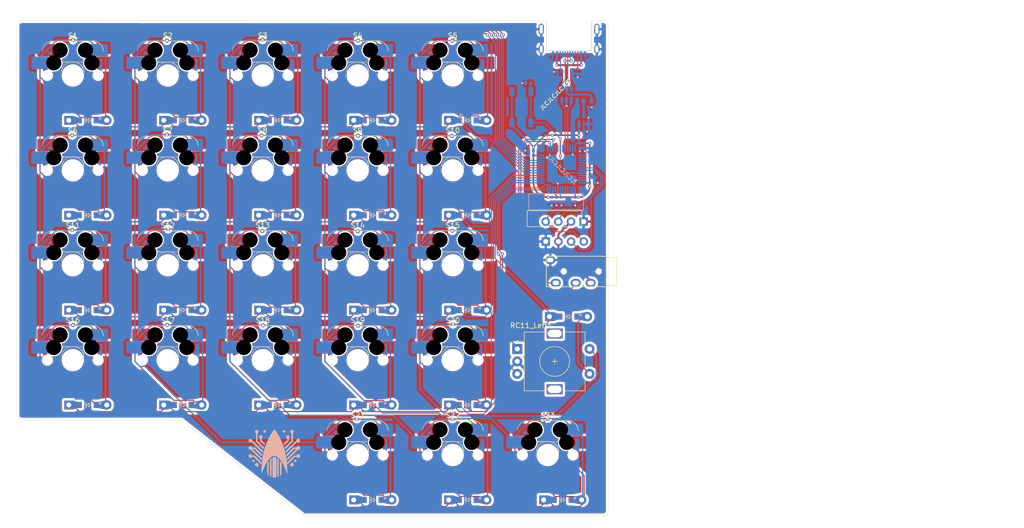
<source format=kicad_pcb>
(kicad_pcb (version 20240108) (generator "pcbnew") (generator_version "8.0")
  (title_block (title "ScottoModules (STM32F072CBT6)") (date "2024-07-13") (rev "2.0.0") (company "ScottoKeebs") (comment 1 "GND filled zone should be on In1.Cu and In2.Cu on a 4 layer board.") (comment 2 "GND can be used on F.Cu and B.Cu on a 2 layer board but not encouraged."))
  (layers (0 "F.Cu" signal) (31 "B.Cu" signal) (34 "B.Paste" user) (35 "F.Paste" user) (36 "B.SilkS" user "B.Silkscreen") (37 "F.SilkS" user "F.Silkscreen") (38 "B.Mask" user) (39 "F.Mask" user) (44 "Edge.Cuts" user))
  (net 0 "")
  (net 1 "GND")
  (net 2 "+3.3V")
  (net 3 "+5V")
  (net 4 "VBUS")
  (net 5 "/USB_D+")
  (net 6 "/USB_D-")
  (net 7 "/MCU_D-")
  (net 8 "/MCU_D+")
  (net 9 "/NRST")
  (net 10 "/BOOT0")
  (net 11 "/C13")
  (net 12 "/C14")
  (net 13 "/C15")
  (net 14 "R1")
  (net 15 "Net-(D1-A)")
  (net 16 "Net-(D2-A)")
  (net 17 "Net-(D3-A)")
  (net 18 "Net-(D4-A)")
  (net 19 "Net-(D5-A)")
  (net 20 "Net-(D6-A)")
  (net 21 "R5")
  (net 22 "R2")
  (net 23 "Net-(D7-A)")
  (net 24 "Net-(D8-A)")
  (net 25 "Net-(D9-A)")
  (net 26 "Net-(D10-A)")
  (net 27 "Net-(D11-A)")
  (net 28 "Net-(D12-A)")
  (net 29 "Net-(D13-A)")
  (net 30 "R3")
  (net 31 "Net-(D14-A)")
  (net 32 "Net-(D15-A)")
  (net 33 "Net-(D16-A)")
  (net 34 "Net-(D17-A)")
  (net 35 "Net-(D18-A)")
  (net 36 "Net-(D19-A)")
  (net 37 "R4")
  (net 38 "Net-(D20-A)")
  (net 39 "Net-(D21-A)")
  (net 40 "Net-(D22-A)")
  (net 41 "Net-(D23-A)")
  (net 42 "VCC")
  (net 43 "ENC_B")
  (net 44 "ENC_A")
  (net 45 "C1")
  (net 46 "C2")
  (net 47 "C3")
  (net 48 "C4")
  (net 49 "C5")
  (net 50 "Net-(D24-A)")
  (net 51 "Net-(J3-CC1)")
  (net 52 "Net-(J3-CC2)")
  (net 53 "/A10")
  (net 54 "/F0")
  (net 55 "/A15")
  (net 56 "/B8")
  (net 57 "/A14")
  (net 58 "/B15")
  (net 59 "/B12")
  (net 60 "/B9")
  (net 61 "/A9")
  (net 62 "/F1")
  (net 63 "/A13")
  (net 64 "/A8")
  (net 65 "/B5")
  (net 66 "/B3")
  (net 67 "/A0")
  (net 68 "/B4")
  (net 69 "I2C1_SDA")
  (net 70 "I2C1_SCL")
  (net 71 "I2C2_SDA")
  (net 72 "I2C2_SCL")
  (footprint "ScottoKeebs_Hotswap:Hotswap_MX_Plated_1.00u Reversible - Same Side" (layer "F.Cu") (at 69.252446 87.495029)
    (property "Reference" "S12")
    (property "Value" "Keyswitch" (hide yes))
  )
  (footprint "ScottoKeebs_Hotswap:Hotswap_MX_Plated_1.00u Reversible - Same Side" (layer "F.Cu") (at 69.252446 106.545029)
    (property "Reference" "S17")
    (property "Value" "Keyswitch" (hide yes))
  )
  (footprint "Kicad Footprints:Diode_Teardrop" (layer "F.Cu") (at 72.252446 58.395029)
    (property "Reference" "D2" (hide yes))
    (property "Value" "1N4148" (hide yes))
  )
  (footprint "ScottoKeebs_Hotswap:Hotswap_MX_Plated_1.00u Reversible - Same Side" (layer "F.Cu") (at 88.302446 49.395029)
    (property "Reference" "S3")
    (property "Value" "Keyswitch" (hide yes))
  )
  (footprint "Kicad Footprints:Diode_Teardrop" (layer "F.Cu") (at 91.302446 58.395029)
    (property "Reference" "D3" (hide yes))
    (property "Value" "1N4148" (hide yes))
  )
  (footprint "Kicad Footprints:Diode_Teardrop" (layer "F.Cu") (at 110.352446 77.445029)
    (property "Reference" "D9" (hide yes))
    (property "Value" "1N4148" (hide yes))
  )
  (footprint "Kicad Footprints:Diode_Teardrop" (layer "F.Cu") (at 53.202446 115.545029)
    (property "Reference" "D16" (hide yes))
    (property "Value" "1N4148" (hide yes))
  )
  (footprint "ScottoKeebs_Hotswap:Hotswap_MX_Plated_1.00u Reversible - Same Side" (layer "F.Cu") (at 88.302446 68.445029)
    (property "Reference" "S8")
    (property "Value" "Keyswitch" (hide yes))
  )
  (footprint "ScottoKeebs_Hotswap:Hotswap_MX_Plated_1.00u Reversible - Same Side" (layer "F.Cu") (at 126.402446 49.395029)
    (property "Reference" "S5")
    (property "Value" "Keyswitch" (hide yes))
  )
  (footprint "Kicad Footprints:Diode_Teardrop" (layer "F.Cu") (at 91.302446 115.545029)
    (property "Reference" "D18" (hide yes))
    (property "Value" "1N4148" (hide yes))
  )
  (footprint "Rotary_Encoder:RotaryEncoder_Alps_EC11E-Switch_Vertical_H20mm" (layer "F.Cu") (at 139.352446 104.295029)
    (property "Reference" "RC11_Left1")
    (property "Value" "RotaryEncoder_Switch")
  )
  (footprint "ScottoKeebs_Hotswap:Hotswap_MX_Plated_1.00u Reversible - Same Side" (layer "F.Cu") (at 69.252446 49.395029)
    (property "Reference" "S2")
    (property "Value" "Keyswitch" (hide yes))
  )
  (footprint "ScottoKeebs_Components:OLED_128x32" (layer "F.Cu") (at 142.862445 80.335031 90)
    (property "Reference" "J1" (hide yes))
    (property "Value" "OLED_128x32")
  )
  (footprint "Kicad Footprints:Diode_Teardrop" (layer "F.Cu") (at 53.202446 58.395029)
    (property "Reference" "D1" (hide yes))
    (property "Value" "1N4148" (hide yes))
  )
  (footprint "ScottoKeebs_Hotswap:Hotswap_MX_Plated_1.00u Reversible - Same Side" (layer "F.Cu") (at 88.302446 87.495029)
    (property "Reference" "S13")
    (property "Value" "Keyswitch" (hide yes))
  )
  (footprint "Kicad Footprints:Diode_Teardrop" (layer "F.Cu") (at 129.402446 96.495029)
    (property "Reference" "D15" (hide yes))
    (property "Value" "1N4148" (hide yes))
  )
  (footprint "ScottoKeebs_Hotswap:Hotswap_MX_Plated_1.00u Reversible - Same Side" (layer "F.Cu") (at 107.352446 125.595029)
    (property "Reference" "S21")
    (property "Value" "Keyswitch" (hide yes))
  )
  (footprint "Kicad Footprints:Diode_Teardrop" (layer "F.Cu") (at 72.252446 77.445029)
    (property "Reference" "D7" (hide yes))
    (property "Value" "1N4148" (hide yes))
  )
  (footprint "ScottoKeebs_Hotswap:Hotswap_MX_Plated_1.00u Reversible - Same Side" (layer "F.Cu") (at 107.352446 49.395029)
    (property "Reference" "S4")
    (property "Value" "Keyswitch" (hide yes))
  )
  (footprint "Kicad Footprints:Diode_Teardrop" (layer "F.Cu") (at 91.302446 96.495029)
    (property "Reference" "D13" (hide yes))
    (property "Value" "1N4148" (hide yes))
  )
  (footprint "ScottoKeebs_Hotswap:Hotswap_MX_Plated_1.00u Reversible - Same Side" (layer "F.Cu") (at 107.352446 87.495029)
    (property "Reference" "S14")
    (property "Value" "Keyswitch" (hide yes))
  )
  (footprint "ScottoKeebs_Hotswap:Hotswap_MX_Plated_1.00u Reversible - Same Side" (layer "F.Cu") (at 107.352446 106.545029)
    (property "Reference" "S19")
    (property "Value" "Keyswitch" (hide yes))
  )
  (footprint "ScottoKeebs_Hotswap:Hotswap_MX_Plated_1.00u Reversible - Same Side" (layer "F.Cu") (at 50.202446 106.545029)
    (property "Reference" "S16")
    (property "Value" "Keyswitch" (hide yes))
  )
  (footprint "Kicad Footprints:Diode_Teardrop" (layer "F.Cu") (at 72.252446 96.495029)
    (property "Reference" "D12" (hide yes))
    (property "Value" "1N4148" (hide yes))
  )
  (footprint "ScottoKeebs_Hotswap:Hotswap_MX_Plated_1.00u Reversible - Same Side" (layer "F.Cu") (at 69.252446 68.445029)
    (property "Reference" "S7")
    (property "Value" "Keyswitch" (hide yes))
  )
  (footprint "Kicad Footprints:Diode_Teardrop" (layer "F.Cu") (at 72.252446 115.545029)
    (property "Reference" "D17" (hide yes))
    (property "Value" "1N4148" (hide yes))
  )
  (footprint "ScottoKeebs_Hotswap:Hotswap_MX_Plated_1.00u Reversible - Same Side" (layer "F.Cu") (at 50.202446 49.395029)
    (property "Reference" "S1")
    (property "Value" "Keyswitch" (hide yes))
  )
  (footprint "Kicad Footprints:Diode_Teardrop" (layer "F.Cu") (at 149.602446 97.795029)
    (property "Reference" "D24" (hide yes))
    (property "Value" "1N4148" (hide yes))
  )
  (footprint "Kicad Footprints:Diode_Teardrop" (layer "F.Cu") (at 129.402446 77.445029)
    (property "Reference" "D10" (hide yes))
    (property "Value" "1N4148" (hide yes))
  )
  (footprint "ScottoKeebs_Hotswap:Hotswap_MX_Plated_1.00u Reversible - Same Side" (layer "F.Cu") (at 126.402446 106.545029)
    (property "Reference" "S20")
    (property "Value" "Keyswitch" (hide yes))
  )
  (footprint "ScottoKeebs_Hotswap:Hotswap_MX_Plated_1.00u Reversible - Same Side" (layer "F.Cu") (at 126.402446 87.495029)
    (property "Reference" "S15")
    (property "Value" "Keyswitch" (hide yes))
  )
  (footprint "ScottoKeebs_Hotswap:Hotswap_MX_Plated_1.00u Reversible - Same Side" (layer "F.Cu") (at 88.302446 106.545029)
    (property "Reference" "S18")
    (property "Value" "Keyswitch" (hide yes))
  )
  (footprint "ScottoKeebs_Components:TRRS_PJ-320A" (layer "F.Cu") (at 157.274946 88.735029 -90)
    (property "Reference" "U2")
    (property "Value" "TRRS")
  )
  (footprint "Kicad Footprints:Diode_Teardrop" (layer "F.Cu") (at 110.352446 134.595029)
    (property "Reference" "D21" (hide yes))
    (property "Value" "1N4148" (hide yes))
  )
  (footprint "Kicad Footprints:Diode_Teardrop" (layer "F.Cu") (at 129.402446 58.395029)
    (property "Reference" "D5" (hide yes))
    (property "Value" "1N4148" (hide yes))
  )
  (footprint "Kicad Footprints:Diode_Teardrop" (layer "F.Cu") (at 53.202446 77.445029)
    (property "Reference" "D6" (hide yes))
    (property "Value" "1N4148" (hide yes))
  )
  (footprint "Kicad Footprints:Diode_Teardrop" (layer "F.Cu") (at 129.402446 134.595029)
    (property "Reference" "D22" (hide yes))
    (property "Value" "1N4148" (hide yes))
  )
  (footprint "ScottoKeebs_Hotswap:Hotswap_MX_Plated_1.00u Reversible - Same Side" (layer "F.Cu") (at 126.402446 125.595029)
    (property "Reference" "S22")
    (property "Value" "Keyswitch" (hide yes))
  )
  (footprint "Kicad Footprints:Diode_Teardrop" (layer "F.Cu") (at 53.202446 96.495029)
    (property "Reference" "D11" (hide yes))
    (property "Value" "1N4148" (hide yes))
  )
  (footprint "ScottoKeebs_Hotswap:Hotswap_MX_Plated_1.00u Reversible - Same Side" (layer "F.Cu") (at 50.202446 87.495029)
    (property "Reference" "S11")
    (property "Value" "Keyswitch" (hide yes))
  )
  (footprint "ScottoKeebs_Hotswap:Hotswap_MX_Plated_1.00u Reversible - Same Side" (layer "F.Cu") (at 107.352446 68.445029)
    (property "Reference" "S9")
    (property "Value" "Keyswitch" (hide yes))
  )
  (footprint "ScottoKeebs_Hotswap:Hotswap_MX_Plated_1.00u Reversible - Same Side" (layer "F.Cu") (at 145.452446 125.595029)
    (property "Reference" "S23")
    (property "Value" "Keyswitch" (hide yes))
  )
  (footprint "ScottoKeebs_Hotswap:Hotswap_MX_Plated_1.00u Reversible - Same Side" (layer "F.Cu") (at 126.402446 68.445029)
    (property "Reference" "S10")
    (property "Value" "Keyswitch" (hide yes))
  )
  (footprint "Kicad Footprints:Diode_Teardrop" (layer "F.Cu") (at 110.352446 115.545029)
    (property "Reference" "D19" (hide yes))
    (property "Value" "1N4148" (hide yes))
  )
  (footprint "Kicad Footprints:Diode_Teardrop" (layer "F.Cu") (at 110.352446 58.395029)
    (property "Reference" "D4" (hide yes))
    (property "Value" "1N4148" (hide yes))
  )
  (footprint "Kicad Footprints:Diode_Teardrop" (layer "F.Cu") (at 129.402446 115.545029)
    (property "Reference" "D20" (hide yes))
    (property "Value" "1N4148" (hide yes))
  )
  (footprint "Kicad Footprints:Diode_Teardrop" (layer "F.Cu") (at 148.452446 134.595029)
    (property "Reference" "D23" (hide yes))
    (property "Value" "1N4148" (hide yes))
  )
  (footprint "ScottoKeebs_Hotswap:Hotswap_MX_Plated_1.00u Reversible - Same Side" (layer "F.Cu") (at 50.202446 68.445029)
    (property "Reference" "S6")
    (property "Value" "Keyswitch" (hide yes))
  )
  (footprint "Kicad Footprints:Diode_Teardrop" (layer "F.Cu") (at 91.302446 77.445029)
    (property "Reference" "D8" (hide yes))
    (property "Value" "1N4148" (hide yes))
  )
  (footprint "Kicad Footprints:Diode_Teardrop" (layer "F.Cu") (at 110.352446 96.495029)
    (property "Reference" "D14" (hide yes))
    (property "Value" "1N4148" (hide yes))
  )
  (footprint "ScottoKeebs_Components:Voltage_SOT-23" (layer "B.Cu") (at 152.671243 58.227555 90)
    (property "Reference" "U5" (hide yes))
    (property "Value" "XC6206")
  )
  (footprint "ScottoKeebs_Components:Capacitor_0402" (layer "B.Cu") (at 152.201243 60.670055)
    (property "Reference" "C3" (hide yes))
    (property "Value" "1uF")
  )
  (footprint "ScottoKeebs_Components:Package_LQFP-48_7x7mm_P0.5" (layer "B.Cu") (at 148.229992 68.197558 90)
    (property "Reference" "U3" (hide yes))
    (property "Value" "STM32F072CBT6" (hide yes))
  )
  (footprint "ScottoKeebs_Components:Fuse_0603" (layer "B.Cu") (at 153.461241 54.532555 180)
    (property "Reference" "F1" (hide yes))
    (property "Value" "500mA" (hide yes))
  )
  (footprint "ScottoKeebs_Components:Resistor_0402" (layer "B.Cu") (at 141.549952 50.952535)
    (property "Reference" "R3" (hide yes))
    (property "Value" "10k" (hide yes))
  )
  (footprint "ScottoKeebs_Components:OLED_128x32" (layer "B.Cu") (at 154.862446 84.335031 90)
    (property "Reference" "J2" (hide yes))
    (property "Value" "OLED_128x32")
  )
  (footprint "ScottoKeebs_Components:Capacitor_0402" (layer "B.Cu") (at 142.107484 64.465055)
    (property "Reference" "C5" (hide yes))
    (property "Value" "100nF")
  )
  (footprint "ScottoKeebs_Components:Capacitor_0402" (layer "B.Cu") (at 154.352492 70.947558 180)
    (property "Reference" "C7" (hide yes))
    (property "Value" "100nF")
  )
  (footprint "ScottoKeebs_Components:Capacitor_0402" (layer "B.Cu") (at 147.229992 74.320058 90)
    (property "Reference" "C9" (hide yes))
    (property "Value" "1uF")
  )
  (footprint "ScottoKeebs_Components:Capacitor_0402" (layer "B.Cu") (at 146.247492 74.320059 90)
    (property "Reference" "C8" (hide yes))
    (property "Value" "10nF")
  )
  (footprint "ScottoKeebs_Components:Capacitor_0402" (layer "B.Cu") (at 150.979991 74.320059 90)
    (property "Reference" "C4" (hide yes))
    (property "Value" "100nF")
  )
  (footprint "ScottoKeebs_Components:Capacitor_0402" (layer "B.Cu") (at 152.884992 63.475061 90)
    (property "Reference" "C10" (hide yes))
    (property "Value" "100nF")
  )
  (footprint "ScottoKeebs_Components:Resistor_0402" (layer "B.Cu") (at 151.479948 48.562529 -90)
    (property "Reference" "R2" (hide yes))
    (property "Value" "5.1k" (hide yes))
  )
  (footprint "Kicad Footprints:USB-C_C168688_CUTOUT_UPDATED" (layer "B.Cu") (at 149.727596 44.610029 180)
    (property "Reference" "J3" (hide yes))
    (property "Value" "USB_C")
    (fp_line (start 4.519997 0.200004) (end 4.520001 6.199995) (stroke (width 0.12)) (layer "Edge.Cuts"))
    (fp_line (start 4.519997 0.200004) (end -4.530001 0.200006) (stroke (width 0.12)) (layer "Edge.Cuts"))
    (fp_line (start -4.530001 0.200006) (end -4.530008 6.200003) (stroke (width 0.12)) (layer "Edge.Cuts"))
  )
  (footprint "ScottoKeebs_Components:Capacitor_0402" (layer "B.Cu") (at 148.229991 74.320058 -90)
    (property "Reference" "C1" (hide yes))
    (property "Value" "100nF")
  )
  (footprint "ScottoKeebs_Components:Capacitor_0402" (layer "B.Cu") (at 151.902499 63.475059 90)
    (property "Reference" "C11" (hide yes))
    (property "Value" "4.7uF")
  )
  (footprint "ScottoKeebs_Components:Resistor_0402" (layer "B.Cu") (at 147.884946 48.675029 180)
    (property "Reference" "R1" (hide yes))
    (property "Value" "5.1k" (hide yes))
  )
  (footprint "ScottoKeebs_Components:Capacitor_0402" (layer "B.Cu") (at 142.107491 65.447555)
    (property "Reference" "C6" (hide yes))
    (property "Value" "4.7uF")
  )
  (footprint "ScottoKeebs_Components:Button_TL3342" (layer "B.Cu") (at 140.162446 55.735029 -90)
    (property "Reference" "SW1" (hide yes))
    (property "Value" "SW_Push")
  )
  (footprint "ScottoKeebs_Components:ESD_SOT-23-6" (layer "B.Cu") (at 149.237492 53.217558 90)
    (property "Reference" "U4" (hide yes))
    (property "Value" "USBLC6-2SC6" (hide yes))
  )
  (footprint "ScottoKeebs_Components:Capacitor_0402" (layer "B.Cu") (at 153.152243 55.785055)
    (property "Reference" "C2" (hide yes))
    (property "Value" "1uF")
  )
  (gr_poly (pts (xy 85.795295 122.338713) (xy 85.775566 122.340916) (xy 85.755941 122.344368) (xy 85.736465 122.349096) (xy 85.717185 122.355128) (xy 85.698148 122.36249) (xy 85.688639 122.366622) (xy 85.67917 122.371266) (xy 85.669756 122.376405) (xy 85.660407 122.382021) (xy 85.651138 122.388096) (xy 85.64196 122.394613) (xy 85.623932 122.4089) (xy 85.606425 122.42474) (xy 85.589541 122.441992) (xy 85.573382 122.460514) (xy 85.558051 122.480164) (xy 85.54365 122.500799) (xy 85.530282 122.522279) (xy 85.518049 122.544461) (xy 85.507053 122.567203) (xy 85.497396 122.590364) (xy 85.489181 122.613802) (xy 85.48251 122.637374) (xy 85.479785 122.649167) (xy 85.477485 122.66094) (xy 85.475188 122.677822) (xy 85.474214 122.695617) (xy 85.47451 122.714155) (xy 85.476022 122.73327) (xy 85.478696 122.752795) (xy 85.48248 122.772561) (xy 85.48732 122.792402) (xy 85.493162 122.812149) (xy 85.499952 122.831636) (xy 85.507638 122.850696) (xy 85.516166 122.86916) (xy 85.525482 122.886861) (xy 85.535533 122.903632) (xy 85.546265 122.919306) (xy 85.557625 122.933714) (xy 85.56956 122.94669) (xy 85.582293 122.959019) (xy 85.595468 122.970703) (xy 85.609052 122.981737) (xy 85.623011 122.99212) (xy 85.637313 123.001847) (xy 85.651926 123.010914) (xy 85.666816 123.019319) (xy 85.68195 123.027057) (xy 85.712821 123.040522) (xy 85.744275 123.051279) (xy 85.77605 123.059302) (xy 85.807883 123.064562) (xy 85.839512 123.067032) (xy 85.855167 123.067211) (xy 85.870673 123.066683) (xy 85.885996 123.065443) (xy 85.901104 123.063488) (xy 85.915964 123.060814) (xy 85.930542 123.057418) (xy 85.944807 123.053297) (xy 85.958725 123.048447) (xy 85.972263 123.042864) (xy 85.985389 123.036545) (xy 85.998069 123.029487) (xy 86.010271 123.021686) (xy 86.021962 123.013138) (xy 86.03311 123.00384) (xy 86.036417 123.000624) (xy 86.039776 122.99753) (xy 86.043163 122.994572) (xy 86.046554 122.99176) (xy 86.049927 122.989106) (xy 86.053258 122.986622) (xy 86.056523 122.98432) (xy 86.059701 122.98221) (xy 86.062766 122.980305) (xy 86.065697 122.978617) (xy 86.06847 122.977156) (xy 86.071061 122.975935) (xy 86.073448 122.974965) (xy 86.075607 122.974257) (xy 86.077515 122.973824) (xy 86.079148 122.973678) (xy 86.081632 122.974552) (xy 86.085865 122.977231) (xy 86.099922 122.98834) (xy 86.121996 123.007677) (xy 86.152768 123.035912) (xy 86.243119 123.121771) (xy 86.376407 123.251292) (xy 86.558064 123.429851) (xy 86.793523 123.662826) (xy 87.447573 124.313528) (xy 87.908271 124.771248) (xy 88.052755 124.912793) (xy 88.151828 125.007067) (xy 88.214364 125.062272) (xy 88.234703 125.077789) (xy 88.249236 125.086615) (xy 88.259072 125.089776) (xy 88.265319 125.088299) (xy 88.269087 125.083207) (xy 88.271486 125.075527) (xy 88.272597 125.070349) (xy 88.274121 125.064387) (xy 88.278282 125.0504) (xy 88.283708 125.034144) (xy 88.290139 125.016195) (xy 88.297313 124.997129) (xy 88.304972 124.977524) (xy 88.312853 124.957956) (xy 88.320698 124.939002) (xy 88.360386 124.848515) (xy 88.327049 124.805652) (xy 88.268872 124.741919) (xy 88.147686 124.61607) (xy 87.786306 124.248638) (xy 87.382957 123.844594) (xy 87.077686 123.545177) (xy 86.728138 123.211108) (xy 86.476817 122.972883) (xy 86.319555 122.826337) (xy 86.274894 122.786141) (xy 86.252185 122.767302) (xy 86.250111 122.765744) (xy 86.248056 122.764047) (xy 86.246021 122.762212) (xy 86.244006 122.760239) (xy 86.24004 122.755882) (xy 86.236162 122.750981) (xy 86.232377 122.74554) (xy 86.228689 122.739564) (xy 86.225104 122.733059) (xy 86.221626 122.726027) (xy 86.21826 122.718475) (xy 86.21501 122.710407) (xy 86.211881 122.701827) (xy 86.208877 122.692739) (xy 86.206003 122.68315) (xy 86.203265 122.673063) (xy 86.200665 122.662483) (xy 86.19821 122.651415) (xy 86.193158 122.63023) (xy 86.186961 122.609556) (xy 86.179666 122.589421) (xy 86.171319 122.569851) (xy 86.161966 122.550874) (xy 86.151654 122.532518) (xy 86.140428 122.514809) (xy 86.128336 122.497775) (xy 86.115422 122.481443) (xy 86.101734 122.465841) (xy 86.087317 122.450996) (xy 86.072218 122.436935) (xy 86.056483 122.423686) (xy 86.040158 122.411275) (xy 86.02329 122.399731) (xy 86.005924 122.38908) (xy 85.988108 122.379351) (xy 85.969886 122.370569) (xy 85.951306 122.362763) (xy 85.932413 122.35596) (xy 85.913253 122.350187) (xy 85.893874 122.345471) (xy 85.874321 122.341841) (xy 85.854641 122.339322) (xy 85.834878 122.337943) (xy 85.815081 122.337731)) (stroke (width 0) (color 220 224 223 1)) (fill solid) (layer "B.SilkS"))
  (gr_poly (pts (xy 92.570347 120.616433) (xy 92.557487 120.617704) (xy 92.544533 120.619746) (xy 92.53151 120.622562) (xy 92.51844 120.626155) (xy 92.505347 120.630528) (xy 92.490434 120.636232) (xy 92.476605 120.642077) (xy 92.463789 120.648132) (xy 92.451918 120.654464) (xy 92.440921 120.66114) (xy 92.430729 120.668228) (xy 92.421271 120.675794) (xy 92.412479 120.683907) (xy 92.404281 120.692634) (xy 92.39661 120.702043) (xy 92.389394 120.7122) (xy 92.382564 120.723173) (xy 92.376051 120.73503) (xy 92.369784 120.747838) (xy 92.363693 120.761665) (xy 92.35771 120.776578) (xy 92.352545 120.791568) (xy 92.348347 120.806459) (xy 92.345101 120.821227) (xy 92.342787 120.835845) (xy 92.341388 120.850291) (xy 92.340887 120.864539) (xy 92.341265 120.878564) (xy 92.342505 120.892341) (xy 92.344589 120.905847) (xy 92.3475 120.919055) (xy 92.351219 120.931943) (xy 92.355729 120.944484) (xy 92.361012 120.956654) (xy 92.367051 120.968428) (xy 92.373828 120.979782) (xy 92.381324 120.990692) (xy 92.389523 121.001131) (xy 92.398406 121.011076) (xy 92.407957 121.020502) (xy 92.418156 121.029384) (xy 92.428987 121.037697) (xy 92.440431 121.045417) (xy 92.452471 121.052519) (xy 92.46509 121.058979) (xy 92.478268 121.064771) (xy 92.49199 121.069871) (xy 92.506236 121.074254) (xy 92.52099 121.077895) (xy 92.536233 121.080771) (xy 92.551948 121.082855) (xy 92.568117 121.084124) (xy 92.584722 121.084552) (xy 92.615972 121.084035) (xy 92.642728 121.082497) (xy 92.66541 121.079958) (xy 92.675355 121.078321) (xy 92.684437 121.076441) (xy 92.69271 121.074322) (xy 92.700227 121.071966) (xy 92.707039 121.069376) (xy 92.713198 121.066553) (xy 92.718758 121.063502) (xy 92.72377 121.060225) (xy 92.728286 121.056723) (xy 92.73236 121.053001) (xy 92.736043 121.04906) (xy 92.739387 121.044903) (xy 92.745271 121.035951) (xy 92.750428 121.026166) (xy 92.755279 121.015571) (xy 92.765734 120.992028) (xy 92.772176 120.979123) (xy 92.779985 120.96549) (xy 92.785506 120.956019) (xy 92.790464 120.946368) (xy 92.794864 120.936554) (xy 92.798709 120.926593) (xy 92.802004 120.9165) (xy 92.804754 120.906292) (xy 92.806962 120.895985) (xy 92.808634 120.885594) (xy 92.809773 120.875136) (xy 92.810384 120.864626) (xy 92.810471 120.854081) (xy 92.810039 120.843516) (xy 92.809091 120.832948) (xy 92.807633 120.822392) (xy 92.805668 120.811865) (xy 92.803202 120.801382) (xy 92.800238 120.79096) (xy 92.79678 120.780614) (xy 92.792834 120.770361) (xy 92.788403 120.760216) (xy 92.783492 120.750195) (xy 92.778105 120.740315) (xy 92.772246 120.730591) (xy 92.765921 120.72104) (xy 92.759132 120.711677) (xy 92.751885 120.702518) (xy 92.744184 120.69358) (xy 92.736034 120.684878) (xy 92.727438 120.676428) (xy 92.718401 120.668247) (xy 92.708928 120.660349) (xy 92.699022 120.652753) (xy 92.68872 120.645684) (xy 92.678068 120.639361) (xy 92.667092 120.633787) (xy 92.655812 120.628965) (xy 92.644254 120.624896) (xy 92.63244 120.621582) (xy 92.620394 120.619027) (xy 92.608138 120.617232) (xy 92.595696 120.6162) (xy 92.583091 120.615933)) (stroke (width 0) (color 220 224 223 1)) (fill solid) (layer "B.SilkS"))
  (gr_poly (pts (xy 94.146312 120.56215) (xy 94.13055 120.563258) (xy 94.114751 120.565276) (xy 94.098887 120.568209) (xy 94.08293 120.572058) (xy 94.066852 120.576826) (xy 94.050625 120.582514) (xy 94.034221 120.589126) (xy 94.017613 120.596663) (xy 94.000772 120.605128) (xy 93.982639 120.614729) (xy 93.965168 120.624562) (xy 93.94839 120.634749) (xy 93.932336 120.645411) (xy 93.917035 120.656667) (xy 93.902517 120.66864) (xy 93.888814 120.68145) (xy 93.875955 120.695218) (xy 93.869851 120.7025) (xy 93.86397 120.710066) (xy 93.858315 120.717932) (xy 93.852889 120.726113) (xy 93.847698 120.734624) (xy 93.842744 120.743481) (xy 93.838031 120.752698) (xy 93.833563 120.76229) (xy 93.829345 120.772274) (xy 93.825378 120.782663) (xy 93.821668 120.793473) (xy 93.818219 120.804719) (xy 93.815033 120.816416) (xy 93.812115 120.828579) (xy 93.809468 120.841224) (xy 93.807097 120.854365) (xy 93.805188 120.867853) (xy 93.803916 120.881509) (xy 93.80323 120.909218) (xy 93.804931 120.937275) (xy 93.808908 120.965466) (xy 93.815052 120.993572) (xy 93.823254 121.021378) (xy 93.833405 121.048669) (xy 93.845395 121.075226) (xy 93.859116 121.100835) (xy 93.874457 121.125279) (xy 93.89131 121.148342) (xy 93.909565 121.169807) (xy 93.929113 121.189458) (xy 93.949844 121.207079) (xy 93.97165 121.222453) (xy 93.982922 121.229231) (xy 93.994421 121.235365) (xy 94.057922 121.267115) (xy 94.053159 122.00689) (xy 94.049984 122.746665) (xy 93.727722 123.070515) (xy 93.401887 123.401708) (xy 93.068909 123.743615) (xy 92.732359 124.092865) (xy 92.787922 124.205578) (xy 92.793516 124.216755) (xy 92.798969 124.227127) (xy 92.809328 124.245811) (xy 92.818757 124.262337) (xy 92.827014 124.277412) (xy 92.830627 124.284626) (xy 92.833857 124.291743) (xy 92.836673 124.29885) (xy 92.839044 124.306037) (xy 92.840941 124.31339) (xy 92.842334 124.321) (xy 92.843192 124.328954) (xy 92.843484 124.33734) (xy 92.843658 124.341375) (xy 92.84419 124.344841) (xy 92.844594 124.346357) (xy 92.845093 124.347727) (xy 92.845688 124.348949) (xy 92.84638 124.350021) (xy 92.847172 124.350943) (xy 92.848065 124.351714) (xy 92.84906 124.35233) (xy 92.85016 124.352792) (xy 92.851367 124.353098) (xy 92.852681 124.353247) (xy 92.854104 124.353237) (xy 92.855638 124.353066) (xy 92.857286 124.352734) (xy 92.859047 124.352239) (xy 92.862921 124.350754) (xy 92.867272 124.3486) (xy 92.872115 124.345767) (xy 92.877462 124.342244) (xy 92.883327 124.338018) (xy 92.889724 124.33308) (xy 92.896665 124.327418) (xy 92.904165 124.321021) (xy 92.912236 124.313879) (xy 92.920892 124.305979) (xy 92.930146 124.297311) (xy 92.940011 124.287865) (xy 92.950502 124.277628) (xy 92.973411 124.25474) (xy 92.998981 124.22856) (xy 93.027318 124.198998) (xy 93.058529 124.165967) (xy 93.092722 124.129377) (xy 93.385814 123.823585) (xy 93.590775 123.611679) (xy 93.803922 123.392778) (xy 94.311921 122.873665) (xy 94.315097 122.046577) (xy 94.31852 121.585681) (xy 94.323431 121.337163) (xy 94.327282 121.271663) (xy 94.33251 121.234199) (xy 94.335744 121.22337) (xy 94.339449 121.216417) (xy 94.343665 121.212297) (xy 94.348434 121.209965) (xy 94.352498 121.208333) (xy 94.356646 121.206419) (xy 94.36087 121.204226) (xy 94.365162 121.201761) (xy 94.373915 121.196033) (xy 94.382839 121.189278) (xy 94.391864 121.181536) (xy 94.400924 121.172851) (xy 94.409952 121.163263) (xy 94.41888 121.152815) (xy 94.42764 121.141548) (xy 94.436165 121.129504) (xy 94.444389 121.116726) (xy 94.452242 121.103255) (xy 94.459658 121.089132) (xy 94.46657 121.074401) (xy 94.472909 121.059102) (xy 94.47861 121.043277) (xy 94.483431 121.026544) (xy 94.487195 121.00861) (xy 94.489922 120.989647) (xy 94.491632 120.969831) (xy 94.492347 120.949335) (xy 94.492088 120.928335) (xy 94.490875 120.907005) (xy 94.48873 120.885519) (xy 94.485673 120.864052) (xy 94.481726 120.842778) (xy 94.476909 120.821871) (xy 94.471243 120.801506) (xy 94.464749 120.781857) (xy 94.457448 120.763099) (xy 94.449361 120.745406) (xy 94.440509 120.728952) (xy 94.432041 120.714754) (xy 94.423289 120.701314) (xy 94.41423 120.688608) (xy 94.40484 120.676614) (xy 94.395098 120.665309) (xy 94.384978 120.654668) (xy 94.374459 120.64467) (xy 94.363516 120.63529) (xy 94.352127 120.626505) (xy 94.340268 120.618292) (xy 94.327916 120.610629) (xy 94.315048 120.60349) (xy 94.30164 120.596854) (xy 94.28767 120.590697) (xy 94.273113 120.584996) (xy 94.257947 120.579727) (xy 94.257947 120.579728) (xy 94.241665 120.574519) (xy 94.22554 120.570206) (xy 94.209546 120.56679) (xy 94.193654 120.564275) (xy 94.177836 120.562661) (xy 94.162065 120.561952)) (stroke (width 0) (color 220 224 223 1)) (fill solid) (layer "B.SilkS"))
  (gr_poly (pts (xy 90.577404 126.016053) (xy 90.551136 126.018502) (xy 90.526334 126.020679) (xy 90.502 126.024235) (xy 90.478229 126.029173) (xy 90.455116 126.035494) (xy 90.432757 126.0432) (xy 90.411246 126.052296) (xy 90.39068 126.062781) (xy 90.371153 126.07466) (xy 90.35276 126.087934) (xy 90.335598 126.102606) (xy 90.319762 126.118677) (xy 90.31237 126.127239) (xy 90.305346 126.136151) (xy 90.298701 126.145415) (xy 90.292446 126.155029) (xy 90.286595 126.164996) (xy 90.281158 126.175315) (xy 90.276148 126.185986) (xy 90.271577 126.197009) (xy 90.267456 126.208386) (xy 90.263798 126.220115) (xy 90.25329 126.564193) (xy 90.248196 127.005531) (xy 90.248519 128.049312) (xy 90.253306 129.090117) (xy 90.251098 129.866603) (xy 90.251346 129.906737) (xy 90.251935 129.927046) (xy 90.253082 129.947168) (xy 90.254974 129.966845) (xy 90.256257 129.976434) (xy 90.257795 129.985814) (xy 90.259613 129.994952) (xy 90.261733 130.003816) (xy 90.264179 130.012373) (xy 90.266973 130.02059) (xy 90.269133 130.026405) (xy 90.271727 130.031947) (xy 90.274737 130.037224) (xy 90.278142 130.042241) (xy 90.281921 130.047007) (xy 90.286054 130.051526) (xy 90.29052 130.055807) (xy 90.2953 130.059856) (xy 90.300373 130.063679) (xy 90.305719 130.067283) (xy 90.311317 130.070675) (xy 90.317147 130.073861) (xy 90.323189 130.076849) (xy 90.329421 130.079644) (xy 90.34238 130.084685) (xy 90.355859 130.089038) (xy 90.369696 130.092756) (xy 90.383728 130.095893) (xy 90.397793 130.098502) (xy 90.411728 130.100636) (xy 90.42537 130.10235) (xy 90.438556 130.103696) (xy 90.451123 130.104728) (xy 90.508106 130.107915) (xy 90.57093 130.109391) (xy 90.638144 130.109528) (xy 90.708298 130.108697) (xy 90.989286 130.10314) (xy 90.989285 126.129627) (xy 90.964691 126.115891) (xy 90.939204 126.102714) (xy 90.912936 126.090169) (xy 90.885998 126.078331) (xy 90.858502 126.067274) (xy 90.83056 126.057073) (xy 90.802282 126.047803) (xy 90.773782 126.039537) (xy 90.74517 126.03235) (xy 90.716557 126.026316) (xy 90.688057 126.02151) (xy 90.65978 126.018006) (xy 90.631837 126.015879) (xy 90.604341 126.015203)) (stroke (width 0) (color 220 224 223 1)) (fill solid) (layer "B.SilkS"))
  (gr_poly (pts (xy 91.2604 126.275798) (xy 91.258467 126.276156) (xy 91.256538 126.276749) (xy 91.254614 126.277572) (xy 91.252697 126.278622) (xy 91.250789 126.279895) (xy 91.248891 126.281387) (xy 91.247005 126.283094) (xy 91.245133 126.285013) (xy 91.243277 126.28714) (xy 91.241439 126.289471) (xy 91.239619 126.292002) (xy 91.237821 126.29473) (xy 91.236045 126.29765) (xy 91.234294 126.300759) (xy 91.232569 126.304054) (xy 91.230871 126.30753) (xy 91.229204 126.311183) (xy 91.227568 126.315011) (xy 91.225965 126.319008) (xy 91.224396 126.323172) (xy 91.222865 126.327498) (xy 91.221372 126.331983) (xy 91.219918 126.336622) (xy 91.21714 126.346352) (xy 91.214542 126.356655) (xy 91.21214 126.367503) (xy 91.209947 126.378865) (xy 91.207268 126.538558) (xy 91.206376 126.926553) (xy 91.209947 128.155278) (xy 91.219472 129.866603) (xy 91.25916 129.91264) (xy 91.262605 129.91661) (xy 91.266372 129.920478) (xy 91.274734 129.92787) (xy 91.283985 129.934741) (xy 91.293862 129.941017) (xy 91.304101 129.946623) (xy 91.31444 129.951485) (xy 91.324617 129.955528) (xy 91.334368 129.958678) (xy 91.343431 129.960861) (xy 91.351542 129.962002) (xy 91.355159 129.962159) (xy 91.35844 129.962027) (xy 91.361351 129.961598) (xy 91.363861 129.960861) (xy 91.365935 129.959808) (xy 91.367542 129.95843) (xy 91.368649 129.956717) (xy 91.369222 129.95466) (xy 91.369228 129.952249) (xy 91.368636 129.949476) (xy 91.367412 129.94633) (xy 91.365523 129.942803) (xy 91.365104 129.942073) (xy 91.364741 129.941371) (xy 91.364433 129.940699) (xy 91.36418 129.940056) (xy 91.363982 129.939443) (xy 91.363838 129.938861) (xy 91.363748 129.938311) (xy 91.363712 129.937792) (xy 91.363729 129.937307) (xy 91.3638 129.936854) (xy 91.363923 129.936435) (xy 91.3641 129.93605) (xy 91.364328 129.9357) (xy 91.364608 129.935386) (xy 91.364941 129.935107) (xy 91.365324 129.934865) (xy 91.365759 129.934661) (xy 91.366245 129.934494) (xy 91.366781 129.934366) (xy 91.367367 129.934276) (xy 91.368004 129.934226) (xy 91.36869 129.934217) (xy 91.369426 129.934248) (xy 91.370211 129.93432) (xy 91.371044 129.934434) (xy 91.371926 129.93459) (xy 91.372857 129.93479) (xy 91.373835 129.935033) (xy 91.374861 129.93532) (xy 91.375935 129.935652) (xy 91.377055 129.93603) (xy 91.378222 129.936453) (xy 91.380783 129.937194) (xy 91.383398 129.937641) (xy 91.386056 129.937804) (xy 91.388746 129.937696) (xy 91.391457 129.937329) (xy 91.394177 129.936714) (xy 91.396897 129.935864) (xy 91.399604 129.934791) (xy 91.402288 129.933506) (xy 91.404938 129.932021) (xy 91.407542 129.930348) (xy 91.41009 129.9285) (xy 91.412571 129.926487) (xy 91.414973 129.924323) (xy 91.417285 129.922018) (xy 91.419497 129.919586) (xy 91.421598 129.917037) (xy 91.423576 129.914383) (xy 91.425419 129.911638) (xy 91.427119 129.908811) (xy 91.428662 129.905916) (xy 91.430039 129.902965) (xy 91.431237 129.899968) (xy 91.432247 129.896939) (xy 91.433057 129.893889) (xy 91.433655 129.89083) (xy 91.434032 129.887774) (xy 91.434176 129.884732) (xy 91.434075 129.881717) (xy 91.433719 129.878741) (xy 91.433097 129.875816) (xy 91.432197 129.872953) (xy 91.431379 129.870816) (xy 91.430712 129.868584) (xy 91.430199 129.866273) (xy 91.429841 129.863899) (xy 91.429641 129.861479) (xy 91.429602 129.859028) (xy 91.429726 129.856563) (xy 91.430014 129.854101) (xy 91.430471 129.851658) (xy 91.431097 129.849249) (xy 91.431895 129.846891) (xy 91.432867 129.844601) (xy 91.434016 129.842395) (xy 91.435344 129.840288) (xy 91.436076 129.839278) (xy 91.436854 129.838298) (xy 91.437677 129.837352) (xy 91.438547 129.836441) (xy 91.440332 129.827408) (xy 91.442113 129.804064) (xy 91.445641 129.715543) (xy 91.452438 129.378844) (xy 91.458639 128.843906) (xy 91.463947 128.128291) (xy 91.468983 127.165919) (xy 91.468512 126.657472) (xy 91.465606 126.526497) (xy 91.460599 126.452635) (xy 91.453247 126.417096) (xy 91.44331 126.401091) (xy 91.439989 126.397321) (xy 91.436017 126.393184) (xy 91.43145 126.388722) (xy 91.426344 126.383976) (xy 91.420753 126.378988) (xy 91.414735 126.3738) (xy 91.401638 126.362991) (xy 91.387499 126.351885) (xy 91.372766 126.340816) (xy 91.357883 126.330119) (xy 91.343298 126.320129) (xy 91.344885 126.320127) (xy 91.33079 126.31138) (xy 91.318145 126.303136) (xy 91.306766 126.295598) (xy 91.296466 126.288973) (xy 91.291662 126.286065) (xy 91.287059 126.283463) (xy 91.282632 126.281191) (xy 91.278359 126.279274) (xy 91.274215 126.277739) (xy 91.270179 126.276611) (xy 91.266227 126.275915) (xy 91.262335 126.275678)) (stroke (width 0) (color 220 224 223 1)) (fill solid) (layer "B.SilkS"))
  (gr_poly (pts (xy 95.423033 123.838047) (xy 95.388049 123.841538) (xy 95.353437 123.84807) (xy 95.319588 123.857518) (xy 95.286892 123.869757) (xy 95.255741 123.884661) (xy 95.226524 123.902104) (xy 95.212763 123.911738) (xy 95.199632 123.921961) (xy 95.187181 123.932755) (xy 95.175457 123.944106) (xy 95.16451 123.955997) (xy 95.154389 123.968414) (xy 95.145142 123.981339) (xy 95.136818 123.994759) (xy 95.129466 124.008656) (xy 95.123135 124.023015) (xy 95.097735 124.084928) (xy 94.494484 124.084928) (xy 94.284934 124.302415) (xy 94.163491 124.427629) (xy 93.988469 124.606422) (xy 93.783086 124.814979) (xy 93.570559 125.02949) (xy 93.065735 125.53749) (xy 93.099072 125.624803) (xy 93.105735 125.643524) (xy 93.112492 125.663547) (xy 93.119136 125.684241) (xy 93.125464 125.704971) (xy 93.131272 125.725106) (xy 93.136354 125.744014) (xy 93.140505 125.761061) (xy 93.143522 125.775615) (xy 93.153047 125.839115) (xy 93.724547 125.266028) (xy 93.958951 125.029962) (xy 94.174603 124.80982) (xy 94.347393 124.630457) (xy 94.45321 124.516728) (xy 94.498574 124.465875) (xy 94.535437 124.425719) (xy 94.551047 124.409322) (xy 94.56497 124.3952) (xy 94.577354 124.383223) (xy 94.588345 124.373257) (xy 94.59809 124.365171) (xy 94.606735 124.35883) (xy 94.614426 124.354104) (xy 94.621311 124.350859) (xy 94.627535 124.348962) (xy 94.633245 124.348282) (xy 94.638588 124.348686) (xy 94.643709 124.35004) (xy 94.648339 124.351472) (xy 94.655002 124.35279) (xy 94.663571 124.353992) (xy 94.673922 124.355076) (xy 94.699464 124.356877) (xy 94.730625 124.358176) (xy 94.7664 124.358954) (xy 94.805783 124.359193) (xy 94.847771 124.358874) (xy 94.89136 124.357978) (xy 95.10726 124.353216) (xy 94.135709 125.327941) (xy 93.165747 126.302666) (xy 93.202259 126.412204) (xy 93.216919 126.455761) (xy 93.223383 126.476386) (xy 93.229048 126.496342) (xy 93.231528 126.506091) (xy 93.233746 126.515702) (xy 93.235679 126.525182) (xy 93.237308 126.534541) (xy 93.238612 126.543789) (xy 93.239569 126.552934) (xy 93.240158 126.561986) (xy 93.240359 126.570954) (xy 93.240438 126.575207) (xy 93.240711 126.579002) (xy 93.241232 126.582294) (xy 93.241602 126.583736) (xy 93.242055 126.585034) (xy 93.242598 126.586182) (xy 93.243236 126.587175) (xy 93.243977 126.588007) (xy 93.244828 126.588671) (xy 93.245795 126.589161) (xy 93.246885 126.589472) (xy 93.248105 126.589598) (xy 93.249463 126.589533) (xy 93.250963 126.589271) (xy 93.252614 126.588805) (xy 93.254423 126.588131) (xy 93.256395 126.587242) (xy 93.258538 126.586132) (xy 93.260859 126.584795) (xy 93.263364 126.583226) (xy 93.26606 126.581419) (xy 93.272053 126.577064) (xy 93.278892 126.571684) (xy 93.286632 126.565231) (xy 93.295326 126.557659) (xy 93.30503 126.548919) (xy 93.315798 126.538964) (xy 93.327683 126.527747) (xy 93.340741 126.515221) (xy 93.355025 126.501338) (xy 93.370591 126.48605) (xy 93.405782 126.451073) (xy 93.446749 126.40991) (xy 93.493928 126.362182) (xy 93.608659 126.245516) (xy 94.04919 125.801414) (xy 94.589734 125.259679) (xy 94.830836 125.017486) (xy 95.035028 124.810417) (xy 95.180879 124.660498) (xy 95.246959 124.589755) (xy 95.291409 124.531017) (xy 95.345384 124.558004) (xy 95.354018 124.561913) (xy 95.362143 124.565309) (xy 95.369881 124.568204) (xy 95.377357 124.570605) (xy 95.384693 124.572523) (xy 95.392014 124.573966) (xy 95.399441 124.574944) (xy 95.407098 124.575467) (xy 95.415109 124.575543) (xy 95.423596 124.575182) (xy 95.432684 124.574392) (xy 95.442494 124.573185) (xy 95.453151 124.571568) (xy 95.464778 124.569551) (xy 95.477498 124.567143) (xy 95.491434 124.564354) (xy 95.512853 124.559317) (xy 95.533643 124.553447) (xy 95.553789 124.546768) (xy 95.573274 124.539305) (xy 95.592083 124.531079) (xy 95.610202 124.522116) (xy 95.627615 124.512438) (xy 95.644305 124.50207) (xy 95.660259 124.491034) (xy 95.675459 124.479354) (xy 95.689892 124.467053) (xy 95.703542 124.454156) (xy 95.716393 124.440686) (xy 95.728429 124.426666) (xy 95.739636 124.41212) (xy 95.749998 124.397072) (xy 95.759499 124.381544) (xy 95.768125 124.365561) (xy 95.77586 124.349146) (xy 95.782687 124.332322) (xy 95.788593 124.315114) (xy 95.793561 124.297544) (xy 95.797577 124.279636) (xy 95.800624 124.261415) (xy 95.802688 124.242902) (xy 95.803752 124.224123) (xy 95.803802 124.2051) (xy 95.802822 124.185857) (xy 95.800797 124.166417) (xy 95.797712 124.146804) (xy 95.79355 124.127042) (xy 95.788296 124.107154) (xy 95.782614 124.089569) (xy 95.775733 124.071988) (xy 95.767716 124.05449) (xy 95.75863 124.037156) (xy 95.748539 124.020063) (xy 95.737509 124.003291) (xy 95.725604 123.986919) (xy 95.71289 123.971026) (xy 95.699432 123.955692) (xy 95.685295 123.940994) (xy 95.670544 123.927013) (xy 95.655244 123.913827) (xy 95.63946 123.901515) (xy 95.623258 123.890157) (xy 95.606703 123.879831) (xy 95.589859 123.870617) (xy 95.58986 123.870615) (xy 95.57459 123.863348) (xy 95.558876 123.857014) (xy 95.542766 123.851597) (xy 95.52631 123.847082) (xy 95.509556 123.843452) (xy 95.492554 123.840694) (xy 95.475352 123.838789) (xy 95.457998 123.837724)) (stroke (width 0) (color 220 224 223 1)) (fill solid) (layer "B.SilkS"))
  (gr_poly (pts (xy 85.801587 125.43751) (xy 85.786691 125.438794) (xy 85.771893 125.440933) (xy 85.757158 125.443928) (xy 85.742451 125.447779) (xy 85.727736 125.452486) (xy 85.71298 125.458048) (xy 85.698148 125.464466) (xy 85.698148 125.464465) (xy 85.680811 125.473092) (xy 85.663415 125.483394) (xy 85.646083 125.495227) (xy 85.628943 125.508444) (xy 85.612118 125.522898) (xy 85.595736 125.538442) (xy 85.57992 125.554931) (xy 85.564798 125.572217) (xy 85.550494 125.590154) (xy 85.537135 125.608596) (xy 85.524845 125.627396) (xy 85.51375 125.646408) (xy 85.503976 125.665485) (xy 85.495649 125.68448) (xy 85.488893 125.703247) (xy 85.486144 125.7125) (xy 85.483835 125.721641) (xy 85.477966 125.7517) (xy 85.474605 125.781665) (xy 85.473695 125.811401) (xy 85.475178 125.840777) (xy 85.478996 125.86966) (xy 85.485091 125.897918) (xy 85.493404 125.925418) (xy 85.503877 125.952026) (xy 85.516453 125.977612) (xy 85.531072 126.002042) (xy 85.547678 126.025184) (xy 85.566211 126.046904) (xy 85.586615 126.067072) (xy 85.608829 126.085554) (xy 85.632797 126.102217) (xy 85.64542 126.109825) (xy 85.65846 126.116929) (xy 85.68516 126.129544) (xy 85.712215 126.140013) (xy 85.739536 126.148347) (xy 85.767031 126.154558) (xy 85.794609 126.158657) (xy 85.822181 126.160656) (xy 85.849655 126.160568) (xy 85.87694 126.158402) (xy 85.903947 126.154172) (xy 85.930583 126.147888) (xy 85.95676 126.139563) (xy 85.982385 126.129207) (xy 86.007368 126.116833) (xy 86.031619 126.102452) (xy 86.055047 126.086076) (xy 86.07756 126.067716) (xy 86.145823 126.007391) (xy 86.374424 126.004216) (xy 86.603024 126.001041) (xy 86.656999 126.070891) (xy 86.676692 126.096055) (xy 86.701211 126.125676) (xy 86.764528 126.198115) (xy 86.84656 126.287855) (xy 86.946916 126.394543) (xy 87.065207 126.517826) (xy 87.20104 126.657349) (xy 87.354026 126.81276) (xy 87.523774 126.983704) (xy 87.985735 127.447254) (xy 88.012723 127.288504) (xy 88.039711 127.129755) (xy 87.723798 126.810667) (xy 87.591366 126.674539) (xy 87.46325 126.540792) (xy 87.353886 126.424904) (xy 87.277711 126.342354) (xy 87.226415 126.286048) (xy 87.182858 126.239564) (xy 87.16547 126.221587) (xy 87.151803 126.207962) (xy 87.142451 126.199324) (xy 87.13958 126.197072) (xy 87.138011 126.196304) (xy 87.132399 126.192413) (xy 87.120276 126.181322) (xy 87.07977 126.141039) (xy 87.023041 126.082451) (xy 86.956639 126.012551) (xy 86.821007 125.866799) (xy 86.764874 125.804936) (xy 86.725261 125.759742) (xy 86.718783 125.75192) (xy 86.712878 125.745089) (xy 86.710062 125.742029) (xy 86.707297 125.739197) (xy 86.704552 125.736587) (xy 86.701796 125.734193) (xy 86.698998 125.732009) (xy 86.696128 125.730027) (xy 86.693153 125.728242) (xy 86.690045 125.726647) (xy 86.686771 125.725235) (xy 86.683302 125.724001) (xy 86.679606 125.722938) (xy 86.675652 125.722039) (xy 86.67141 125.721299) (xy 86.666849 125.72071) (xy 86.661937 125.720266) (xy 86.656645 125.719962) (xy 86.650942 125.71979) (xy 86.644796 125.719744) (xy 86.638177 125.719818) (xy 86.631053 125.720005) (xy 86.615171 125.720694) (xy 86.596903 125.72176) (xy 86.552224 125.724817) (xy 86.522415 125.726379) (xy 86.489666 125.727496) (xy 86.455057 125.728165) (xy 86.419667 125.728389) (xy 86.384575 125.728165) (xy 86.350859 125.727496) (xy 86.319599 125.726379) (xy 86.291873 125.724817) (xy 86.255035 125.721939) (xy 86.226066 125.719062) (xy 86.214248 125.71753) (xy 86.204055 125.715887) (xy 86.195374 125.714095) (xy 86.18809 125.712117) (xy 86.18209 125.709916) (xy 86.177259 125.707454) (xy 86.173485 125.704694) (xy 86.170652 125.7016) (xy 86.168647 125.698133) (xy 86.167356 125.694258) (xy 86.166665 125.689935) (xy 86.16646 125.685129) (xy 86.166205 125.677522) (xy 86.165447 125.669885) (xy 86.164192 125.662225) (xy 86.162448 125.654552) (xy 86.160222 125.646871) (xy 86.157523 125.639191) (xy 86.154358 125.631518) (xy 86.150734 125.623862) (xy 86.146659 125.616229) (xy 86.14214 125.608627) (xy 86.137185 125.601063) (xy 86.131802 125.593545) (xy 86.125998 125.58608) (xy 86.11978 125.578676) (xy 86.113157 125.571342) (xy 86.106135 125.564083) (xy 86.090928 125.549824) (xy 86.074218 125.53596) (xy 86.056066 125.522552) (xy 86.036533 125.509661) (xy 86.01568 125.497346) (xy 85.993565 125.485668) (xy 85.970251 125.474688) (xy 85.945798 125.464466) (xy 85.928453 125.458048) (xy 85.911521 125.452486) (xy 85.894965 125.447779) (xy 85.87875 125.443928) (xy 85.862843 125.440933) (xy 85.847208 125.438794) (xy 85.83181 125.43751) (xy 85.816615 125.437082)) (stroke (width 0) (color 220 224 223 1)) (fill solid) (layer "B.SilkS"))
  (gr_poly (pts (xy 87.076539 127.203269) (xy 87.055967 127.205246) (xy 87.035505 127.208949) (xy 87.01521 127.214452) (xy 86.995137 127.221826) (xy 86.995136 127.221827) (xy 86.973051 127.231812) (xy 86.952047 127.24297) (xy 86.932136 127.255239) (xy 86.91333 127.268556) (xy 86.89564 127.282858) (xy 86.879078 127.298082) (xy 86.863655 127.314164) (xy 86.849383 127.331042) (xy 86.836274 127.348653) (xy 86.82434 127.366933) (xy 86.813591 127.385819) (xy 86.80404 127.405249) (xy 86.795698 127.425158) (xy 86.788578 127.445485) (xy 86.782689 127.466166) (xy 86.778045 127.487138) (xy 86.774656 127.508338) (xy 86.772535 127.529702) (xy 86.771693 127.551169) (xy 86.772141 127.572674) (xy 86.773892 127.594154) (xy 86.776956 127.615548) (xy 86.781346 127.63679) (xy 86.787074 127.657819) (xy 86.79415 127.678571) (xy 86.802586 127.698983) (xy 86.812394 127.718993) (xy 86.823586 127.738536) (xy 86.836174 127.757551) (xy 86.850168 127.775973) (xy 86.86558 127.79374) (xy 86.882423 127.810789) (xy 86.895071 127.822198) (xy 86.907476 127.832636) (xy 86.919733 127.842134) (xy 86.931934 127.850725) (xy 86.944172 127.858441) (xy 86.95654 127.865316) (xy 86.969131 127.871382) (xy 86.982039 127.87667) (xy 86.995356 127.881215) (xy 87.009175 127.885048) (xy 87.02359 127.888202) (xy 87.038693 127.89071) (xy 87.054577 127.892604) (xy 87.071336 127.893916) (xy 87.089062 127.89468) (xy 87.107848 127.894927) (xy 87.125782 127.894461) (xy 87.14355 127.893082) (xy 87.161126 127.890816) (xy 87.178483 127.887687) (xy 87.195594 127.883722) (xy 87.212434 127.878948) (xy 87.228975 127.873389) (xy 87.245192 127.867071) (xy 87.261058 127.860021) (xy 87.276546 127.852265) (xy 87.291629 127.843827) (xy 87.306283 127.834735) (xy 87.320479 127.825014) (xy 87.334193 127.814689) (xy 87.347396 127.803788) (xy 87.360063 127.792335) (xy 87.372167 127.780356) (xy 87.383682 127.767878) (xy 87.394581 127.754925) (xy 87.404838 127.741525) (xy 87.414427 127.727703) (xy 87.423321 127.713485) (xy 87.431493 127.698896) (xy 87.438917 127.683963) (xy 87.445567 127.668711) (xy 87.451416 127.653166) (xy 87.456438 127.637355) (xy 87.460606 127.621303) (xy 87.463894 127.605035) (xy 87.466275 127.588579) (xy 87.467723 127.571959) (xy 87.468212 127.555201) (xy 87.467458 127.538209) (xy 87.465236 127.520918) (xy 87.461601 127.5034) (xy 87.456609 127.485726) (xy 87.450318 127.46797) (xy 87.442783 127.450204) (xy 87.434061 127.4325) (xy 87.424208 127.41493) (xy 87.413281 127.397568) (xy 87.401336 127.380485) (xy 87.388429 127.363753) (xy 87.374617 127.347446) (xy 87.359957 127.331635) (xy 87.344504 127.316393) (xy 87.328315 127.301793) (xy 87.311446 127.287905) (xy 87.293954 127.274804) (xy 87.275895 127.262562) (xy 87.257326 127.25125) (xy 87.238303 127.240941) (xy 87.218882 127.231708) (xy 87.19912 127.223622) (xy 87.179073 127.216757) (xy 87.158798 127.211185) (xy 87.13835 127.206978) (xy 87.117787 127.204208) (xy 87.097165 127.202947)) (stroke (width 0) (color 220 224 223 1)) (fill solid) (layer "B.SilkS"))
  (gr_poly (pts (xy 94.146409 127.204209) (xy 94.125846 127.206979) (xy 94.105399 127.211186) (xy 94.085123 127.216759) (xy 94.065076 127.223624) (xy 94.045314 127.231709) (xy 94.025893 127.240943) (xy 94.00687 127.251251) (xy 93.988301 127.262563) (xy 93.970242 127.274806) (xy 93.952751 127.287907) (xy 93.935882 127.301794) (xy 93.919693 127.316395) (xy 93.90424 127.331637) (xy 93.889579 127.347448) (xy 93.875767 127.363755) (xy 93.862861 127.380486) (xy 93.850916 127.397569) (xy 93.839989 127.414932) (xy 93.830136 127.432501) (xy 93.821414 127.450205) (xy 93.813879 127.467971) (xy 93.807587 127.485727) (xy 93.802596 127.503401) (xy 93.798961 127.520919) (xy 93.796738 127.538211) (xy 93.795985 127.555202) (xy 93.796474 127.571955) (xy 93.797922 127.588562) (xy 93.800303 127.604998) (xy 93.803591 127.621238) (xy 93.807759 127.637258) (xy 93.812781 127.653031) (xy 93.81863 127.668533) (xy 93.825279 127.68374) (xy 93.832704 127.698626) (xy 93.840876 127.713165) (xy 93.849769 127.727334) (xy 93.859358 127.741107) (xy 93.869615 127.754459) (xy 93.880514 127.767365) (xy 93.892029 127.7798) (xy 93.904134 127.79174) (xy 93.916801 127.803158) (xy 93.930004 127.81403) (xy 93.943717 127.824332) (xy 93.957913 127.834038) (xy 93.972567 127.843123) (xy 93.987651 127.851562) (xy 94.003139 127.85933) (xy 94.019004 127.866402) (xy 94.035221 127.872753) (xy 94.051762 127.878359) (xy 94.068602 127.883193) (xy 94.085713 127.887232) (xy 94.10307 127.89045) (xy 94.120646 127.892821) (xy 94.138414 127.894323) (xy 94.156348 127.894928) (xy 94.175134 127.89468) (xy 94.19286 127.893917) (xy 94.209619 127.892605) (xy 94.225503 127.890711) (xy 94.240606 127.888203) (xy 94.255021 127.885049) (xy 94.26884 127.881216) (xy 94.282157 127.876671) (xy 94.295065 127.871382) (xy 94.307656 127.865317) (xy 94.320025 127.858442) (xy 94.332263 127.850725) (xy 94.344463 127.842134) (xy 94.35672 127.832637) (xy 94.369126 127.822199) (xy 94.381773 127.81079) (xy 94.398616 127.793741) (xy 94.414028 127.775974) (xy 94.428022 127.757551) (xy 94.44061 127.738537) (xy 94.451801 127.718993) (xy 94.46161 127.698984) (xy 94.470046 127.678572) (xy 94.477122 127.657819) (xy 94.482849 127.636791) (xy 94.487239 127.615548) (xy 94.490304 127.594155) (xy 94.492054 127.572674) (xy 94.492503 127.551169) (xy 94.491661 127.529703) (xy 94.489539 127.508338) (xy 94.486151 127.487139) (xy 94.481507 127.466167) (xy 94.475618 127.445486) (xy 94.468497 127.425159) (xy 94.460156 127.405249) (xy 94.450605 127.38582) (xy 94.439856 127.366933) (xy 94.427922 127.348654) (xy 94.414813 127.331043) (xy 94.400541 127.314165) (xy 94.385118 127.298083) (xy 94.368556 127.282859) (xy 94.350866 127.268557) (xy 94.33206 127.25524) (xy 94.312149 127.242971) (xy 94.291146 127.231813) (xy 94.26906 127.221828) (xy 94.26906 127.221827) (xy 94.248987 127.214453) (xy 94.228691 127.20895) (xy 94.208229 127.205247) (xy 94.187657 127.203271) (xy 94.167032 127.202949)) (stroke (width 0) (color 220 224 223 1)) (fill solid) (layer "B.SilkS"))
  (gr_poly (pts (xy 90.608743 120.498876) (xy 90.607442 120.499205) (xy 90.605976 120.499746) (xy 90.60435 120.500496) (xy 90.600639 120.502595) (xy 90.596353 120.505463) (xy 90.591538 120.509055) (xy 90.586236 120.513332) (xy 90.580493 120.51825) (xy 90.574352 120.523769) (xy 90.567857 120.529845) (xy 90.561053 120.536437) (xy 90.553984 120.543505) (xy 90.546694 120.551004) (xy 90.539228 120.558894) (xy 90.531628 120.567133) (xy 90.523941 120.575679) (xy 90.516209 120.58449) (xy 90.441804 120.670711) (xy 90.376087 120.750087) (xy 90.345527 120.788555) (xy 90.315988 120.826931) (xy 90.287087 120.865754) (xy 90.258439 120.905562) (xy 90.22966 120.946896) (xy 90.200368 120.990295) (xy 90.138707 121.085446) (xy 90.070385 121.195331) (xy 89.992334 121.324265) (xy 89.894157 121.491852) (xy 89.795683 121.665727) (xy 89.698101 121.843694) (xy 89.602603 122.023559) (xy 89.510379 122.203127) (xy 89.42262 122.380201) (xy 89.340517 122.552588) (xy 89.265259 122.718091) (xy 89.178461 122.920615) (xy 89.08731 123.144979) (xy 88.995638 123.380729) (xy 88.907278 123.617409) (xy 88.826061 123.844564) (xy 88.75582 124.051739) (xy 88.700388 124.228479) (xy 88.663596 124.364328) (xy 88.651517 124.408481) (xy 88.633632 124.471088) (xy 88.590572 124.618328) (xy 88.569569 124.689394) (xy 88.545775 124.776681) (xy 88.519079 124.880638) (xy 88.489369 125.001709) (xy 88.420461 125.296984) (xy 88.338159 125.666078) (xy 88.278324 125.954144) (xy 88.22887 126.223961) (xy 88.18842 126.489423) (xy 88.155597 126.76443) (xy 88.129025 127.062877) (xy 88.107327 127.398661) (xy 88.089126 127.785679) (xy 88.073047 128.237828) (xy 88.046059 129.020465) (xy 88.042214 129.14491) (xy 88.040304 129.246882) (xy 88.040477 129.315815) (xy 88.041392 129.334589) (xy 88.042065 129.339475) (xy 88.042884 129.34114) (xy 88.043418 129.340864) (xy 88.044123 129.340043) (xy 88.046031 129.336824) (xy 88.048566 129.331597) (xy 88.051689 129.324472) (xy 88.059543 129.304975) (xy 88.069276 129.279228) (xy 88.080571 129.248123) (xy 88.093113 129.212553) (xy 88.106585 129.173411) (xy 88.120671 129.13159) (xy 88.159537 129.019336) (xy 88.2155 128.867569) (xy 88.357804 128.498178) (xy 88.505764 128.128787) (xy 88.568795 127.977019) (xy 88.617558 127.864766) (xy 88.648986 127.798289) (xy 88.683242 127.72824) (xy 88.716009 127.662954) (xy 88.742972 127.610765) (xy 88.806075 127.495474) (xy 88.876322 127.364703) (xy 88.923495 127.279951) (xy 88.98075 127.182587) (xy 89.044926 127.077558) (xy 89.11286 126.969812) (xy 89.181389 126.8643) (xy 89.247351 126.765968) (xy 89.307583 126.679765) (xy 89.358922 126.610641) (xy 89.413942 126.543141) (xy 89.479101 126.468014) (xy 89.550994 126.388794) (xy 89.626217 126.309016) (xy 89.701366 126.232214) (xy 89.773036 126.161924) (xy 89.837823 126.101679) (xy 89.866571 126.076429) (xy 89.892322 126.055015) (xy 89.931739 126.024609) (xy 89.973551 125.9943) (xy 90.0174 125.964372) (xy 90.062928 125.93511) (xy 90.109777 125.906796) (xy 90.157589 125.879715) (xy 90.206006 125.854149) (xy 90.254669 125.830384) (xy 90.30322 125.808703) (xy 90.351302 125.789388) (xy 90.398555 125.772725) (xy 90.444623 125.758996) (xy 90.489147 125.748486) (xy 90.531768 125.741478) (xy 90.572129 125.738255) (xy 90.59135 125.738153) (xy 90.609872 125.739102) (xy 90.628394 125.738153) (xy 90.647615 125.738255) (xy 90.687976 125.741478) (xy 90.730597 125.748486) (xy 90.775121 125.758996) (xy 90.821189 125.772725) (xy 90.868442 125.789388) (xy 90.916524 125.808703) (xy 90.965075 125.830384) (xy 91.013738 125.854149) (xy 91.062154 125.879715) (xy 91.109966 125.906796) (xy 91.156815 125.93511) (xy 91.202344 125.964372) (xy 91.246193 125.9943) (xy 91.288005 126.024609) (xy 91.327422 126.055015) (xy 91.353173 126.076429) (xy 91.381921 126.101679) (xy 91.446708 126.161924) (xy 91.518378 126.232214) (xy 91.593527 126.309016) (xy 91.66875 126.388794) (xy 91.740643 126.468014) (xy 91.805802 126.543141) (xy 91.834792 126.578065) (xy 91.860822 126.610641) (xy 91.912162 126.679765) (xy 91.972394 126.765968) (xy 92.038356 126.8643) (xy 92.106885 126.969812) (xy 92.174819 127.077558) (xy 92.238995 127.182587) (xy 92.29625 127.279951) (xy 92.343422 127.364703) (xy 92.413669 127.495474) (xy 92.476772 127.610765) (xy 92.503735 127.662954) (xy 92.536502 127.72824) (xy 92.570757 127.798289) (xy 92.602185 127.864766) (xy 92.650948 127.977019) (xy 92.713979 128.128787) (xy 92.861939 128.498178) (xy 93.004244 128.867569) (xy 93.060206 129.019336) (xy 93.099072 129.13159) (xy 93.12663 129.212553) (xy 93.150467 129.279228) (xy 93.1602 129.304975) (xy 93.168054 129.324472) (xy 93.173712 129.336824) (xy 93.175619 129.340043) (xy 93.176859 129.34114) (xy 93.177287 129.340721) (xy 93.177678 129.339475) (xy 93.178351 129.334589) (xy 93.179265 129.315815) (xy 93.179622 129.286139) (xy 93.179439 129.246883) (xy 93.178735 129.199366) (xy 93.177529 129.144911) (xy 93.175839 129.084837) (xy 93.173684 129.020465) (xy 93.146696 128.237828) (xy 93.130617 127.785679) (xy 93.112416 127.398661) (xy 93.090718 127.062877) (xy 93.064146 126.76443) (xy 93.031323 126.489423) (xy 92.990873 126.223961) (xy 92.941419 125.954144) (xy 92.881583 125.666078) (xy 92.799281 125.296984) (xy 92.730374 125.001709) (xy 92.673968 124.776681) (xy 92.629171 124.618328) (xy 92.58611 124.471088) (xy 92.568226 124.408481) (xy 92.556146 124.364328) (xy 92.519354 124.228479) (xy 92.463922 124.05174) (xy 92.393682 123.844565) (xy 92.312465 123.617409) (xy 92.224104 123.380729) (xy 92.132432 123.144979) (xy 92.041281 122.920615) (xy 91.954484 122.718091) (xy 91.879226 122.552588) (xy 91.797123 122.380201) (xy 91.709364 122.203127) (xy 91.61714 122.023559) (xy 91.521642 121.843694) (xy 91.42406 121.665727) (xy 91.325586 121.491852) (xy 91.227409 121.324266) (xy 91.149358 121.195331) (xy 91.081037 121.085446) (xy 91.019375 120.990296) (xy 90.961304 120.905563) (xy 90.903754 120.826932) (xy 90.843656 120.750087) (xy 90.777939 120.670712) (xy 90.703534 120.584491) (xy 90.688115 120.567134) (xy 90.673049 120.551004) (xy 90.65869 120.536438) (xy 90.645392 120.523769) (xy 90.63925 120.518251) (xy 90.633507 120.513332) (xy 90.628205 120.509056) (xy 90.62339 120.505463) (xy 90.619104 120.502596) (xy 90.615393 120.500496) (xy 90.612301 120.499205) (xy 90.611 120.498877) (xy 90.609872 120.498766) (xy 90.609872 120.498765)) (stroke (width 0) (color 220 224 223 1)) (fill solid) (layer "B.SilkS"))
  (gr_poly (pts (xy 89.969758 126.275736) (xy 89.967806 126.275913) (xy 89.965839 126.276205) (xy 89.963854 126.276609) (xy 89.961847 126.277121) (xy 89.959817 126.277737) (xy 89.955674 126.279272) (xy 89.951401 126.281189) (xy 89.946974 126.283461) (xy 89.94237 126.286064) (xy 89.937567 126.288971) (xy 89.927266 126.295597) (xy 89.915887 126.303134) (xy 89.903243 126.311379) (xy 89.896388 126.315702) (xy 89.889148 126.320125) (xy 89.890735 126.320127) (xy 89.876149 126.330117) (xy 89.861267 126.340814) (xy 89.846533 126.351883) (xy 89.832394 126.36299) (xy 89.819297 126.373798) (xy 89.807689 126.383974) (xy 89.798015 126.393183) (xy 89.794043 126.39732) (xy 89.790722 126.401089) (xy 89.787982 126.404287) (xy 89.785415 126.407824) (xy 89.783017 126.411996) (xy 89.780785 126.417094) (xy 89.778714 126.423414) (xy 89.776801 126.431248) (xy 89.775042 126.44089) (xy 89.773433 126.452633) (xy 89.771971 126.466772) (xy 89.770652 126.4836) (xy 89.769471 126.503409) (xy 89.768426 126.526495) (xy 89.767512 126.553151) (xy 89.766725 126.583669) (xy 89.766063 126.618345) (xy 89.76552 126.65747) (xy 89.765094 126.70134) (xy 89.764781 126.750247) (xy 89.764476 126.864348) (xy 89.764575 127.002122) (xy 89.765049 127.165917) (xy 89.765868 127.358083) (xy 89.767 127.580968) (xy 89.770085 128.128289) (xy 89.781594 129.378842) (xy 89.788391 129.715541) (xy 89.795485 129.836439) (xy 89.796355 129.83735) (xy 89.797178 129.838296) (xy 89.797956 129.839276) (xy 89.798688 129.840287) (xy 89.799374 129.841326) (xy 89.800016 129.842393) (xy 89.801165 129.844599) (xy 89.802137 129.846889) (xy 89.802935 129.849247) (xy 89.803561 129.851656) (xy 89.804017 129.854099) (xy 89.804306 129.856562) (xy 89.80443 129.859026) (xy 89.804391 129.861477) (xy 89.804191 129.863897) (xy 89.803834 129.866271) (xy 89.80332 129.868582) (xy 89.802653 129.870814) (xy 89.801835 129.872951) (xy 89.800935 129.875814) (xy 89.800313 129.87874) (xy 89.799957 129.881716) (xy 89.799857 129.88473) (xy 89.8 129.887772) (xy 89.800377 129.890828) (xy 89.800976 129.893887) (xy 89.801785 129.896937) (xy 89.802795 129.899967) (xy 89.803994 129.902963) (xy 89.80537 129.905914) (xy 89.806914 129.908809) (xy 89.808613 129.911636) (xy 89.810457 129.914381) (xy 89.812435 129.917035) (xy 89.814535 129.919584) (xy 89.816747 129.922017) (xy 89.81906 129.924321) (xy 89.821462 129.926485) (xy 89.823942 129.928498) (xy 89.826491 129.930346) (xy 89.829095 129.932019) (xy 89.831745 129.933504) (xy 89.834429 129.934789) (xy 89.837136 129.935862) (xy 89.839856 129.936712) (xy 89.842576 129.937327) (xy 89.845287 129.937694) (xy 89.847977 129.937802) (xy 89.850635 129.937639) (xy 89.85325 129.937193) (xy 89.855811 129.936451) (xy 89.856978 129.936032) (xy 89.858099 129.935668) (xy 89.859172 129.935356) (xy 89.860198 129.935096) (xy 89.861176 129.934886) (xy 89.862107 129.934724) (xy 89.862989 129.93461) (xy 89.863822 129.934541) (xy 89.864607 129.934516) (xy 89.865343 129.934535) (xy 89.866029 129.934594) (xy 89.866665 129.934693) (xy 89.867252 129.934831) (xy 89.867788 129.935005) (xy 89.868274 129.935215) (xy 89.868709 129.935459) (xy 89.869092 129.935735) (xy 89.869424 129.936043) (xy 89.869705 129.93638) (xy 89.869933 129.936746) (xy 89.870109 129.937138) (xy 89.870233 129.937555) (xy 89.870303 129.937997) (xy 89.870321 129.93846) (xy 89.870285 129.938945) (xy 89.870195 129.939449) (xy 89.870051 129.939971) (xy 89.869853 129.94051) (xy 89.8696 129.941064) (xy 89.869292 129.941631) (xy 89.868929 129.942211) (xy 89.86851 129.942801) (xy 89.866621 129.946328) (xy 89.865397 129.949474) (xy 89.864804 129.952247) (xy 89.864811 129.954658) (xy 89.865384 129.956715) (xy 89.866491 129.958428) (xy 89.868098 129.959806) (xy 89.870172 129.960859) (xy 89.872682 129.961595) (xy 89.875593 129.962025) (xy 89.878874 129.962157) (xy 89.882491 129.962) (xy 89.886411 129.961564) (xy 89.890602 129.960859) (xy 89.895031 129.959893) (xy 89.899665 129.958676) (xy 89.909416 129.955526) (xy 89.919593 129.951483) (xy 89.929932 129.946621) (xy 89.940171 129.941015) (xy 89.945171 129.937956) (xy 89.950048 129.93474) (xy 89.954768 129.931374) (xy 89.959299 129.927869) (xy 89.963608 129.924233) (xy 89.967662 129.920477) (xy 89.971428 129.916609) (xy 89.974873 129.912638) (xy 90.014561 129.866601) (xy 90.024085 128.155276) (xy 90.028848 126.926551) (xy 90.027657 126.538556) (xy 90.024085 126.378863) (xy 90.021892 126.367501) (xy 90.01949 126.356653) (xy 90.016892 126.34635) (xy 90.014113 126.336621) (xy 90.011167 126.327496) (xy 90.008067 126.319006) (xy 90.004828 126.311181) (xy 90.001463 126.304052) (xy 89.997987 126.297648) (xy 89.994413 126.292) (xy 89.990755 126.287138) (xy 89.987027 126.283092) (xy 89.983244 126.279893) (xy 89.979418 126.27757) (xy 89.977495 126.276747) (xy 89.975565 126.276154) (xy 89.973633 126.275796) (xy 89.971698 126.275676)) (stroke (width 0) (color 220 224 223 1)) (fill solid) (layer "B.SilkS"))
  (gr_poly (pts (xy 95.432384 125.437509) (xy 95.416987 125.438793) (xy 95.401351 125.440932) (xy 95.385444 125.443927) (xy 95.36923 125.447778) (xy 95.352674 125.452485) (xy 95.335741 125.458047) (xy 95.318397 125.464465) (xy 95.293944 125.474687) (xy 95.27063 125.485667) (xy 95.248515 125.497345) (xy 95.227662 125.50966) (xy 95.208129 125.522551) (xy 95.189977 125.535959) (xy 95.173267 125.549822) (xy 95.15806 125.564081) (xy 95.144415 125.578675) (xy 95.132393 125.593543) (xy 95.122055 125.608625) (xy 95.113461 125.623861) (xy 95.106671 125.639189) (xy 95.103972 125.64687) (xy 95.101747 125.65455) (xy 95.100003 125.662224) (xy 95.098748 125.669884) (xy 95.097989 125.677521) (xy 95.097735 125.685129) (xy 95.09753 125.698829) (xy 95.097252 125.704621) (xy 95.096839 125.709753) (xy 95.096275 125.71426) (xy 95.095548 125.718175) (xy 95.094642 125.721534) (xy 95.093543 125.72437) (xy 95.092237 125.726717) (xy 95.09071 125.72861) (xy 95.088948 125.730084) (xy 95.086935 125.731172) (xy 95.084659 125.731909) (xy 95.082105 125.732329) (xy 95.079258 125.732467) (xy 95.076105 125.732357) (xy 95.068821 125.731528) (xy 95.06014 125.730118) (xy 95.049947 125.728401) (xy 95.038129 125.726651) (xy 95.024571 125.725144) (xy 95.017105 125.724566) (xy 95.00916 125.724152) (xy 95.000724 125.723936) (xy 94.991782 125.723951) (xy 94.982319 125.724233) (xy 94.972322 125.724816) (xy 94.944597 125.726378) (xy 94.913337 125.727495) (xy 94.879621 125.728164) (xy 94.844529 125.728388) (xy 94.809138 125.728164) (xy 94.77453 125.727495) (xy 94.741781 125.726378) (xy 94.711972 125.724816) (xy 94.667293 125.721759) (xy 94.633143 125.720004) (xy 94.619401 125.719743) (xy 94.607551 125.719961) (xy 94.597348 125.720709) (xy 94.588544 125.722038) (xy 94.580894 125.724) (xy 94.574151 125.726646) (xy 94.568069 125.730026) (xy 94.5624 125.734193) (xy 94.556899 125.739196) (xy 94.551319 125.745088) (xy 94.538935 125.759741) (xy 94.499322 125.804935) (xy 94.443189 125.866798) (xy 94.307557 126.01255) (xy 94.184426 126.141038) (xy 94.14392 126.181321) (xy 94.131797 126.192412) (xy 94.126185 126.196303) (xy 94.125009 126.196497) (xy 94.123569 126.197071) (xy 94.121872 126.198017) (xy 94.119921 126.199323) (xy 94.115288 126.202979) (xy 94.109714 126.207961) (xy 94.103248 126.21419) (xy 94.095935 126.221585) (xy 94.087823 126.230069) (xy 94.078957 126.239563) (xy 94.05915 126.261261) (xy 94.036888 126.286047) (xy 93.986485 126.342354) (xy 93.91031 126.424903) (xy 93.800946 126.540791) (xy 93.67283 126.674538) (xy 93.540397 126.810666) (xy 93.224485 127.129753) (xy 93.251473 127.288503) (xy 93.27846 127.447253) (xy 93.740423 126.983703) (xy 94.063157 126.657348) (xy 94.317281 126.394542) (xy 94.417637 126.287854) (xy 94.49967 126.198114) (xy 94.562987 126.125675) (xy 94.607198 126.070891) (xy 94.661173 126.00104) (xy 94.889773 126.004215) (xy 95.118373 126.00739) (xy 95.186635 126.067715) (xy 95.209149 126.086075) (xy 95.232577 126.102451) (xy 95.256828 126.116832) (xy 95.281811 126.129206) (xy 95.307436 126.139562) (xy 95.333612 126.147887) (xy 95.360249 126.154171) (xy 95.387256 126.158401) (xy 95.414541 126.160567) (xy 95.442015 126.160655) (xy 95.469587 126.158656) (xy 95.497165 126.154557) (xy 95.52466 126.148346) (xy 95.55198 126.140012) (xy 95.579036 126.129543) (xy 95.605735 126.116928) (xy 95.618775 126.109824) (xy 95.631398 126.102216) (xy 95.643598 126.09412) (xy 95.655366 126.085553) (xy 95.666696 126.076531) (xy 95.677581 126.067071) (xy 95.688012 126.05719) (xy 95.697984 126.046904) (xy 95.707488 126.036229) (xy 95.716517 126.025183) (xy 95.725064 126.013781) (xy 95.733123 126.002041) (xy 95.740684 125.989979) (xy 95.747742 125.977611) (xy 95.754289 125.964955) (xy 95.760318 125.952026) (xy 95.765821 125.938841) (xy 95.770791 125.925417) (xy 95.775221 125.91177) (xy 95.779104 125.897918) (xy 95.782433 125.883875) (xy 95.785199 125.86966) (xy 95.787396 125.855288) (xy 95.789017 125.840777) (xy 95.790054 125.826142) (xy 95.7905 125.811401) (xy 95.790348 125.796569) (xy 95.789591 125.781664) (xy 95.78822 125.766702) (xy 95.78623 125.7517) (xy 95.783612 125.736673) (xy 95.78036 125.72164) (xy 95.775302 125.703247) (xy 95.768547 125.684479) (xy 95.76022 125.665484) (xy 95.750446 125.646407) (xy 95.739351 125.627396) (xy 95.727061 125.608596) (xy 95.713702 125.590154) (xy 95.699398 125.572217) (xy 95.684275 125.55493) (xy 95.66846 125.538442) (xy 95.652077 125.522897) (xy 95.635253 125.508444) (xy 95.618112 125.495227) (xy 95.600781 125.483394) (xy 95.583384 125.473091) (xy 95.566048 125.464464) (xy 95.566047 125.464465) (xy 95.551214 125.458047) (xy 95.536458 125.452485) (xy 95.521744 125.447778) (xy 95.507037 125.443927) (xy 95.492302 125.440932) (xy 95.477504 125.438793) (xy 95.462608 125.437509) (xy 95.44758 125.437081)) (stroke (width 0) (color 220 224 223 1)) (fill solid) (layer "B.SilkS"))
  (gr_poly (pts (xy 91.809866 126.926977) (xy 91.806717 126.928366) (xy 91.803743 126.930894) (xy 91.800941 126.934735) (xy 91.798305 126.940063) (xy 91.79583 126.947052) (xy 91.793511 126.955877) (xy 91.791344 126.966711) (xy 91.789324 126.979729) (xy 91.787445 126.995105) (xy 91.785703 127.013012) (xy 91.784092 127.033625) (xy 91.782608 127.057118) (xy 91.781246 127.083666) (xy 91.778868 127.14662) (xy 91.776917 127.22388) (xy 91.775355 127.316839) (xy 91.774141 127.42689) (xy 91.773237 127.555426) (xy 91.772602 127.70384) (xy 91.772198 127.873525) (xy 91.771922 128.282278) (xy 91.773063 128.818134) (xy 91.776288 129.234183) (xy 91.781298 129.507654) (xy 91.78438 129.583808) (xy 91.787797 129.615778) (xy 91.790592 129.622636) (xy 91.793896 129.629218) (xy 91.797679 129.635516) (xy 91.801911 129.641522) (xy 91.806562 129.647229) (xy 91.811601 129.65263) (xy 91.816997 129.657718) (xy 91.822722 129.662485) (xy 91.828745 129.666924) (xy 91.835035 129.671028) (xy 91.841562 129.67479) (xy 91.848296 129.678202) (xy 91.855207 129.681257) (xy 91.862264 129.683948) (xy 91.869438 129.686267) (xy 91.876697 129.688207) (xy 91.884013 129.689762) (xy 91.891354 129.690923) (xy 91.89869 129.691684) (xy 91.905992 129.692037) (xy 91.913228 129.691974) (xy 91.920369 129.69149) (xy 91.927384 129.690576) (xy 91.934244 129.689225) (xy 91.940918 129.687429) (xy 91.947375 129.685183) (xy 91.953586 129.682477) (xy 91.95952 129.679306) (xy 91.965147 129.675661) (xy 91.970437 129.671536) (xy 91.97536 129.666924) (xy 91.979885 129.661816) (xy 91.984553 129.648359) (xy 91.989025 129.619573) (xy 91.997347 129.517651) (xy 92.004776 129.359323) (xy 92.011238 129.147863) (xy 92.016658 128.886546) (xy 92.020961 128.578645) (xy 92.024074 128.227436) (xy 92.025922 127.836191) (xy 92.025922 127.088479) (xy 91.924322 127.007516) (xy 91.924322 127.007514) (xy 91.914319 126.99928) (xy 91.905092 126.991274) (xy 91.896563 126.983537) (xy 91.888653 126.976112) (xy 91.874372 126.962364) (xy 91.861616 126.950365) (xy 91.855612 126.945126) (xy 91.849753 126.940449) (xy 91.843959 126.936377) (xy 91.838151 126.932952) (xy 91.835217 126.931495) (xy 91.832249 126.930215) (xy 91.829239 126.929118) (xy 91.826176 126.928208) (xy 91.82305 126.927492) (xy 91.819852 126.926973) (xy 91.816571 126.926659) (xy 91.813197 126.926552)) (stroke (width 0) (color 220 224 223 1)) (fill solid) (layer "B.SilkS"))
  (gr_poly (pts (xy 87.086358 120.562662) (xy 87.07054 120.564275) (xy 87.054648 120.566791) (xy 87.038654 120.570206) (xy 87.022529 120.57452) (xy 87.006247 120.579728) (xy 87.006248 120.579728) (xy 86.991082 120.584996) (xy 86.976525 120.590698) (xy 86.962555 120.596855) (xy 86.949147 120.603491) (xy 86.936279 120.610629) (xy 86.923927 120.618293) (xy 86.912068 120.626506) (xy 86.900679 120.63529) (xy 86.889736 120.64467) (xy 86.879216 120.654669) (xy 86.869097 120.665309) (xy 86.859354 120.676615) (xy 86.849965 120.688609) (xy 86.840906 120.701314) (xy 86.832153 120.714754) (xy 86.823685 120.728953) (xy 86.814833 120.745406) (xy 86.806746 120.763099) (xy 86.799446 120.781858) (xy 86.792952 120.801506) (xy 86.787286 120.821871) (xy 86.782469 120.842778) (xy 86.778521 120.864053) (xy 86.775465 120.88552) (xy 86.773319 120.907006) (xy 86.772107 120.928336) (xy 86.771847 120.949336) (xy 86.772562 120.969831) (xy 86.774273 120.989647) (xy 86.776999 121.00861) (xy 86.780763 121.026545) (xy 86.785584 121.043278) (xy 86.791284 121.059102) (xy 86.797624 121.074401) (xy 86.804535 121.089133) (xy 86.811952 121.103255) (xy 86.819805 121.116727) (xy 86.828028 121.129505) (xy 86.836554 121.141548) (xy 86.845314 121.152815) (xy 86.854242 121.163263) (xy 86.86327 121.172851) (xy 86.87233 121.181537) (xy 86.881355 121.189278) (xy 86.890279 121.196034) (xy 86.899032 121.201761) (xy 86.907548 121.206419) (xy 86.91576 121.209965) (xy 86.918216 121.210973) (xy 86.920529 121.212297) (xy 86.921633 121.213119) (xy 86.922704 121.214069) (xy 86.923741 121.215163) (xy 86.924745 121.216418) (xy 86.925718 121.217849) (xy 86.926659 121.219475) (xy 86.927569 121.221309) (xy 86.92845 121.22337) (xy 86.929301 121.225673) (xy 86.930123 121.228235) (xy 86.931684 121.234199) (xy 86.933139 121.241394) (xy 86.934491 121.249949) (xy 86.935747 121.259996) (xy 86.936912 121.271664) (xy 86.93799 121.285084) (xy 86.938988 121.300387) (xy 86.939911 121.317704) (xy 86.940763 121.337164) (xy 86.941549 121.358898) (xy 86.942276 121.383037) (xy 86.942949 121.409712) (xy 86.943572 121.439052) (xy 86.94469 121.506252) (xy 86.945674 121.585682) (xy 86.946564 121.678385) (xy 86.947404 121.785406) (xy 86.949097 122.046578) (xy 86.952272 122.873665) (xy 87.460272 123.392778) (xy 87.878379 123.823586) (xy 88.171471 124.129378) (xy 88.236875 124.198998) (xy 88.290782 124.254741) (xy 88.334047 124.297312) (xy 88.351957 124.313879) (xy 88.367528 124.327418) (xy 88.380866 124.338019) (xy 88.392078 124.345768) (xy 88.401272 124.350754) (xy 88.408555 124.353066) (xy 88.411512 124.353247) (xy 88.414033 124.352793) (xy 88.416128 124.351714) (xy 88.417813 124.350022) (xy 88.4191 124.347727) (xy 88.420003 124.344841) (xy 88.420709 124.33734) (xy 88.420783 124.333088) (xy 88.421002 124.328954) (xy 88.421362 124.324929) (xy 88.421859 124.321) (xy 88.422491 124.317158) (xy 88.423252 124.313391) (xy 88.425149 124.306037) (xy 88.427521 124.298851) (xy 88.430336 124.291743) (xy 88.433566 124.284627) (xy 88.437179 124.277413) (xy 88.441146 124.270012) (xy 88.445436 124.262337) (xy 88.454865 124.245811) (xy 88.465224 124.227127) (xy 88.470677 124.216755) (xy 88.476271 124.205578) (xy 88.531835 124.092866) (xy 88.195284 123.743615) (xy 87.862306 123.401708) (xy 87.536472 123.070516) (xy 87.21421 122.746666) (xy 87.211034 122.006891) (xy 87.206272 121.267116) (xy 87.269772 121.235366) (xy 87.281271 121.229231) (xy 87.292543 121.222454) (xy 87.303574 121.215061) (xy 87.314349 121.207079) (xy 87.324856 121.198536) (xy 87.335081 121.189458) (xy 87.34501 121.179873) (xy 87.354629 121.169807) (xy 87.363925 121.159288) (xy 87.372884 121.148342) (xy 87.381492 121.136997) (xy 87.389737 121.125279) (xy 87.397603 121.113217) (xy 87.405078 121.100836) (xy 87.412148 121.088163) (xy 87.418798 121.075227) (xy 87.425017 121.062053) (xy 87.430789 121.048669) (xy 87.436101 121.035102) (xy 87.440939 121.021379) (xy 87.445291 121.007527) (xy 87.449142 120.993572) (xy 87.452478 120.979543) (xy 87.455286 120.965466) (xy 87.457552 120.951368) (xy 87.459263 120.937276) (xy 87.460404 120.923217) (xy 87.460963 120.909218) (xy 87.460925 120.895307) (xy 87.460277 120.88151) (xy 87.459005 120.867854) (xy 87.457096 120.854366) (xy 87.452078 120.82858) (xy 87.445975 120.804719) (xy 87.438815 120.782663) (xy 87.43063 120.762291) (xy 87.421449 120.743481) (xy 87.411304 120.726113) (xy 87.400224 120.710066) (xy 87.388239 120.695219) (xy 87.37538 120.681451) (xy 87.361676 120.668641) (xy 87.347159 120.656668) (xy 87.331858 120.645411) (xy 87.315803 120.63475) (xy 87.299026 120.624563) (xy 87.281555 120.614729) (xy 87.263422 120.605128) (xy 87.246581 120.596663) (xy 87.229973 120.589126) (xy 87.213569 120.582515) (xy 87.197342 120.576826) (xy 87.181264 120.572059) (xy 87.165307 120.56821) (xy 87.149442 120.565277) (xy 87.133643 120.563258) (xy 87.117881 120.562151) (xy 87.102129 120.561953)) (stroke (width 0) (color 220 224 223 1)) (fill solid) (layer "B.SilkS"))
  (gr_poly (pts (xy 95.429317 122.337944) (xy 95.409554 122.339323) (xy 95.389874 122.341841) (xy 95.370321 122.345472) (xy 95.350942 122.350187) (xy 95.331782 122.35596) (xy 95.31289 122.362764) (xy 95.294309 122.37057) (xy 95.276087 122.379351) (xy 95.258271 122.389081) (xy 95.240905 122.399731) (xy 95.224037 122.411276) (xy 95.207712 122.423686) (xy 95.191977 122.436935) (xy 95.176878 122.450996) (xy 95.162461 122.465841) (xy 95.148773 122.481443) (xy 95.13586 122.497775) (xy 95.123767 122.514809) (xy 95.112541 122.532518) (xy 95.102229 122.550874) (xy 95.092876 122.569851) (xy 95.084529 122.589421) (xy 95.077234 122.609557) (xy 95.071037 122.630231) (xy 95.065985 122.651416) (xy 95.06353 122.662484) (xy 95.060931 122.673064) (xy 95.058192 122.683151) (xy 95.055319 122.69274) (xy 95.052315 122.701827) (xy 95.049186 122.710407) (xy 95.045936 122.718476) (xy 95.042569 122.726028) (xy 95.039091 122.733059) (xy 95.035506 122.739565) (xy 95.031819 122.74554) (xy 95.028034 122.750981) (xy 95.024155 122.755882) (xy 95.020189 122.760239) (xy 95.016139 122.764048) (xy 95.01201 122.767303) (xy 95.003367 122.774085) (xy 94.989301 122.786142) (xy 94.94464 122.826338) (xy 94.877506 122.888411) (xy 94.787379 122.972884) (xy 94.536058 123.211108) (xy 94.18651 123.545178) (xy 93.881239 123.844595) (xy 93.47789 124.248639) (xy 93.11651 124.61607) (xy 92.995324 124.74192) (xy 92.937148 124.805653) (xy 92.90381 124.848515) (xy 92.943497 124.939003) (xy 92.959223 124.977525) (xy 92.966882 124.99713) (xy 92.974057 125.016195) (xy 92.980487 125.034144) (xy 92.985913 125.050401) (xy 92.990074 125.064388) (xy 92.991599 125.07035) (xy 92.99271 125.075528) (xy 92.993808 125.079628) (xy 92.994424 125.081491) (xy 92.995109 125.083208) (xy 92.995879 125.084764) (xy 92.996752 125.086141) (xy 92.997746 125.087325) (xy 92.998877 125.0883) (xy 93.000163 125.089048) (xy 93.001622 125.089554) (xy 93.00327 125.089803) (xy 93.005124 125.089777) (xy 93.007204 125.089462) (xy 93.009524 125.088841) (xy 93.012104 125.087897) (xy 93.01496 125.086616) (xy 93.018109 125.08498) (xy 93.02157 125.082975) (xy 93.025359 125.080583) (xy 93.029493 125.07779) (xy 93.03399 125.074578) (xy 93.038867 125.070932) (xy 93.044142 125.066835) (xy 93.049832 125.062273) (xy 93.055954 125.057228) (xy 93.062526 125.051685) (xy 93.077088 125.039041) (xy 93.093655 125.024211) (xy 93.112368 125.007067) (xy 93.133364 124.987482) (xy 93.156783 124.965327) (xy 93.182762 124.940473) (xy 93.211441 124.912794) (xy 93.242958 124.88216) (xy 93.277452 124.848443) (xy 93.315061 124.811515) (xy 93.355925 124.771249) (xy 93.447969 124.680186) (xy 93.554694 124.574228) (xy 93.816622 124.313528) (xy 94.470672 123.662827) (xy 94.887788 123.251292) (xy 95.111427 123.035913) (xy 95.164273 122.988341) (xy 95.185047 122.973678) (xy 95.186666 122.973715) (xy 95.18825 122.973825) (xy 95.189801 122.974006) (xy 95.191323 122.974258) (xy 95.192816 122.974578) (xy 95.194284 122.974965) (xy 95.195728 122.975418) (xy 95.197152 122.975935) (xy 95.198557 122.976515) (xy 95.199945 122.977157) (xy 95.202683 122.978617) (xy 95.205384 122.980306) (xy 95.208066 122.982211) (xy 95.210748 122.98432) (xy 95.213449 122.986623) (xy 95.216186 122.989107) (xy 95.21898 122.991761) (xy 95.224809 122.997531) (xy 95.231085 123.003841) (xy 95.242232 123.013138) (xy 95.253923 123.021686) (xy 95.266125 123.029487) (xy 95.278806 123.036546) (xy 95.291932 123.042864) (xy 95.30547 123.048447) (xy 95.319387 123.053297) (xy 95.333652 123.057419) (xy 95.348231 123.060814) (xy 95.36309 123.063488) (xy 95.378198 123.065443) (xy 95.393521 123.066683) (xy 95.409027 123.067212) (xy 95.424683 123.067032) (xy 95.440455 123.066148) (xy 95.456311 123.064562) (xy 95.472219 123.062279) (xy 95.488145 123.059302) (xy 95.504056 123.055634) (xy 95.51992 123.051279) (xy 95.535703 123.046241) (xy 95.551374 123.040522) (xy 95.566899 123.034126) (xy 95.582245 123.027058) (xy 95.597379 123.019319) (xy 95.612269 123.010914) (xy 95.626881 123.001847) (xy 95.641184 122.99212) (xy 95.655143 122.981738) (xy 95.668726 122.970703) (xy 95.681901 122.959019) (xy 95.694635 122.946691) (xy 95.706569 122.933715) (xy 95.717929 122.919306) (xy 95.728662 122.903633) (xy 95.738712 122.886862) (xy 95.748029 122.86916) (xy 95.756556 122.850696) (xy 95.764242 122.831637) (xy 95.771033 122.81215) (xy 95.776875 122.792402) (xy 95.781715 122.772562) (xy 95.785498 122.752795) (xy 95.788173 122.733271) (xy 95.789685 122.714156) (xy 95.789981 122.695617) (xy 95.789007 122.677823) (xy 95.78671 122.66094) (xy 95.781685 122.637375) (xy 95.775014 122.613802) (xy 95.766799 122.590364) (xy 95.757142 122.567204) (xy 95.746146 122.544461) (xy 95.733913 122.522279) (xy 95.720545 122.5008) (xy 95.706144 122.480164) (xy 95.690813 122.460514) (xy 95.674654 122.441993) (xy 95.65777 122.424741) (xy 95.640263 122.4089) (xy 95.622234 122.394613) (xy 95.603788 122.382021) (xy 95.585024 122.371266) (xy 95.566047 122.362491) (xy 95.566047 122.36249) (xy 95.54701 122.355128) (xy 95.52773 122.349097) (xy 95.508254 122.344368) (xy 95.488629 122.340916) (xy 95.4689 122.338713) (xy 95.449114 122.337731)) (stroke (width 0) (color 220 224 223 1)) (fill solid) (layer "B.SilkS"))
  (gr_poly (pts (xy 86.413 126.554156) (xy 86.401678 126.555074) (xy 86.390533 126.556478) (xy 86.3796 126.558372) (xy 86.368916 126.560757) (xy 86.358516 126.563637) (xy 86.348434 126.567016) (xy 86.338708 126.570897) (xy 86.329371 126.575283) (xy 86.32046 126.580177) (xy 86.31201 126.585582) (xy 86.304057 126.591501) (xy 86.296635 126.597939) (xy 86.281919 126.612549) (xy 86.268721 126.627234) (xy 86.262689 126.634616) (xy 86.257034 126.64203) (xy 86.251756 126.649481) (xy 86.246852 126.656975) (xy 86.242323 126.664515) (xy 86.238168 126.672106) (xy 86.234385 126.679753) (xy 86.230974 126.68746) (xy 86.227934 126.695232) (xy 86.225264 126.703074) (xy 86.222963 126.710991) (xy 86.221031 126.718987) (xy 86.219466 126.727066) (xy 86.218267 126.735234) (xy 86.217434 126.743494) (xy 86.216966 126.751853) (xy 86.216862 126.760313) (xy 86.217121 126.768881) (xy 86.217742 126.77756) (xy 86.218724 126.786356) (xy 86.220067 126.795272) (xy 86.221769 126.804314) (xy 86.22383 126.813487) (xy 86.226249 126.822794) (xy 86.232157 126.841831) (xy 86.239486 126.861464) (xy 86.246003 126.876405) (xy 86.249468 126.883475) (xy 86.253076 126.890281) (xy 86.256831 126.896824) (xy 86.260739 126.903106) (xy 86.264803 126.909128) (xy 86.269028 126.914893) (xy 86.273418 126.920403) (xy 86.277978 126.925658) (xy 86.282711 126.930661) (xy 86.287622 126.935413) (xy 86.292716 126.939917) (xy 86.297997 126.944173) (xy 86.303469 126.948184) (xy 86.309137 126.951952) (xy 86.315005 126.955477) (xy 86.321077 126.958763) (xy 86.327358 126.96181) (xy 86.333852 126.964621) (xy 86.340563 126.967196) (xy 86.347497 126.969539) (xy 86.354656 126.97165) (xy 86.362046 126.973532) (xy 86.369671 126.975185) (xy 86.377534 126.976613) (xy 86.385642 126.977816) (xy 86.393998 126.978796) (xy 86.41147 126.980096) (xy 86.429986 126.980526) (xy 86.447631 126.980192) (xy 86.464827 126.978628) (xy 86.481545 126.97589) (xy 86.497752 126.972034) (xy 86.513421 126.967114) (xy 86.528519 126.961185) (xy 86.543018 126.954302) (xy 86.556887 126.94652) (xy 86.570095 126.937893) (xy 86.582612 126.928478) (xy 86.594409 126.918328) (xy 86.605454 126.907499) (xy 86.615718 126.896045) (xy 86.625171 126.884022) (xy 86.633781 126.871485) (xy 86.64152 126.858488) (xy 86.648356 126.845086) (xy 86.65426 126.831335) (xy 86.659201 126.817289) (xy 86.66315 126.803003) (xy 86.666075 126.788532) (xy 86.667946 126.773931) (xy 86.668734 126.759256) (xy 86.668408 126.74456) (xy 86.666938 126.729899) (xy 86.664294 126.715328) (xy 86.660445 126.700902) (xy 86.655361 126.686675) (xy 86.649012 126.672703) (xy 86.641368 126.65904) (xy 86.632398 126.645743) (xy 86.622073 126.632864) (xy 86.614652 126.62474) (xy 86.606698 126.617037) (xy 86.598248 126.609759) (xy 86.589337 126.602909) (xy 86.580001 126.596491) (xy 86.570274 126.590508) (xy 86.560193 126.584962) (xy 86.549792 126.579857) (xy 86.539108 126.575196) (xy 86.528176 126.570982) (xy 86.505708 126.56391) (xy 86.482673 126.558666) (xy 86.459354 126.555275) (xy 86.436036 126.553763)) (stroke (width 0) (color 220 224 223 1)) (fill solid) (layer "B.SilkS"))
  (gr_poly (pts (xy 89.419049 126.926657) (xy 89.415768 126.926972) (xy 89.412569 126.92749) (xy 89.409443 126.928206) (xy 89.40638 126.929116) (xy 89.40337 126.930213) (xy 89.400403 126.931493) (xy 89.397469 126.93295) (xy 89.394558 126.934579) (xy 89.391661 126.936376) (xy 89.388767 126.938333) (xy 89.385866 126.940447) (xy 89.380007 126.945124) (xy 89.374004 126.950363) (xy 89.367777 126.956123) (xy 89.361248 126.962362) (xy 89.346966 126.97611) (xy 89.339056 126.983535) (xy 89.330527 126.991272) (xy 89.321301 126.999278) (xy 89.311297 127.007513) (xy 89.311297 127.007514) (xy 89.209697 127.088476) (xy 89.209697 127.836188) (xy 89.214658 128.578642) (xy 89.224381 129.147861) (xy 89.238272 129.517649) (xy 89.246594 129.619571) (xy 89.255735 129.661814) (xy 89.26026 129.666922) (xy 89.265182 129.671535) (xy 89.270472 129.67566) (xy 89.2761 129.679304) (xy 89.282034 129.682475) (xy 89.288245 129.685181) (xy 89.294702 129.687427) (xy 89.301376 129.689223) (xy 89.308236 129.690574) (xy 89.315251 129.691488) (xy 89.322392 129.691973) (xy 89.329628 129.692035) (xy 89.33693 129.691682) (xy 89.344266 129.690921) (xy 89.351607 129.68976) (xy 89.358923 129.688206) (xy 89.366182 129.686265) (xy 89.373356 129.683946) (xy 89.380413 129.681255) (xy 89.387324 129.6782) (xy 89.394058 129.674788) (xy 89.400585 129.671026) (xy 89.406875 129.666922) (xy 89.412897 129.662483) (xy 89.418622 129.657716) (xy 89.424019 129.652628) (xy 89.429058 129.647227) (xy 89.433708 129.64152) (xy 89.43794 129.635514) (xy 89.441723 129.629216) (xy 89.445027 129.622635) (xy 89.447822 129.615776) (xy 89.44957 129.605491) (xy 89.451239 129.583806) (xy 89.454321 129.507652) (xy 89.45703 129.390162) (xy 89.459331 129.234181) (xy 89.462556 128.818132) (xy 89.463697 128.282275) (xy 89.462382 127.555424) (xy 89.456752 127.146618) (xy 89.451527 127.033623) (xy 89.444275 126.966709) (xy 89.434679 126.934733) (xy 89.428903 126.928364) (xy 89.422422 126.926551)) (stroke (width 0) (color 220 224 223 1)) (fill solid) (layer "B.SilkS"))
  (gr_poly (pts (xy 94.804841 126.555276) (xy 94.781522 126.558667) (xy 94.758487 126.563911) (xy 94.73602 126.570983) (xy 94.725087 126.575196) (xy 94.714403 126.579857) (xy 94.704003 126.584962) (xy 94.693922 126.590508) (xy 94.684195 126.596492) (xy 94.674858 126.60291) (xy 94.665947 126.60976) (xy 94.657497 126.617038) (xy 94.649544 126.62474) (xy 94.642122 126.632865) (xy 94.631792 126.645743) (xy 94.62281 126.659041) (xy 94.615145 126.672704) (xy 94.608769 126.686676) (xy 94.603653 126.700902) (xy 94.599766 126.715329) (xy 94.597079 126.7299) (xy 94.595564 126.744561) (xy 94.59519 126.759256) (xy 94.595929 126.773932) (xy 94.597751 126.788533) (xy 94.600627 126.803004) (xy 94.604527 126.817289) (xy 94.609422 126.831336) (xy 94.615283 126.845087) (xy 94.62208 126.858489) (xy 94.629784 126.871486) (xy 94.638366 126.884023) (xy 94.647795 126.896046) (xy 94.658044 126.9075) (xy 94.669082 126.918329) (xy 94.68088 126.928479) (xy 94.693409 126.937894) (xy 94.706639 126.946521) (xy 94.720542 126.954303) (xy 94.735087 126.961186) (xy 94.750245 126.967115) (xy 94.765988 126.972036) (xy 94.782285 126.975892) (xy 94.799107 126.978629) (xy 94.816425 126.980193) (xy 94.83421 126.980528) (xy 94.852726 126.980098) (xy 94.870198 126.978798) (xy 94.886661 126.976615) (xy 94.90215 126.973533) (xy 94.916699 126.96954) (xy 94.930344 126.964622) (xy 94.943118 126.958764) (xy 94.955058 126.951953) (xy 94.966198 126.944174) (xy 94.976573 126.935415) (xy 94.986218 126.925659) (xy 94.995168 126.914895) (xy 95.003457 126.903107) (xy 95.01112 126.890282) (xy 95.018193 126.876407) (xy 95.02471 126.861466) (xy 95.032039 126.841833) (xy 95.037946 126.822795) (xy 95.042426 126.804315) (xy 95.045471 126.786357) (xy 95.047075 126.768882) (xy 95.047229 126.751853) (xy 95.045928 126.735234) (xy 95.04473 126.727066) (xy 95.043165 126.718987) (xy 95.041232 126.710991) (xy 95.038931 126.703075) (xy 95.036261 126.695233) (xy 95.033221 126.68746) (xy 95.026027 126.672106) (xy 95.017343 126.656975) (xy 95.007161 126.64203) (xy 94.995474 126.627235) (xy 94.982276 126.61255) (xy 94.96756 126.59794) (xy 94.96756 126.597939) (xy 94.960138 126.591502) (xy 94.952185 126.585583) (xy 94.943735 126.580178) (xy 94.934824 126.575284) (xy 94.925487 126.570898) (xy 94.915761 126.567017) (xy 94.905679 126.563638) (xy 94.895279 126.560758) (xy 94.884595 126.558372) (xy 94.873663 126.556479) (xy 94.862517 126.555075) (xy 94.851195 126.554156) (xy 94.82816 126.553764)) (stroke (width 0) (color 220 224 223 1)) (fill solid) (layer "B.SilkS"))
  (gr_poly (pts (xy 85.806198 123.837722) (xy 85.788844 123.838788) (xy 85.771641 123.840692) (xy 85.754639 123.843451) (xy 85.737885 123.84708) (xy 85.721429 123.851595) (xy 85.70532 123.857012) (xy 85.689606 123.863346) (xy 85.674336 123.870613) (xy 85.674336 123.870615) (xy 85.657492 123.879829) (xy 85.640936 123.890155) (xy 85.624734 123.901513) (xy 85.60895 123.913825) (xy 85.59365 123.927011) (xy 85.578899 123.940992) (xy 85.564762 123.95569) (xy 85.551304 123.971024) (xy 85.53859 123.986917) (xy 85.526686 124.003289) (xy 85.515655 124.020061) (xy 85.505564 124.037154) (xy 85.496478 124.054488) (xy 85.488461 124.071986) (xy 85.48158 124.089567) (xy 85.475898 124.107153) (xy 85.470644 124.12704) (xy 85.466482 124.146803) (xy 85.463397 124.166415) (xy 85.461372 124.185855) (xy 85.460392 124.205098) (xy 85.460442 124.224121) (xy 85.461506 124.242901) (xy 85.46357 124.261413) (xy 85.466617 124.279635) (xy 85.470633 124.297542) (xy 85.475601 124.315112) (xy 85.481507 124.33232) (xy 85.488335 124.349144) (xy 85.496069 124.365559) (xy 85.504695 124.381542) (xy 85.514196 124.39707) (xy 85.524558 124.412119) (xy 85.535765 124.426665) (xy 85.547802 124.440685) (xy 85.560652 124.454155) (xy 85.574302 124.467052) (xy 85.588735 124.479352) (xy 85.603936 124.491032) (xy 85.619889 124.502068) (xy 85.63658 124.512437) (xy 85.653992 124.522114) (xy 85.672111 124.531078) (xy 85.69092 124.539303) (xy 85.710406 124.546766) (xy 85.730551 124.553445) (xy 85.751341 124.559315) (xy 85.77276 124.564352) (xy 85.799416 124.569549) (xy 85.811043 124.571566) (xy 85.8217 124.573183) (xy 85.831511 124.574391) (xy 85.840598 124.57518) (xy 85.849086 124.575541) (xy 85.857097 124.575465) (xy 85.864754 124.574942) (xy 85.872181 124.573964) (xy 85.879501 124.572521) (xy 85.886837 124.570603) (xy 85.894313 124.568202) (xy 85.902052 124.565307) (xy 85.910177 124.561911) (xy 85.918811 124.558002) (xy 85.972787 124.531015) (xy 86.017236 124.589752) (xy 86.038965 124.61385) (xy 86.083316 124.660495) (xy 86.229167 124.810415) (xy 86.433359 125.017485) (xy 86.674461 125.259677) (xy 87.215005 125.801412) (xy 87.655536 126.245515) (xy 87.858414 126.451071) (xy 87.923455 126.515219) (xy 87.968869 126.557657) (xy 87.985303 126.571682) (xy 87.998135 126.581417) (xy 88.0078 126.58724) (xy 88.014733 126.589531) (xy 88.01731 126.58947) (xy 88.019368 126.588669) (xy 88.02214 126.585032) (xy 88.023484 126.579) (xy 88.023836 126.570952) (xy 88.024037 126.561984) (xy 88.024627 126.552932) (xy 88.025584 126.543786) (xy 88.026887 126.534539) (xy 88.028516 126.52518) (xy 88.03045 126.5157) (xy 88.032667 126.506089) (xy 88.035147 126.496339) (xy 88.040812 126.476384) (xy 88.047277 126.455759) (xy 88.061937 126.412202) (xy 88.098449 126.302665) (xy 87.128487 125.327939) (xy 86.156937 124.353214) (xy 86.372836 124.357976) (xy 86.416425 124.358872) (xy 86.458413 124.359192) (xy 86.497797 124.358953) (xy 86.533571 124.358175) (xy 86.564732 124.356876) (xy 86.590274 124.355074) (xy 86.609194 124.352789) (xy 86.615856 124.351471) (xy 86.620485 124.350039) (xy 86.623028 124.349251) (xy 86.625607 124.348684) (xy 86.628242 124.348355) (xy 86.63095 124.348281) (xy 86.63375 124.348477) (xy 86.63666 124.348961) (xy 86.639699 124.349749) (xy 86.642884 124.350857) (xy 86.646235 124.352303) (xy 86.649769 124.354102) (xy 86.653504 124.356272) (xy 86.65746 124.358829) (xy 86.661654 124.361789) (xy 86.666105 124.365169) (xy 86.670831 124.368986) (xy 86.67585 124.373256) (xy 86.68118 124.377996) (xy 86.686841 124.383222) (xy 86.69285 124.388951) (xy 86.699225 124.395199) (xy 86.713149 124.40932) (xy 86.728758 124.425718) (xy 86.7462 124.444525) (xy 86.765621 124.465874) (xy 86.787167 124.489897) (xy 86.810986 124.516727) (xy 86.854016 124.563834) (xy 86.916803 124.630456) (xy 87.089592 124.809818) (xy 87.305244 125.02996) (xy 87.539648 125.266026) (xy 88.111149 125.839113) (xy 88.120673 125.775613) (xy 88.12369 125.761059) (xy 88.127842 125.744012) (xy 88.132924 125.725105) (xy 88.138731 125.704969) (xy 88.145059 125.684239) (xy 88.151704 125.663546) (xy 88.15846 125.643522) (xy 88.165123 125.624801) (xy 88.19846 125.537488) (xy 87.693636 125.029488) (xy 87.275726 124.606419) (xy 86.979261 124.302414) (xy 86.76971 124.084926) (xy 86.16646 124.084926) (xy 86.14106 124.023013) (xy 86.134729 124.008654) (xy 86.127378 123.994757) (xy 86.119054 123.981338) (xy 86.109807 123.968412) (xy 86.099685 123.955996) (xy 86.088738 123.944104) (xy 86.077014 123.932754) (xy 86.064563 123.921959) (xy 86.051432 123.911737) (xy 86.037672 123.902102) (xy 86.023329 123.893071) (xy 86.008455 123.884659) (xy 85.993096 123.876882) (xy 85.977303 123.869755) (xy 85.961124 123.863295) (xy 85.944608 123.857517) (xy 85.927803 123.852436) (xy 85.910759 123.848068) (xy 85.893524 123.84443) (xy 85.876147 123.841536) (xy 85.858677 123.839403) (xy 85.841163 123.838046) (xy 85.823653 123.83748)) (stroke (width 0) (color 220 224 223 1)) (fill solid) (layer "B.SilkS"))
  (gr_poly (pts (xy 87.903391 121.6243) (xy 87.882113 121.625785) (xy 87.860655 121.628763) (xy 87.839067 121.633266) (xy 87.817395 121.639327) (xy 87.79569 121.646975) (xy 87.773999 121.656244) (xy 87.752371 121.667165) (xy 87.752372 121.667166) (xy 87.732114 121.679078) (xy 87.713014 121.692141) (xy 87.69508 121.706278) (xy 87.678315 121.721413) (xy 87.662725 121.737469) (xy 87.648317 121.754369) (xy 87.635095 121.772037) (xy 87.623065 121.790395) (xy 87.612233 121.809367) (xy 87.602604 121.828877) (xy 87.594184 121.848846) (xy 87.586978 121.8692) (xy 87.580991 121.88986) (xy 87.57623 121.910751) (xy 87.572699 121.931795) (xy 87.570405 121.952915) (xy 87.569353 121.974036) (xy 87.569547 121.99508) (xy 87.570995 122.015971) (xy 87.573701 122.036631) (xy 87.577671 122.056985) (xy 87.58291 122.076954) (xy 87.589424 122.096464) (xy 87.597219 122.115436) (xy 87.606299 122.133794) (xy 87.616671 122.151461) (xy 87.62834 122.168362) (xy 87.641312 122.184418) (xy 87.655592 122.199553) (xy 87.671185 122.21369) (xy 87.688097 122.226754) (xy 87.706334 122.238666) (xy 87.75396 122.265653) (xy 87.75396 122.73079) (xy 88.190521 123.172115) (xy 88.360185 123.343218) (xy 88.500084 123.482471) (xy 88.595929 123.575291) (xy 88.622867 123.599729) (xy 88.630309 123.605658) (xy 88.633434 123.60709) (xy 88.634566 123.605611) (xy 88.63616 123.603) (xy 88.640653 123.594613) (xy 88.646746 123.582394) (xy 88.654271 123.566807) (xy 88.695348 123.48009) (xy 88.75091 123.357853) (xy 88.387372 122.987965) (xy 88.023834 122.61649) (xy 88.023834 122.29899) (xy 88.098447 122.243428) (xy 88.117264 122.228992) (xy 88.13446 122.214785) (xy 88.150089 122.200698) (xy 88.164204 122.186625) (xy 88.170711 122.179561) (xy 88.176859 122.172459) (xy 88.182655 122.165308) (xy 88.188107 122.158094) (xy 88.19322 122.150802) (xy 88.198001 122.143421) (xy 88.202457 122.135936) (xy 88.206595 122.128334) (xy 88.210422 122.120602) (xy 88.213943 122.112727) (xy 88.217167 122.104694) (xy 88.220098 122.096491) (xy 88.222745 122.088104) (xy 88.225114 122.079521) (xy 88.227211 122.070727) (xy 88.229043 122.061709) (xy 88.230618 122.052454) (xy 88.23194 122.042948) (xy 88.233858 122.023131) (xy 88.234851 122.002152) (xy 88.234971 121.979903) (xy 88.233961 121.954347) (xy 88.231557 121.929492) (xy 88.227809 121.905371) (xy 88.222764 121.882014) (xy 88.216472 121.859454) (xy 88.208981 121.837722) (xy 88.200339 121.81685) (xy 88.190596 121.796869) (xy 88.179799 121.777811) (xy 88.167997 121.759709) (xy 88.155238 121.742593) (xy 88.141572 121.726495) (xy 88.127047 121.711447) (xy 88.111711 121.697481) (xy 88.095613 121.684628) (xy 88.078801 121.67292) (xy 88.061324 121.662389) (xy 88.043231 121.653066) (xy 88.024569 121.644983) (xy 88.005388 121.638172) (xy 87.985736 121.632664) (xy 87.965662 121.628491) (xy 87.945214 121.625685) (xy 87.924441 121.624278)) (stroke (width 0) (color 220 224 223 1)) (fill solid) (layer "B.SilkS"))
  (gr_poly (pts (xy 93.318979 121.625686) (xy 93.298531 121.628491) (xy 93.278457 121.632664) (xy 93.258805 121.638172) (xy 93.239624 121.644983) (xy 93.220963 121.653066) (xy 93.202869 121.662389) (xy 93.185392 121.67292) (xy 93.16858 121.684628) (xy 93.152482 121.697481) (xy 93.137146 121.711447) (xy 93.122621 121.726495) (xy 93.108955 121.742593) (xy 93.096197 121.759709) (xy 93.084395 121.777812) (xy 93.073598 121.796869) (xy 93.063854 121.81685) (xy 93.055212 121.837722) (xy 93.047721 121.859454) (xy 93.041429 121.882014) (xy 93.036385 121.905371) (xy 93.032636 121.929493) (xy 93.030233 121.954347) (xy 93.029222 121.979903) (xy 93.029343 122.002152) (xy 93.030335 122.023132) (xy 93.032253 122.042948) (xy 93.035151 122.061709) (xy 93.03908 122.079521) (xy 93.044096 122.096492) (xy 93.050251 122.112727) (xy 93.057599 122.128335) (xy 93.066193 122.143421) (xy 93.076088 122.158094) (xy 93.087335 122.17246) (xy 93.09999 122.186626) (xy 93.114105 122.200698) (xy 93.129734 122.214785) (xy 93.14693 122.228993) (xy 93.165747 122.243428) (xy 93.24036 122.298991) (xy 93.24036 122.616491) (xy 92.876823 122.987966) (xy 92.513285 123.357853) (xy 92.568848 123.480091) (xy 92.609924 123.566808) (xy 92.623542 123.594614) (xy 92.628035 123.603001) (xy 92.63076 123.607091) (xy 92.631769 123.606951) (xy 92.633885 123.605659) (xy 92.641327 123.59973) (xy 92.668265 123.575291) (xy 92.709788 123.535597) (xy 92.76411 123.482472) (xy 92.829446 123.417738) (xy 92.904008 123.343218) (xy 93.073672 123.172116) (xy 93.510235 122.730791) (xy 93.510235 122.265654) (xy 93.55786 122.238666) (xy 93.576097 122.226754) (xy 93.59301 122.213691) (xy 93.608603 122.199553) (xy 93.622883 122.184418) (xy 93.635854 122.168362) (xy 93.647523 122.151462) (xy 93.657895 122.133794) (xy 93.666976 122.115436) (xy 93.674771 122.096464) (xy 93.681285 122.076955) (xy 93.686524 122.056985) (xy 93.690494 122.036632) (xy 93.6932 122.015971) (xy 93.694648 121.995081) (xy 93.694842 121.974037) (xy 93.69379 121.952916) (xy 93.691496 121.931795) (xy 93.687965 121.910751) (xy 93.683204 121.88986) (xy 93.677217 121.8692) (xy 93.670011 121.848847) (xy 93.661591 121.828877) (xy 93.651962 121.809368) (xy 93.64113 121.790396) (xy 93.6291 121.772037) (xy 93.615878 121.75437) (xy 93.60147 121.73747) (xy 93.58588 121.721414) (xy 93.569115 121.706279) (xy 93.55118 121.692141) (xy 93.532081 121.679078) (xy 93.511823 121.667166) (xy 93.511822 121.667166) (xy 93.490194 121.656245) (xy 93.468504 121.646976) (xy 93.446798 121.639327) (xy 93.425127 121.633267) (xy 93.403538 121.628764) (xy 93.38208 121.625785) (xy 93.360802 121.624301) (xy 93.339752 121.624278)) (stroke (width 0) (color 220 224 223 1)) (fill solid) (layer "B.SilkS"))
  (gr_poly (pts (xy 88.668499 120.6162) (xy 88.656057 120.617233) (xy 88.643801 120.619027) (xy 88.631754 120.621583) (xy 88.61994 120.624896) (xy 88.608382 120.628965) (xy 88.597103 120.633788) (xy 88.586126 120.639361) (xy 88.575475 120.645684) (xy 88.565173 120.652753) (xy 88.555267 120.66035) (xy 88.545794 120.668247) (xy 88.536757 120.676428) (xy 88.528161 120.684878) (xy 88.520011 120.69358) (xy 88.51231 120.702518) (xy 88.505063 120.711677) (xy 88.498274 120.72104) (xy 88.491949 120.730591) (xy 88.48609 120.740315) (xy 88.480703 120.750195) (xy 88.475792 120.760216) (xy 88.471361 120.770361) (xy 88.467415 120.780614) (xy 88.463957 120.79096) (xy 88.460993 120.801382) (xy 88.458526 120.811865) (xy 88.456562 120.822392) (xy 88.455104 120.832948) (xy 88.454156 120.843516) (xy 88.453724 120.854081) (xy 88.453811 120.864626) (xy 88.454421 120.875136) (xy 88.455561 120.885594) (xy 88.457232 120.895985) (xy 88.45944 120.906293) (xy 88.46219 120.916501) (xy 88.465485 120.926593) (xy 88.469331 120.936555) (xy 88.47373 120.946369) (xy 88.478689 120.956019) (xy 88.48421 120.96549) (xy 88.493152 120.979123) (xy 88.502693 120.992028) (xy 88.512796 121.004184) (xy 88.523426 121.015571) (xy 88.53455 121.026167) (xy 88.546132 121.035951) (xy 88.558137 121.044903) (xy 88.57053 121.053001) (xy 88.583277 121.060225) (xy 88.596343 121.066554) (xy 88.602984 121.069376) (xy 88.609692 121.071966) (xy 88.616462 121.074322) (xy 88.62329 121.076442) (xy 88.630171 121.078321) (xy 88.637102 121.079959) (xy 88.644077 121.081352) (xy 88.651093 121.082497) (xy 88.658145 121.083393) (xy 88.665228 121.084035) (xy 88.672339 121.084423) (xy 88.679473 121.084553) (xy 88.696078 121.084124) (xy 88.712247 121.082856) (xy 88.727962 121.080771) (xy 88.743205 121.077896) (xy 88.757959 121.074254) (xy 88.772205 121.069871) (xy 88.785927 121.064771) (xy 88.799106 121.058979) (xy 88.811724 121.05252) (xy 88.823764 121.045418) (xy 88.835208 121.037697) (xy 88.846039 121.029384) (xy 88.856238 121.020502) (xy 88.865789 121.011076) (xy 88.874672 121.001131) (xy 88.882871 120.990692) (xy 88.890368 120.979783) (xy 88.897144 120.968429) (xy 88.903183 120.956654) (xy 88.908466 120.944484) (xy 88.912976 120.931943) (xy 88.916696 120.919056) (xy 88.919606 120.905847) (xy 88.92169 120.892341) (xy 88.92293 120.878564) (xy 88.923308 120.864539) (xy 88.922807 120.850291) (xy 88.921408 120.835846) (xy 88.919094 120.821227) (xy 88.915848 120.806459) (xy 88.91165 120.791568) (xy 88.906485 120.776578) (xy 88.900501 120.761665) (xy 88.894411 120.747839) (xy 88.888144 120.73503) (xy 88.88163 120.723173) (xy 88.874801 120.7122) (xy 88.867585 120.702043) (xy 88.859913 120.692635) (xy 88.851716 120.683908) (xy 88.842924 120.675795) (xy 88.833466 120.668228) (xy 88.823274 120.66114) (xy 88.812277 120.654464) (xy 88.800406 120.648133) (xy 88.78759 120.642078) (xy 88.773761 120.636232) (xy 88.758848 120.630528) (xy 88.745755 120.626156) (xy 88.732685 120.622563) (xy 88.719662 120.619746) (xy 88.706708 120.617704) (xy 88.693847 120.616434) (xy 88.681103 120.615933)) (stroke (width 0) (color 220 224 223 1)) (fill solid) (layer "B.SilkS"))
  (gr_rect (start 141.652446 73.145029) (end 152.622446 76.365029) (stroke (width 0.12)) (fill none) (layer "B.SilkS"))
  (gr_poly (pts (xy 85.832508 125.427509) (xy 85.847905 125.428793) (xy 85.863541 125.430932) (xy 85.879448 125.433927) (xy 85.895662 125.437778) (xy 85.912218 125.442485) (xy 85.929151 125.448047) (xy 85.946495 125.454465) (xy 85.970948 125.464687) (xy 85.994262 125.475667) (xy 86.016377 125.487345) (xy 86.03723 125.49966) (xy 86.056763 125.512551) (xy 86.074915 125.525959) (xy 86.091625 125.539822) (xy 86.106832 125.554081) (xy 86.120477 125.568675) (xy 86.132499 125.583543) (xy 86.142837 125.598625) (xy 86.151431 125.613861) (xy 86.158221 125.629189) (xy 86.16092 125.63687) (xy 86.163145 125.64455) (xy 86.164889 125.652224) (xy 86.166144 125.659884) (xy 86.166903 125.667521) (xy 86.167157 125.675129) (xy 86.167362 125.688829) (xy 86.16764 125.694621) (xy 86.168053 125.699753) (xy 86.168617 125.70426) (xy 86.169344 125.708175) (xy 86.17025 125.711534) (xy 86.171349 125.71437) (xy 86.172655 125.716717) (xy 86.174182 125.71861) (xy 86.175944 125.720084) (xy 86.177957 125.721172) (xy 86.180233 125.721909) (xy 86.182787 125.722329) (xy 86.185634 125.722467) (xy 86.188787 125.722357) (xy 86.196071 125.721528) (xy 86.204752 125.720118) (xy 86.214945 125.718401) (xy 86.226763 125.716651) (xy 86.240321 125.715144) (xy 86.247787 125.714566) (xy 86.255732 125.714152) (xy 86.264168 125.713936) (xy 86.27311 125.713951) (xy 86.282573 125.714233) (xy 86.29257 125.714816) (xy 86.320295 125.716378) (xy 86.351555 125.717495) (xy 86.385271 125.718164) (xy 86.420363 125.718388) (xy 86.455754 125.718164) (xy 86.490362 125.717495) (xy 86.523111 125.716378) (xy 86.55292 125.714816) (xy 86.597599 125.711759) (xy 86.631749 125.710004) (xy 86.645491 125.709743) (xy 86.657341 125.709961) (xy 86.667544 125.710709) (xy 86.676348 125.712038) (xy 86.683998 125.714) (xy 86.690741 125.716646) (xy 86.696823 125.720026) (xy 86.702492 125.724193) (xy 86.707993 125.729196) (xy 86.713573 125.735088) (xy 86.725957 125.749741) (xy 86.76557 125.794935) (xy 86.821703 125.856798) (xy 86.957335 126.00255) (xy 87.080466 126.131038) (xy 87.120972 126.171321) (xy 87.133095 126.182412) (xy 87.138707 126.186303) (xy 87.139883 126.186497) (xy 87.141323 126.187071) (xy 87.14302 126.188017) (xy 87.144971 126.189323) (xy 87.149604 126.192979) (xy 87.155178 126.197961) (xy 87.161644 126.20419) (xy 87.168957 126.211585) (xy 87.177069 126.220069) (xy 87.185935 126.229563) (xy 87.205742 126.251261) (xy 87.228004 126.276047) (xy 87.278407 126.332354) (xy 87.354582 126.414903) (xy 87.463946 126.530791) (xy 87.592062 126.664538) (xy 87.724495 126.800666) (xy 88.040407 127.119753) (xy 88.013419 127.278503) (xy 87.986432 127.437253) (xy 87.524469 126.973703) (xy 87.201735 126.647348) (xy 86.947611 126.384542) (xy 86.847255 126.277854) (xy 86.765222 126.188114) (xy 86.701905 126.115675) (xy 86.657694 126.060891) (xy 86.603719 125.99104) (xy 86.375119 125.994215) (xy 86.146519 125.99739) (xy 86.078257 126.057715) (xy 86.055743 126.076075) (xy 86.032315 126.092451) (xy 86.008064 126.106832) (xy 85.983081 126.119206) (xy 85.957456 126.129562) (xy 85.93128 126.137887) (xy 85.904643 126.144171) (xy 85.877636 126.148401) (xy 85.850351 126.150567) (xy 85.822877 126.150655) (xy 85.795305 126.148656) (xy 85.767727 126.144557) (xy 85.740232 126.138346) (xy 85.712912 126.130012) (xy 85.685856 126.119543) (xy 85.659157 126.106928) (xy 85.646117 126.099824) (xy 85.633494 126.092216) (xy 85.621294 126.08412) (xy 85.609526 126.075553) (xy 85.598196 126.066531) (xy 85.587311 126.057071) (xy 85.57688 126.04719) (xy 85.566908 126.036904) (xy 85.557404 126.026229) (xy 85.548375 126.015183) (xy 85.539828 126.003781) (xy 85.531769 125.992041) (xy 85.524208 125.979979) (xy 85.51715 125.967611) (xy 85.510603 125.954955) (xy 85.504574 125.942026) (xy 85.499071 125.928841) (xy 85.494101 125.915417) (xy 85.489671 125.90177) (xy 85.485788 125.887918) (xy 85.482459 125.873875) (xy 85.479693 125.85966) (xy 85.477496 125.845288) (xy 85.475875 125.830777) (xy 85.474838 125.816142) (xy 85.474392 125.801401) (xy 85.474544 125.786569) (xy 85.475301 125.771664) (xy 85.476672 125.756702) (xy 85.478662 125.7417) (xy 85.48128 125.726673) (xy 85.484532 125.71164) (xy 85.48959 125.693247) (xy 85.496345 125.674479) (xy 85.504672 125.655484) (xy 85.514446 125.636407) (xy 85.525541 125.617396) (xy 85.537831 125.598596) (xy 85.55119 125.580154) (xy 85.565494 125.562217) (xy 85.580617 125.54493) (xy 85.596432 125.528442) (xy 85.612815 125.512897) (xy 85.629639 125.498444) (xy 85.64678 125.485227) (xy 85.664111 125.473394) (xy 85.681508 125.463091) (xy 85.698844 125.454464) (xy 85.698845 125.454465) (xy 85.713678 125.448047) (xy 85.728434 125.442485) (xy 85.743148 125.437778) (xy 85.757855 125.433927) (xy 85.77259 125.430932) (xy 85.787388 125.428793) (xy 85.802284 125.427509) (xy 85.817312 125.427081)) (stroke (width 0) (color 220 224 223 1)) (fill solid) (layer "F.SilkS"))
  (gr_poly (pts (xy 89.455026 126.916977) (xy 89.458175 126.918366) (xy 89.461149 126.920894) (xy 89.463951 126.924735) (xy 89.466587 126.930063) (xy 89.469062 126.937052) (xy 89.471381 126.945877) (xy 89.473548 126.956711) (xy 89.475568 126.969729) (xy 89.477447 126.985105) (xy 89.479189 127.003012) (xy 89.4808 127.023625) (xy 89.482284 127.047118) (xy 89.483646 127.073666) (xy 89.486024 127.13662) (xy 89.487975 127.21388) (xy 89.489537 127.306839) (xy 89.490751 127.41689) (xy 89.491655 127.545426) (xy 89.49229 127.69384) (xy 89.492694 127.863525) (xy 89.49297 128.272278) (xy 89.491829 128.808134) (xy 89.488604 129.224183) (xy 89.483594 129.497654) (xy 89.480512 129.573808) (xy 89.477095 129.605778) (xy 89.4743 129.612636) (xy 89.470996 129.619218) (xy 89.467213 129.625516) (xy 89.462981 129.631522) (xy 89.45833 129.637229) (xy 89.453291 129.64263) (xy 89.447895 129.647718) (xy 89.44217 129.652485) (xy 89.436147 129.656924) (xy 89.429857 129.661028) (xy 89.42333 129.66479) (xy 89.416596 129.668202) (xy 89.409685 129.671257) (xy 89.402628 129.673948) (xy 89.395454 129.676267) (xy 89.388195 129.678207) (xy 89.380879 129.679762) (xy 89.373538 129.680923) (xy 89.366202 129.681684) (xy 89.3589 129.682037) (xy 89.351664 129.681974) (xy 89.344523 129.68149) (xy 89.337508 129.680576) (xy 89.330648 129.679225) (xy 89.323974 129.677429) (xy 89.317517 129.675183) (xy 89.311306 129.672477) (xy 89.305372 129.669306) (xy 89.299745 129.665661) (xy 89.294455 129.661536) (xy 89.289532 129.656924) (xy 89.285007 129.651816) (xy 89.280339 129.638359) (xy 89.275867 129.609573) (xy 89.267545 129.507651) (xy 89.260116 129.349323) (xy 89.253654 129.137863) (xy 89.248234 128.876546) (xy 89.243931 128.568645) (xy 89.240818 128.217436) (xy 89.23897 127.826191) (xy 89.23897 127.078479) (xy 89.34057 126.997516) (xy 89.34057 126.997514) (xy 89.350573 126.98928) (xy 89.3598 126.981274) (xy 89.368329 126.973537) (xy 89.376239 126.966112) (xy 89.39052 126.952364) (xy 89.403276 126.940365) (xy 89.40928 126.935126) (xy 89.415139 126.930449) (xy 89.420933 126.926377) (xy 89.426741 126.922952) (xy 89.429675 126.921495) (xy 89.432643 126.920215) (xy 89.435653 126.919118) (xy 89.438716 126.918208) (xy 89.441842 126.917492) (xy 89.44504 126.916973) (xy 89.448321 126.916659) (xy 89.451695 126.916552)) (stroke (width 0) (color 220 224 223 1)) (fill solid) (layer "F.SilkS"))
  (gr_poly (pts (xy 86.460051 126.545276) (xy 86.48337 126.548667) (xy 86.506405 126.553911) (xy 86.528872 126.560983) (xy 86.539805 126.565196) (xy 86.550489 126.569857) (xy 86.560889 126.574962) (xy 86.57097 126.580508) (xy 86.580697 126.586492) (xy 86.590034 126.59291) (xy 86.598945 126.59976) (xy 86.607395 126.607038) (xy 86.615348 126.61474) (xy 86.62277 126.622865) (xy 86.6331 126.635743) (xy 86.642082 126.649041) (xy 86.649747 126.662704) (xy 86.656123 126.676676) (xy 86.661239 126.690902) (xy 86.665126 126.705329) (xy 86.667813 126.7199) (xy 86.669328 126.734561) (xy 86.669702 126.749256) (xy 86.668963 126.763932) (xy 86.667141 126.778533) (xy 86.664265 126.793004) (xy 86.660365 126.807289) (xy 86.65547 126.821336) (xy 86.649609 126.835087) (xy 86.642812 126.848489) (xy 86.635108 126.861486) (xy 86.626526 126.874023) (xy 86.617097 126.886046) (xy 86.606848 126.8975) (xy 86.59581 126.908329) (xy 86.584012 126.918479) (xy 86.571483 126.927894) (xy 86.558253 126.936521) (xy 86.54435 126.944303) (xy 86.529805 126.951186) (xy 86.514647 126.957115) (xy 86.498904 126.962036) (xy 86.482607 126.965892) (xy 86.465785 126.968629) (xy 86.448467 126.970193) (xy 86.430682 126.970528) (xy 86.412166 126.970098) (xy 86.394694 126.968798) (xy 86.378231 126.966615) (xy 86.362742 126.963533) (xy 86.348193 126.95954) (xy 86.334548 126.954622) (xy 86.321774 126.948764) (xy 86.309834 126.941953) (xy 86.298694 126.934174) (xy 86.288319 126.925415) (xy 86.278674 126.915659) (xy 86.269724 126.904895) (xy 86.261435 126.893107) (xy 86.253772 126.880282) (xy 86.246699 126.866407) (xy 86.240182 126.851466) (xy 86.232853 126.831833) (xy 86.226946 126.812795) (xy 86.222466 126.794315) (xy 86.219421 126.776357) (xy 86.217817 126.758882) (xy 86.217663 126.741853) (xy 86.218964 126.725234) (xy 86.220162 126.717066) (xy 86.221727 126.708987) (xy 86.22366 126.700991) (xy 86.225961 126.693075) (xy 86.228631 126.685233) (xy 86.231671 126.67746) (xy 86.238865 126.662106) (xy 86.247549 126.646975) (xy 86.257731 126.63203) (xy 86.269418 126.617235) (xy 86.282616 126.60255) (xy 86.297332 126.58794) (xy 86.297332 126.587939) (xy 86.304754 126.581502) (xy 86.312707 126.575583) (xy 86.321157 126.570178) (xy 86.330068 126.565284) (xy 86.339405 126.560898) (xy 86.349131 126.557017) (xy 86.359213 126.553638) (xy 86.369613 126.550758) (xy 86.380297 126.548372) (xy 86.391229 126.546479) (xy 86.402375 126.545075) (xy 86.413697 126.544156) (xy 86.436732 126.543764)) (stroke (width 0) (color 220 224 223 1)) (fill solid) (layer "F.SilkS"))
  (gr_poly (pts (xy 95.463305 125.42751) (xy 95.478201 125.428794) (xy 95.492999 125.430933) (xy 95.507734 125.433928) (xy 95.522441 125.437779) (xy 95.537156 125.442486) (xy 95.551912 125.448048) (xy 95.566744 125.454466) (xy 95.566744 125.454465) (xy 95.584081 125.463092) (xy 95.601477 125.473394) (xy 95.618809 125.485227) (xy 95.635949 125.498444) (xy 95.652774 125.512898) (xy 95.669156 125.528442) (xy 95.684972 125.544931) (xy 95.700094 125.562217) (xy 95.714398 125.580154) (xy 95.727757 125.598596) (xy 95.740047 125.617396) (xy 95.751142 125.636408) (xy 95.760916 125.655485) (xy 95.769243 125.67448) (xy 95.775999 125.693247) (xy 95.778748 125.7025) (xy 95.781057 125.711641) (xy 95.786926 125.7417) (xy 95.790287 125.771665) (xy 95.791197 125.801401) (xy 95.789714 125.830777) (xy 95.785896 125.85966) (xy 95.779801 125.887918) (xy 95.771488 125.915418) (xy 95.761015 125.942026) (xy 95.748439 125.967612) (xy 95.73382 125.992042) (xy 95.717214 126.015184) (xy 95.698681 126.036904) (xy 95.678277 126.057072) (xy 95.656063 126.075554) (xy 95.632095 126.092217) (xy 95.619472 126.099825) (xy 95.606432 126.106929) (xy 95.579732 126.119544) (xy 95.552677 126.130013) (xy 95.525356 126.138347) (xy 95.497861 126.144558) (xy 95.470283 126.148657) (xy 95.442711 126.150656) (xy 95.415237 126.150568) (xy 95.387952 126.148402) (xy 95.360945 126.144172) (xy 95.334309 126.137888) (xy 95.308132 126.129563) (xy 95.282507 126.119207) (xy 95.257524 126.106833) (xy 95.233273 126.092452) (xy 95.209845 126.076076) (xy 95.187332 126.057716) (xy 95.119069 125.997391) (xy 94.890468 125.994216) (xy 94.661868 125.991041) (xy 94.607893 126.060891) (xy 94.5882 126.086055) (xy 94.563681 126.115676) (xy 94.500364 126.188115) (xy 94.418332 126.277855) (xy 94.317976 126.384543) (xy 94.199685 126.507826) (xy 94.063852 126.647349) (xy 93.910866 126.80276) (xy 93.741118 126.973704) (xy 93.279157 127.437254) (xy 93.252169 127.278504) (xy 93.225181 127.119755) (xy 93.541094 126.800667) (xy 93.673526 126.664539) (xy 93.801642 126.530792) (xy 93.911006 126.414904) (xy 93.987181 126.332354) (xy 94.038477 126.276048) (xy 94.082034 126.229564) (xy 94.099422 126.211587) (xy 94.113089 126.197962) (xy 94.122441 126.189324) (xy 94.125312 126.187072) (xy 94.126881 126.186304) (xy 94.132493 126.182413) (xy 94.144616 126.171322) (xy 94.185122 126.131039) (xy 94.241851 126.072451) (xy 94.308253 126.002551) (xy 94.443885 125.856799) (xy 94.500018 125.794936) (xy 94.539631 125.749742) (xy 94.546109 125.74192) (xy 94.552014 125.735089) (xy 94.55483 125.732029) (xy 94.557595 125.729197) (xy 94.56034 125.726587) (xy 94.563096 125.724193) (xy 94.565894 125.722009) (xy 94.568764 125.720027) (xy 94.571739 125.718242) (xy 94.574847 125.716647) (xy 94.578121 125.715235) (xy 94.58159 125.714001) (xy 94.585286 125.712938) (xy 94.58924 125.712039) (xy 94.593482 125.711299) (xy 94.598043 125.71071) (xy 94.602955 125.710266) (xy 94.608247 125.709962) (xy 94.61395 125.70979) (xy 94.620096 125.709744) (xy 94.626715 125.709818) (xy 94.633839 125.710005) (xy 94.649721 125.710694) (xy 94.667989 125.71176) (xy 94.712668 125.714817) (xy 94.742477 125.716379) (xy 94.775226 125.717496) (xy 94.809835 125.718165) (xy 94.845225 125.718389) (xy 94.880317 125.718165) (xy 94.914033 125.717496) (xy 94.945293 125.716379) (xy 94.973019 125.714817) (xy 95.009857 125.711939) (xy 95.038826 125.709062) (xy 95.050644 125.70753) (xy 95.060837 125.705887) (xy 95.069518 125.704095) (xy 95.076802 125.702117) (xy 95.082802 125.699916) (xy 95.087633 125.697454) (xy 95.091407 125.694694) (xy 95.09424 125.6916) (xy 95.096245 125.688133) (xy 95.097536 125.684258) (xy 95.098227 125.679935) (xy 95.098432 125.675129) (xy 95.098687 125.667522) (xy 95.099445 125.659885) (xy 95.1007 125.652225) (xy 95.102444 125.644552) (xy 95.10467 125.636871) (xy 95.107369 125.629191) (xy 95.110534 125.621518) (xy 95.114158 125.613862) (xy 95.118233 125.606229) (xy 95.122752 125.598627) (xy 95.127707 125.591063) (xy 95.13309 125.583545) (xy 95.138894 125.57608) (xy 95.145112 125.568676) (xy 95.151735 125.561342) (xy 95.158757 125.554083) (xy 95.173964 125.539824) (xy 95.190674 125.52596) (xy 95.208826 125.512552) (xy 95.228359 125.499661) (xy 95.249212 125.487346) (xy 95.271327 125.475668) (xy 95.294641 125.464688) (xy 95.319094 125.454466) (xy 95.336439 125.448048) (xy 95.353371 125.442486) (xy 95.369927 125.437779) (xy 95.386142 125.433928) (xy 95.402049 125.430933) (xy 95.417684 125.428794) (xy 95.433082 125.42751) (xy 95.448277 125.427082)) (stroke (width 0) (color 220 224 223 1)) (fill solid) (layer "F.SilkS"))
  (gr_poly (pts (xy 90.004492 126.265798) (xy 90.006425 126.266156) (xy 90.008354 126.266749) (xy 90.010278 126.267572) (xy 90.012195 126.268622) (xy 90.014103 126.269895) (xy 90.016001 126.271387) (xy 90.017887 126.273094) (xy 90.019759 126.275013) (xy 90.021615 126.27714) (xy 90.023453 126.279471) (xy 90.025273 126.282002) (xy 90.027071 126.28473) (xy 90.028847 126.28765) (xy 90.030598 126.290759) (xy 90.032323 126.294054) (xy 90.034021 126.29753) (xy 90.035688 126.301183) (xy 90.037324 126.305011) (xy 90.038927 126.309008) (xy 90.040496 126.313172) (xy 90.042027 126.317498) (xy 90.04352 126.321983) (xy 90.044974 126.326622) (xy 90.047752 126.336352) (xy 90.05035 126.346655) (xy 90.052752 126.357503) (xy 90.054945 126.368865) (xy 90.057624 126.528558) (xy 90.058516 126.916553) (xy 90.054945 128.145278) (xy 90.04542 129.856603) (xy 90.005732 129.90264) (xy 90.002287 129.90661) (xy 89.99852 129.910478) (xy 89.990158 129.91787) (xy 89.980907 129.924741) (xy 89.97103 129.931017) (xy 89.960791 129.936623) (xy 89.950452 129.941485) (xy 89.940275 129.945528) (xy 89.930524 129.948678) (xy 89.921461 129.950861) (xy 89.91335 129.952002) (xy 89.909733 129.952159) (xy 89.906452 129.952027) (xy 89.903541 129.951598) (xy 89.901031 129.950861) (xy 89.898957 129.949808) (xy 89.89735 129.94843) (xy 89.896243 129.946717) (xy 89.89567 129.94466) (xy 89.895664 129.942249) (xy 89.896256 129.939476) (xy 89.89748 129.93633) (xy 89.899369 129.932803) (xy 89.899788 129.932073) (xy 89.900151 129.931371) (xy 89.900459 129.930699) (xy 89.900712 129.930056) (xy 89.90091 129.929443) (xy 89.901054 129.928861) (xy 89.901144 129.928311) (xy 89.90118 129.927792) (xy 89.901163 129.927307) (xy 89.901092 129.926854) (xy 89.900969 129.926435) (xy 89.900792 129.92605) (xy 89.900564 129.9257) (xy 89.900284 129.925386) (xy 89.899951 129.925107) (xy 89.899568 129.924865) (xy 89.899133 129.924661) (xy 89.898647 129.924494) (xy 89.898111 129.924366) (xy 89.897525 129.924276) (xy 89.896888 129.924226) (xy 89.896202 129.924217) (xy 89.895466 129.924248) (xy 89.894681 129.92432) (xy 89.893848 129.924434) (xy 89.892966 129.92459) (xy 89.892035 129.92479) (xy 89.891057 129.925033) (xy 89.890031 129.92532) (xy 89.888957 129.925652) (xy 89.887837 129.92603) (xy 89.88667 129.926453) (xy 89.884109 129.927194) (xy 89.881494 129.927641) (xy 89.878836 129.927804) (xy 89.876146 129.927696) (xy 89.873435 129.927329) (xy 89.870715 129.926714) (xy 89.867995 129.925864) (xy 89.865288 129.924791) (xy 89.862604 129.923506) (xy 89.859954 129.922021) (xy 89.85735 129.920348) (xy 89.854802 129.9185) (xy 89.852321 129.916487) (xy 89.849919 129.914323) (xy 89.847607 129.912018) (xy 89.845395 129.909586) (xy 89.843294 129.907037) (xy 89.841316 129.904383) (xy 89.839473 129.901638) (xy 89.837773 129.898811) (xy 89.83623 129.895916) (xy 89.834853 129.892965) (xy 89.833655 129.889968) (xy 89.832645 129.886939) (xy 89.831835 129.883889) (xy 89.831237 129.88083) (xy 89.83086 129.877774) (xy 89.830716 129.874732) (xy 89.830817 129.871717) (xy 89.831173 129.868741) (xy 89.831795 129.865816) (xy 89.832695 129.862953) (xy 89.833513 129.860816) (xy 89.83418 129.858584) (xy 89.834693 129.856273) (xy 89.835051 129.853899) (xy 89.835251 129.851479) (xy 89.83529 129.849028) (xy 89.835166 129.846563) (xy 89.834878 129.844101) (xy 89.834421 129.841658) (xy 89.833795 129.839249) (xy 89.832997 129.836891) (xy 89.832025 129.834601) (xy 89.830876 129.832395) (xy 89.829548 129.830288) (xy 89.828816 129.829278) (xy 89.828038 129.828298) (xy 89.827215 129.827352) (xy 89.826345 129.826441) (xy 89.82456 129.817408) (xy 89.822779 129.794064) (xy 89.819251 129.705543) (xy 89.812454 129.368844) (xy 89.806253 128.833906) (xy 89.800945 128.118291) (xy 89.795909 127.155919) (xy 89.79638 126.647472) (xy 89.799286 126.516497) (xy 89.804293 126.442635) (xy 89.811645 126.407096) (xy 89.821582 126.391091) (xy 89.824903 126.387321) (xy 89.828875 126.383184) (xy 89.833442 126.378722) (xy 89.838548 126.373976) (xy 89.844139 126.368988) (xy 89.850157 126.3638) (xy 89.863254 126.352991) (xy 89.877393 126.341885) (xy 89.892126 126.330816) (xy 89.907009 126.320119) (xy 89.921594 126.310129) (xy 89.920007 126.310127) (xy 89.934102 126.30138) (xy 89.946747 126.293136) (xy 89.958126 126.285598) (xy 89.968426 126.278973) (xy 89.97323 126.276065) (xy 89.977833 126.273463) (xy 89.98226 126.271191) (xy 89.986533 126.269274) (xy 89.990677 126.267739) (xy 89.994713 126.266611) (xy 89.998665 126.265915) (xy 90.002557 126.265678)) (stroke (width 0) (color 220 224 223 1)) (fill solid) (layer "F.SilkS"))
  (gr_poly (pts (xy 94.178534 120.552662) (xy 94.194352 120.554275) (xy 94.210244 120.556791) (xy 94.226238 120.560206) (xy 94.242363 120.56452) (xy 94.258645 120.569728) (xy 94.258644 120.569728) (xy 94.27381 120.574996) (xy 94.288367 120.580698) (xy 94.302337 120.586855) (xy 94.315745 120.593491) (xy 94.328613 120.600629) (xy 94.340965 120.608293) (xy 94.352824 120.616506) (xy 94.364213 120.62529) (xy 94.375156 120.63467) (xy 94.385676 120.644669) (xy 94.395795 120.655309) (xy 94.405538 120.666615) (xy 94.414927 120.678609) (xy 94.423986 120.691314) (xy 94.432739 120.704754) (xy 94.441207 120.718953) (xy 94.450059 120.735406) (xy 94.458146 120.753099) (xy 94.465446 120.771858) (xy 94.47194 120.791506) (xy 94.477606 120.811871) (xy 94.482423 120.832778) (xy 94.486371 120.854053) (xy 94.489427 120.87552) (xy 94.491573 120.897006) (xy 94.492785 120.918336) (xy 94.493045 120.939336) (xy 94.49233 120.959831) (xy 94.490619 120.979647) (xy 94.487893 120.99861) (xy 94.484129 121.016545) (xy 94.479308 121.033278) (xy 94.473608 121.049102) (xy 94.467268 121.064401) (xy 94.460357 121.079133) (xy 94.45294 121.093255) (xy 94.445087 121.106727) (xy 94.436864 121.119505) (xy 94.428338 121.131548) (xy 94.419578 121.142815) (xy 94.41065 121.153263) (xy 94.401622 121.162851) (xy 94.392562 121.171537) (xy 94.383537 121.179278) (xy 94.374613 121.186034) (xy 94.36586 121.191761) (xy 94.357344 121.196419) (xy 94.349132 121.199965) (xy 94.346676 121.200973) (xy 94.344363 121.202297) (xy 94.343259 121.203119) (xy 94.342188 121.204069) (xy 94.341151 121.205163) (xy 94.340147 121.206418) (xy 94.339174 121.207849) (xy 94.338233 121.209475) (xy 94.337323 121.211309) (xy 94.336442 121.21337) (xy 94.335591 121.215673) (xy 94.334769 121.218235) (xy 94.333208 121.224199) (xy 94.331753 121.231394) (xy 94.330401 121.239949) (xy 94.329145 121.249996) (xy 94.32798 121.261664) (xy 94.326902 121.275084) (xy 94.325904 121.290387) (xy 94.324981 121.307704) (xy 94.324129 121.327164) (xy 94.323343 121.348898) (xy 94.322616 121.373037) (xy 94.321943 121.399712) (xy 94.32132 121.429052) (xy 94.320202 121.496252) (xy 94.319218 121.575682) (xy 94.318328 121.668385) (xy 94.317488 121.775406) (xy 94.315795 122.036578) (xy 94.31262 122.863665) (xy 93.80462 123.382778) (xy 93.386513 123.813586) (xy 93.093421 124.119378) (xy 93.028017 124.188998) (xy 92.97411 124.244741) (xy 92.930845 124.287312) (xy 92.912935 124.303879) (xy 92.897364 124.317418) (xy 92.884026 124.328019) (xy 92.872814 124.335768) (xy 92.86362 124.340754) (xy 92.856337 124.343066) (xy 92.85338 124.343247) (xy 92.850859 124.342793) (xy 92.848764 124.341714) (xy 92.847079 124.340022) (xy 92.845792 124.337727) (xy 92.844889 124.334841) (xy 92.844183 124.32734) (xy 92.844109 124.323088) (xy 92.84389 124.318954) (xy 92.84353 124.314929) (xy 92.843033 124.311) (xy 92.842401 124.307158) (xy 92.84164 124.303391) (xy 92.839743 124.296037) (xy 92.837371 124.288851) (xy 92.834556 124.281743) (xy 92.831326 124.274627) (xy 92.827713 124.267413) (xy 92.823746 124.260012) (xy 92.819456 124.252337) (xy 92.810027 124.235811) (xy 92.799668 124.217127) (xy 92.794215 124.206755) (xy 92.788621 124.195578) (xy 92.733057 124.082866) (xy 93.069608 123.733615) (xy 93.402586 123.391708) (xy 93.72842 123.060516) (xy 94.050682 122.736666) (xy 94.053858 121.996891) (xy 94.05862 121.257116) (xy 93.99512 121.225366) (xy 93.983621 121.219231) (xy 93.972349 121.212454) (xy 93.961318 121.205061) (xy 93.950543 121.197079) (xy 93.940036 121.188536) (xy 93.929811 121.179458) (xy 93.919882 121.169873) (xy 93.910263 121.159807) (xy 93.900967 121.149288) (xy 93.892008 121.138342) (xy 93.8834 121.126997) (xy 93.875155 121.115279) (xy 93.867289 121.103217) (xy 93.859814 121.090836) (xy 93.852744 121.078163) (xy 93.846094 121.065227) (xy 93.839875 121.052053) (xy 93.834103 121.038669) (xy 93.828791 121.025102) (xy 93.823953 121.011379) (xy 93.819601 120.997527) (xy 93.81575 120.983572) (xy 93.812414 120.969543) (xy 93.809606 120.955466) (xy 93.80734 120.941368) (xy 93.805629 120.927276) (xy 93.804488 120.913217) (xy 93.803929 120.899218) (xy 93.803967 120.885307) (xy 93.804615 120.87151) (xy 93.805887 120.857854) (xy 93.807796 120.844366) (xy 93.812814 120.81858) (xy 93.818917 120.794719) (xy 93.826077 120.772663) (xy 93.834262 120.752291) (xy 93.843443 120.733481) (xy 93.853588 120.716113) (xy 93.864668 120.700066) (xy 93.876653 120.685219) (xy 93.889512 120.671451) (xy 93.903216 120.658641) (xy 93.917733 120.646668) (xy 93.933034 120.635411) (xy 93.949089 120.62475) (xy 93.965866 120.614563) (xy 93.983337 120.604729) (xy 94.00147 120.595128) (xy 94.018311 120.586663) (xy 94.034919 120.579126) (xy 94.051323 120.572515) (xy 94.06755 120.566826) (xy 94.083628 120.562059) (xy 94.099585 120.55821) (xy 94.11545 120.555277) (xy 94.131249 120.553258) (xy 94.147011 120.552151) (xy 94.162763 120.551953)) (stroke (width 0) (color 220 224 223 1)) (fill solid) (layer "F.SilkS"))
  (gr_poly (pts (xy 94.188353 127.193269) (xy 94.208925 127.195246) (xy 94.229387 127.198949) (xy 94.249682 127.204452) (xy 94.269755 127.211826) (xy 94.269756 127.211827) (xy 94.291841 127.221812) (xy 94.312845 127.23297) (xy 94.332756 127.245239) (xy 94.351562 127.258556) (xy 94.369252 127.272858) (xy 94.385814 127.288082) (xy 94.401237 127.304164) (xy 94.415509 127.321042) (xy 94.428618 127.338653) (xy 94.440552 127.356933) (xy 94.451301 127.375819) (xy 94.460852 127.395249) (xy 94.469194 127.415158) (xy 94.476314 127.435485) (xy 94.482203 127.456166) (xy 94.486847 127.477138) (xy 94.490236 127.498338) (xy 94.492357 127.519702) (xy 94.493199 127.541169) (xy 94.492751 127.562674) (xy 94.491 127.584154) (xy 94.487936 127.605548) (xy 94.483546 127.62679) (xy 94.477818 127.647819) (xy 94.470742 127.668571) (xy 94.462306 127.688983) (xy 94.452498 127.708993) (xy 94.441306 127.728536) (xy 94.428718 127.747551) (xy 94.414724 127.765973) (xy 94.399312 127.78374) (xy 94.382469 127.800789) (xy 94.369821 127.812198) (xy 94.357416 127.822636) (xy 94.345159 127.832134) (xy 94.332958 127.840725) (xy 94.32072 127.848441) (xy 94.308352 127.855316) (xy 94.295761 127.861382) (xy 94.282853 127.86667) (xy 94.269536 127.871215) (xy 94.255717 127.875048) (xy 94.241302 127.878202) (xy 94.226199 127.88071) (xy 94.210315 127.882604) (xy 94.193556 127.883916) (xy 94.17583 127.88468) (xy 94.157044 127.884927) (xy 94.13911 127.884461) (xy 94.121342 127.883082) (xy 94.103766 127.880816) (xy 94.086409 127.877687) (xy 94.069298 127.873722) (xy 94.052458 127.868948) (xy 94.035917 127.863389) (xy 94.0197 127.857071) (xy 94.003834 127.850021) (xy 93.988346 127.842265) (xy 93.973263 127.833827) (xy 93.958609 127.824735) (xy 93.944413 127.815014) (xy 93.930699 127.804689) (xy 93.917496 127.793788) (xy 93.904829 127.782335) (xy 93.892725 127.770356) (xy 93.88121 127.757878) (xy 93.870311 127.744925) (xy 93.860054 127.731525) (xy 93.850465 127.717703) (xy 93.841571 127.703485) (xy 93.833399 127.688896) (xy 93.825975 127.673963) (xy 93.819325 127.658711) (xy 93.813476 127.643166) (xy 93.808454 127.627355) (xy 93.804286 127.611303) (xy 93.800998 127.595035) (xy 93.798617 127.578579) (xy 93.797169 127.561959) (xy 93.79668 127.545201) (xy 93.797434 127.528209) (xy 93.799656 127.510918) (xy 93.803291 127.4934) (xy 93.808283 127.475726) (xy 93.814574 127.45797) (xy 93.822109 127.440204) (xy 93.830831 127.4225) (xy 93.840684 127.40493) (xy 93.851611 127.387568) (xy 93.863556 127.370485) (xy 93.876463 127.353753) (xy 93.890275 127.337446) (xy 93.904935 127.321635) (xy 93.920388 127.306393) (xy 93.936577 127.291793) (xy 93.953446 127.277905) (xy 93.970938 127.264804) (xy 93.988997 127.252562) (xy 94.007566 127.24125) (xy 94.026589 127.230941) (xy 94.04601 127.221708) (xy 94.065772 127.213622) (xy 94.085819 127.206757) (xy 94.106094 127.201185) (xy 94.126542 127.196978) (xy 94.147105 127.194208) (xy 94.167727 127.192947)) (stroke (width 0) (color 220 224 223 1)) (fill solid) (layer "F.SilkS"))
  (gr_poly (pts (xy 92.596393 120.6062) (xy 92.608835 120.607233) (xy 92.621091 120.609027) (xy 92.633138 120.611583) (xy 92.644952 120.614896) (xy 92.65651 120.618965) (xy 92.667789 120.623788) (xy 92.678766 120.629361) (xy 92.689417 120.635684) (xy 92.699719 120.642753) (xy 92.709625 120.65035) (xy 92.719098 120.658247) (xy 92.728135 120.666428) (xy 92.736731 120.674878) (xy 92.744881 120.68358) (xy 92.752582 120.692518) (xy 92.759829 120.701677) (xy 92.766618 120.71104) (xy 92.772943 120.720591) (xy 92.778802 120.730315) (xy 92.784189 120.740195) (xy 92.7891 120.750216) (xy 92.793531 120.760361) (xy 92.797477 120.770614) (xy 92.800935 120.78096) (xy 92.803899 120.791382) (xy 92.806366 120.801865) (xy 92.80833 120.812392) (xy 92.809788 120.822948) (xy 92.810736 120.833516) (xy 92.811168 120.844081) (xy 92.811081 120.854626) (xy 92.810471 120.865136) (xy 92.809331 120.875594) (xy 92.80766 120.885985) (xy 92.805452 120.896293) (xy 92.802702 120.906501) (xy 92.799407 120.916593) (xy 92.795561 120.926555) (xy 92.791162 120.936369) (xy 92.786203 120.946019) (xy 92.780682 120.95549) (xy 92.77174 120.969123) (xy 92.762199 120.982028) (xy 92.752096 120.994184) (xy 92.741466 121.005571) (xy 92.730342 121.016167) (xy 92.71876 121.025951) (xy 92.706755 121.034903) (xy 92.694362 121.043001) (xy 92.681615 121.050225) (xy 92.668549 121.056554) (xy 92.661908 121.059376) (xy 92.6552 121.061966) (xy 92.64843 121.064322) (xy 92.641602 121.066442) (xy 92.634721 121.068321) (xy 92.62779 121.069959) (xy 92.620815 121.071352) (xy 92.613799 121.072497) (xy 92.606747 121.073393) (xy 92.599664 121.074035) (xy 92.592553 121.074423) (xy 92.585419 121.074553) (xy 92.568814 121.074124) (xy 92.552645 121.072856) (xy 92.53693 121.070771) (xy 92.521687 121.067896) (xy 92.506933 121.064254) (xy 92.492687 121.059871) (xy 92.478965 121.054771) (xy 92.465786 121.048979) (xy 92.453168 121.04252) (xy 92.441128 121.035418) (xy 92.429684 121.027697) (xy 92.418853 121.019384) (xy 92.408654 121.010502) (xy 92.399103 121.001076) (xy 92.39022 120.991131) (xy 92.382021 120.980692) (xy 92.374524 120.969783) (xy 92.367748 120.958429) (xy 92.361709 120.946654) (xy 92.356426 120.934484) (xy 92.351916 120.921943) (xy 92.348196 120.909056) (xy 92.345286 120.895847) (xy 92.343202 120.882341) (xy 92.341962 120.868564) (xy 92.341584 120.854539) (xy 92.342085 120.840291) (xy 92.343484 120.825846) (xy 92.345798 120.811227) (xy 92.349044 120.796459) (xy 92.353242 120.781568) (xy 92.358407 120.766578) (xy 92.364391 120.751665) (xy 92.370481 120.737839) (xy 92.376748 120.72503) (xy 92.383262 120.713173) (xy 92.390091 120.7022) (xy 92.397307 120.692043) (xy 92.404979 120.682635) (xy 92.413176 120.673908) (xy 92.421968 120.665795) (xy 92.431426 120.658228) (xy 92.441618 120.65114) (xy 92.452615 120.644464) (xy 92.464486 120.638133) (xy 92.477302 120.632078) (xy 92.491131 120.626232) (xy 92.506044 120.620528) (xy 92.519137 120.616156) (xy 92.532207 120.612563) (xy 92.54523 120.609746) (xy 92.558184 120.607704) (xy 92.571045 120.606434) (xy 92.583789 120.605933)) (stroke (width 0) (color 220 224 223 1)) (fill solid) (layer "F.SilkS"))
  (gr_poly (pts (xy 87.118483 127.194209) (xy 87.139046 127.196979) (xy 87.159493 127.201186) (xy 87.179769 127.206759) (xy 87.199816 127.213624) (xy 87.219578 127.221709) (xy 87.238999 127.230943) (xy 87.258022 127.241251) (xy 87.276591 127.252563) (xy 87.29465 127.264806) (xy 87.312141 127.277907) (xy 87.32901 127.291794) (xy 87.345199 127.306395) (xy 87.360652 127.321637) (xy 87.375313 127.337448) (xy 87.389125 127.353755) (xy 87.402031 127.370486) (xy 87.413976 127.387569) (xy 87.424903 127.404932) (xy 87.434756 127.422501) (xy 87.443478 127.440205) (xy 87.451013 127.457971) (xy 87.457305 127.475727) (xy 87.462296 127.493401) (xy 87.465931 127.510919) (xy 87.468154 127.528211) (xy 87.468907 127.545202) (xy 87.468418 127.561955) (xy 87.46697 127.578562) (xy 87.464589 127.594998) (xy 87.461301 127.611238) (xy 87.457133 127.627258) (xy 87.452111 127.643031) (xy 87.446262 127.658533) (xy 87.439613 127.67374) (xy 87.432188 127.688626) (xy 87.424016 127.703165) (xy 87.415123 127.717334) (xy 87.405534 127.731107) (xy 87.395277 127.744459) (xy 87.384378 127.757365) (xy 87.372863 127.7698) (xy 87.360758 127.78174) (xy 87.348091 127.793158) (xy 87.334888 127.80403) (xy 87.321175 127.814332) (xy 87.306979 127.824038) (xy 87.292325 127.833123) (xy 87.277241 127.841562) (xy 87.261753 127.84933) (xy 87.245888 127.856402) (xy 87.229671 127.862753) (xy 87.21313 127.868359) (xy 87.19629 127.873193) (xy 87.179179 127.877232) (xy 87.161822 127.88045) (xy 87.144246 127.882821) (xy 87.126478 127.884323) (xy 87.108544 127.884928) (xy 87.089758 127.88468) (xy 87.072032 127.883917) (xy 87.055273 127.882605) (xy 87.039389 127.880711) (xy 87.024286 127.878203) (xy 87.009871 127.875049) (xy 86.996052 127.871216) (xy 86.982735 127.866671) (xy 86.969827 127.861382) (xy 86.957236 127.855317) (xy 86.944867 127.848442) (xy 86.932629 127.840725) (xy 86.920429 127.832134) (xy 86.908172 127.822637) (xy 86.895766 127.812199) (xy 86.883119 127.80079) (xy 86.866276 127.783741) (xy 86.850864 127.765974) (xy 86.83687 127.747551) (xy 86.824282 127.728537) (xy 86.813091 127.708993) (xy 86.803282 127.688984) (xy 86.794846 127.668572) (xy 86.78777 127.647819) (xy 86.782043 127.626791) (xy 86.777653 127.605548) (xy 86.774588 127.584155) (xy 86.772838 127.562674) (xy 86.772389 127.541169) (xy 86.773231 127.519703) (xy 86.775353 127.498338) (xy 86.778741 127.477139) (xy 86.783385 127.456167) (xy 86.789274 127.435486) (xy 86.796395 127.415159) (xy 86.804736 127.395249) (xy 86.814287 127.37582) (xy 86.825036 127.356933) (xy 86.83697 127.338654) (xy 86.850079 127.321043) (xy 86.864351 127.304165) (xy 86.879774 127.288083) (xy 86.896336 127.272859) (xy 86.914026 127.258557) (xy 86.932832 127.24524) (xy 86.952743 127.232971) (xy 86.973746 127.221813) (xy 86.995832 127.211828) (xy 86.995832 127.211827) (xy 87.015905 127.204453) (xy 87.036201 127.19895) (xy 87.056663 127.195247) (xy 87.077235 127.193271) (xy 87.09786 127.192949)) (stroke (width 0) (color 220 224 223 1)) (fill solid) (layer "F.SilkS"))
  (gr_poly (pts (xy 85.841859 123.828047) (xy 85.876843 123.831538) (xy 85.911455 123.83807) (xy 85.945304 123.847518) (xy 85.978 123.859757) (xy 86.009151 123.874661) (xy 86.038368 123.892104) (xy 86.052129 123.901738) (xy 86.06526 123.911961) (xy 86.077711 123.922755) (xy 86.089435 123.934106) (xy 86.100382 123.945997) (xy 86.110503 123.958414) (xy 86.11975 123.971339) (xy 86.128074 123.984759) (xy 86.135426 123.998656) (xy 86.141757 124.013015) (xy 86.167157 124.074928) (xy 86.770408 124.074928) (xy 86.979958 124.292415) (xy 87.101401 124.417629) (xy 87.276423 124.596422) (xy 87.481806 124.804979) (xy 87.694333 125.01949) (xy 88.199157 125.52749) (xy 88.16582 125.614803) (xy 88.159157 125.633524) (xy 88.1524 125.653547) (xy 88.145756 125.674241) (xy 88.139428 125.694971) (xy 88.13362 125.715106) (xy 88.128538 125.734014) (xy 88.124387 125.751061) (xy 88.12137 125.765615) (xy 88.111845 125.829115) (xy 87.540345 125.256028) (xy 87.305941 125.019962) (xy 87.090289 124.79982) (xy 86.917499 124.620457) (xy 86.811682 124.506728) (xy 86.766318 124.455875) (xy 86.729455 124.415719) (xy 86.713845 124.399322) (xy 86.699922 124.3852) (xy 86.687538 124.373223) (xy 86.676547 124.363257) (xy 86.666802 124.355171) (xy 86.658157 124.34883) (xy 86.650466 124.344104) (xy 86.643581 124.340859) (xy 86.637357 124.338962) (xy 86.631647 124.338282) (xy 86.626304 124.338686) (xy 86.621183 124.34004) (xy 86.616553 124.341472) (xy 86.60989 124.34279) (xy 86.601321 124.343992) (xy 86.59097 124.345076) (xy 86.565428 124.346877) (xy 86.534267 124.348176) (xy 86.498492 124.348954) (xy 86.459109 124.349193) (xy 86.417121 124.348874) (xy 86.373532 124.347978) (xy 86.157632 124.343216) (xy 87.129183 125.317941) (xy 88.099145 126.292666) (xy 88.062633 126.402204) (xy 88.047973 126.445761) (xy 88.041509 126.466386) (xy 88.035844 126.486342) (xy 88.033364 126.496091) (xy 88.031146 126.505702) (xy 88.029213 126.515182) (xy 88.027584 126.524541) (xy 88.02628 126.533789) (xy 88.025323 126.542934) (xy 88.024734 126.551986) (xy 88.024533 126.560954) (xy 88.024454 126.565207) (xy 88.024181 126.569002) (xy 88.02366 126.572294) (xy 88.02329 126.573736) (xy 88.022837 126.575034) (xy 88.022294 126.576182) (xy 88.021656 126.577175) (xy 88.020915 126.578007) (xy 88.020064 126.578671) (xy 88.019097 126.579161) (xy 88.018007 126.579472) (xy 88.016787 126.579598) (xy 88.015429 126.579533) (xy 88.013929 126.579271) (xy 88.012278 126.578805) (xy 88.010469 126.578131) (xy 88.008497 126.577242) (xy 88.006354 126.576132) (xy 88.004033 126.574795) (xy 88.001528 126.573226) (xy 87.998832 126.571419) (xy 87.992839 126.567064) (xy 87.986 126.561684) (xy 87.97826 126.555231) (xy 87.969566 126.547659) (xy 87.959862 126.538919) (xy 87.949094 126.528964) (xy 87.937209 126.517747) (xy 87.924151 126.505221) (xy 87.909867 126.491338) (xy 87.894301 126.47605) (xy 87.85911 126.441073) (xy 87.818143 126.39991) (xy 87.770964 126.352182) (xy 87.656233 126.235516) (xy 87.215702 125.791414) (xy 86.675158 125.249679) (xy 86.434056 125.007486) (xy 86.229864 124.800417) (xy 86.084013 124.650498) (xy 86.017933 124.579755) (xy 85.973483 124.521017) (xy 85.919508 124.548004) (xy 85.910874 124.551913) (xy 85.902749 124.555309) (xy 85.895011 124.558204) (xy 85.887535 124.560605) (xy 85.880199 124.562523) (xy 85.872878 124.563966) (xy 85.865451 124.564944) (xy 85.857794 124.565467) (xy 85.849783 124.565543) (xy 85.841296 124.565182) (xy 85.832208 124.564392) (xy 85.822398 124.563185) (xy 85.811741 124.561568) (xy 85.800114 124.559551) (xy 85.787394 124.557143) (xy 85.773458 124.554354) (xy 85.752039 124.549317) (xy 85.731249 124.543447) (xy 85.711103 124.536768) (xy 85.691618 124.529305) (xy 85.672809 124.521079) (xy 85.65469 124.512116) (xy 85.637277 124.502438) (xy 85.620587 124.49207) (xy 85.604633 124.481034) (xy 85.589433 124.469354) (xy 85.575 124.457053) (xy 85.56135 124.444156) (xy 85.548499 124.430686) (xy 85.536463 124.416666) (xy 85.525256 124.40212) (xy 85.514894 124.387072) (xy 85.505393 124.371544) (xy 85.496767 124.355561) (xy 85.489032 124.339146) (xy 85.482205 124.322322) (xy 85.476299 124.305114) (xy 85.471331 124.287544) (xy 85.467315 124.269636) (xy 85.464268 124.251415) (xy 85.462204 124.232902) (xy 85.46114 124.214123) (xy 85.46109 124.1951) (xy 85.46207 124.175857) (xy 85.464095 124.156417) (xy 85.46718 124.136804) (xy 85.471342 124.117042) (xy 85.476596 124.097154) (xy 85.482278 124.079569) (xy 85.489159 124.061988) (xy 85.497176 124.04449) (xy 85.506262 124.027156) (xy 85.516353 124.010063) (xy 85.527383 123.993291) (xy 85.539288 123.976919) (xy 85.552002 123.961026) (xy 85.56546 123.945692) (xy 85.579597 123.930994) (xy 85.594348 123.917013) (xy 85.609648 123.903827) (xy 85.625432 123.891515) (xy 85.641634 123.880157) (xy 85.658189 123.869831) (xy 85.675033 123.860617) (xy 85.675032 123.860615) (xy 85.690302 123.853348) (xy 85.706016 123.847014) (xy 85.722126 123.841597) (xy 85.738582 123.837082) (xy 85.755336 123.833452) (xy 85.772338 123.830694) (xy 85.78954 123.828789) (xy 85.806894 123.827724)) (stroke (width 0) (color 220 224 223 1)) (fill solid) (layer "F.SilkS"))
  (gr_poly (pts (xy 85.835575 122.327944) (xy 85.855338 122.329323) (xy 85.875018 122.331841) (xy 85.894571 122.335472) (xy 85.91395 122.340187) (xy 85.93311 122.34596) (xy 85.952002 122.352764) (xy 85.970583 122.36057) (xy 85.988805 122.369351) (xy 86.006621 122.379081) (xy 86.023987 122.389731) (xy 86.040855 122.401276) (xy 86.05718 122.413686) (xy 86.072915 122.426935) (xy 86.088014 122.440996) (xy 86.102431 122.455841) (xy 86.116119 122.471443) (xy 86.129032 122.487775) (xy 86.141125 122.504809) (xy 86.152351 122.522518) (xy 86.162663 122.540874) (xy 86.172016 122.559851) (xy 86.180363 122.579421) (xy 86.187658 122.599557) (xy 86.193855 122.620231) (xy 86.198907 122.641416) (xy 86.201362 122.652484) (xy 86.203961 122.663064) (xy 86.2067 122.673151) (xy 86.209573 122.68274) (xy 86.212577 122.691827) (xy 86.215706 122.700407) (xy 86.218956 122.708476) (xy 86.222323 122.716028) (xy 86.225801 122.723059) (xy 86.229386 122.729565) (xy 86.233073 122.73554) (xy 86.236858 122.740981) (xy 86.240737 122.745882) (xy 86.244703 122.750239) (xy 86.248753 122.754048) (xy 86.252882 122.757303) (xy 86.261525 122.764085) (xy 86.275591 122.776142) (xy 86.320252 122.816338) (xy 86.387386 122.878411) (xy 86.477513 122.962884) (xy 86.728834 123.201108) (xy 87.078382 123.535178) (xy 87.383653 123.834595) (xy 87.787002 124.238639) (xy 88.148382 124.60607) (xy 88.269568 124.73192) (xy 88.327744 124.795653) (xy 88.361082 124.838515) (xy 88.321395 124.929003) (xy 88.305669 124.967525) (xy 88.29801 124.98713) (xy 88.290835 125.006195) (xy 88.284405 125.024144) (xy 88.278979 125.040401) (xy 88.274818 125.054388) (xy 88.273293 125.06035) (xy 88.272182 125.065528) (xy 88.271084 125.069628) (xy 88.270468 125.071491) (xy 88.269783 125.073208) (xy 88.269013 125.074764) (xy 88.26814 125.076141) (xy 88.267146 125.077325) (xy 88.266015 125.0783) (xy 88.264729 125.079048) (xy 88.26327 125.079554) (xy 88.261622 125.079803) (xy 88.259768 125.079777) (xy 88.257688 125.079462) (xy 88.255368 125.078841) (xy 88.252788 125.077897) (xy 88.249932 125.076616) (xy 88.246783 125.07498) (xy 88.243322 125.072975) (xy 88.239533 125.070583) (xy 88.235399 125.06779) (xy 88.230902 125.064578) (xy 88.226025 125.060932) (xy 88.22075 125.056835) (xy 88.21506 125.052273) (xy 88.208938 125.047228) (xy 88.202366 125.041685) (xy 88.187804 125.029041) (xy 88.171237 125.014211) (xy 88.152524 124.997067) (xy 88.131528 124.977482) (xy 88.108109 124.955327) (xy 88.08213 124.930473) (xy 88.053451 124.902794) (xy 88.021934 124.87216) (xy 87.98744 124.838443) (xy 87.949831 124.801515) (xy 87.908967 124.761249) (xy 87.816923 124.670186) (xy 87.710198 124.564228) (xy 87.44827 124.303528) (xy 86.79422 123.652827) (xy 86.377104 123.241292) (xy 86.153465 123.025913) (xy 86.100619 122.978341) (xy 86.079845 122.963678) (xy 86.078226 122.963715) (xy 86.076642 122.963825) (xy 86.075091 122.964006) (xy 86.073569 122.964258) (xy 86.072076 122.964578) (xy 86.070608 122.964965) (xy 86.069164 122.965418) (xy 86.06774 122.965935) (xy 86.066335 122.966515) (xy 86.064947 122.967157) (xy 86.062209 122.968617) (xy 86.059508 122.970306) (xy 86.056826 122.972211) (xy 86.054144 122.97432) (xy 86.051443 122.976623) (xy 86.048706 122.979107) (xy 86.045912 122.981761) (xy 86.040083 122.987531) (xy 86.033807 122.993841) (xy 86.02266 123.003138) (xy 86.010969 123.011686) (xy 85.998767 123.019487) (xy 85.986086 123.026546) (xy 85.97296 123.032864) (xy 85.959422 123.038447) (xy 85.945505 123.043297) (xy 85.93124 123.047419) (xy 85.916661 123.050814) (xy 85.901802 123.053488) (xy 85.886694 123.055443) (xy 85.871371 123.056683) (xy 85.855865 123.057212) (xy 85.840209 123.057032) (xy 85.824437 123.056148) (xy 85.808581 123.054562) (xy 85.792673 123.052279) (xy 85.776747 123.049302) (xy 85.760836 123.045634) (xy 85.744972 123.041279) (xy 85.729189 123.036241) (xy 85.713518 123.030522) (xy 85.697993 123.024126) (xy 85.682647 123.017058) (xy 85.667513 123.009319) (xy 85.652623 123.000914) (xy 85.638011 122.991847) (xy 85.623708 122.98212) (xy 85.609749 122.971738) (xy 85.596166 122.960703) (xy 85.582991 122.949019) (xy 85.570257 122.936691) (xy 85.558323 122.923715) (xy 85.546963 122.909306) (xy 85.53623 122.893633) (xy 85.52618 122.876862) (xy 85.516863 122.85916) (xy 85.508336 122.840696) (xy 85.50065 122.821637) (xy 85.493859 122.80215) (xy 85.488017 122.782402) (xy 85.483177 122.762562) (xy 85.479394 122.742795) (xy 85.476719 122.723271) (xy 85.475207 122.704156) (xy 85.474911 122.685617) (xy 85.475885 122.667823) (xy 85.478182 122.65094) (xy 85.483207 122.627375) (xy 85.489878 122.603802) (xy 85.498093 122.580364) (xy 85.50775 122.557204) (xy 85.518746 122.534461) (xy 85.530979 122.512279) (xy 85.544347 122.4908) (xy 85.558748 122.470164) (xy 85.574079 122.450514) (xy 85.590238 122.431993) (xy 85.607122 122.414741) (xy 85.624629 122.3989) (xy 85.642658 122.384613) (xy 85.661104 122.372021) (xy 85.679868 122.361266) (xy 85.698845 122.352491) (xy 85.698845 122.35249) (xy 85.717882 122.345128) (xy 85.737162 122.339097) (xy 85.756638 122.334368) (xy 85.776263 122.330916) (xy 85.795992 122.328713) (xy 85.815778 122.327731)) (stroke (width 0) (color 220 224 223 1)) (fill solid) (layer "F.SilkS"))
  (gr_poly (pts (xy 88.694545 120.606433) (xy 88.707405 120.607704) (xy 88.720359 120.609746) (xy 88.733382 120.612562) (xy 88.746452 120.616155) (xy 88.759545 120.620528) (xy 88.774458 120.626232) (xy 88.788287 120.632077) (xy 88.801103 120.638132) (xy 88.812974 120.644464) (xy 88.823971 120.65114) (xy 88.834163 120.658228) (xy 88.843621 120.665794) (xy 88.852413 120.673907) (xy 88.860611 120.682634) (xy 88.868282 120.692043) (xy 88.875498 120.7022) (xy 88.882328 120.713173) (xy 88.888841 120.72503) (xy 88.895108 120.737838) (xy 88.901199 120.751665) (xy 88.907182 120.766578) (xy 88.912347 120.781568) (xy 88.916545 120.796459) (xy 88.919791 120.811227) (xy 88.922105 120.825845) (xy 88.923504 120.840291) (xy 88.924005 120.854539) (xy 88.923627 120.868564) (xy 88.922387 120.882341) (xy 88.920303 120.895847) (xy 88.917392 120.909055) (xy 88.913673 120.921943) (xy 88.909163 120.934484) (xy 88.90388 120.946654) (xy 88.897841 120.958428) (xy 88.891064 120.969782) (xy 88.883568 120.980692) (xy 88.875369 120.991131) (xy 88.866486 121.001076) (xy 88.856935 121.010502) (xy 88.846736 121.019384) (xy 88.835905 121.027697) (xy 88.824461 121.035417) (xy 88.812421 121.042519) (xy 88.799802 121.048979) (xy 88.786624 121.054771) (xy 88.772902 121.059871) (xy 88.758656 121.064254) (xy 88.743902 121.067895) (xy 88.728659 121.070771) (xy 88.712944 121.072855) (xy 88.696775 121.074124) (xy 88.68017 121.074552) (xy 88.64892 121.074035) (xy 88.622164 121.072497) (xy 88.599482 121.069958) (xy 88.589537 121.068321) (xy 88.580455 121.066441) (xy 88.572182 121.064322) (xy 88.564665 121.061966) (xy 88.557853 121.059376) (xy 88.551694 121.056553) (xy 88.546134 121.053502) (xy 88.541122 121.050225) (xy 88.536606 121.046723) (xy 88.532532 121.043001) (xy 88.528849 121.03906) (xy 88.525505 121.034903) (xy 88.519621 121.025951) (xy 88.514464 121.016166) (xy 88.509613 121.005571) (xy 88.499158 120.982028) (xy 88.492716 120.969123) (xy 88.484907 120.95549) (xy 88.479386 120.946019) (xy 88.474428 120.936368) (xy 88.470028 120.926554) (xy 88.466183 120.916593) (xy 88.462888 120.9065) (xy 88.460138 120.896292) (xy 88.45793 120.885985) (xy 88.456258 120.875594) (xy 88.455119 120.865136) (xy 88.454508 120.854626) (xy 88.454421 120.844081) (xy 88.454853 120.833516) (xy 88.455801 120.822948) (xy 88.457259 120.812392) (xy 88.459224 120.801865) (xy 88.46169 120.791382) (xy 88.464654 120.78096) (xy 88.468112 120.770614) (xy 88.472058 120.760361) (xy 88.476489 120.750216) (xy 88.4814 120.740195) (xy 88.486787 120.730315) (xy 88.492646 120.720591) (xy 88.498971 120.71104) (xy 88.50576 120.701677) (xy 88.513007 120.692518) (xy 88.520708 120.68358) (xy 88.528858 120.674878) (xy 88.537454 120.666428) (xy 88.546491 120.658247) (xy 88.555964 120.650349) (xy 88.56587 120.642753) (xy 88.576172 120.635684) (xy 88.586824 120.629361) (xy 88.5978 120.623787) (xy 88.60908 120.618965) (xy 88.620638 120.614896) (xy 88.632452 120.611582) (xy 88.644498 120.609027) (xy 88.656754 120.607232) (xy 88.669196 120.6062) (xy 88.681801 120.605933)) (stroke (width 0) (color 220 224 223 1)) (fill solid) (layer "F.SilkS"))
  (gr_poly (pts (xy 95.469597 122.328713) (xy 95.489326 122.330916) (xy 95.508951 122.334368) (xy 95.528427 122.339096) (xy 95.547707 122.345128) (xy 95.566744 122.35249) (xy 95.576253 122.356622) (xy 95.585722 122.361266) (xy 95.595136 122.366405) (xy 95.604485 122.372021) (xy 95.613754 122.378096) (xy 95.622932 122.384613) (xy 95.64096 122.3989) (xy 95.658467 122.41474) (xy 95.675351 122.431992) (xy 95.69151 122.450514) (xy 95.706841 122.470164) (xy 95.721242 122.490799) (xy 95.73461 122.512279) (xy 95.746843 122.534461) (xy 95.757839 122.557203) (xy 95.767496 122.580364) (xy 95.775711 122.603802) (xy 95.782382 122.627374) (xy 95.785107 122.639167) (xy 95.787407 122.65094) (xy 95.789704 122.667822) (xy 95.790678 122.685617) (xy 95.790382 122.704155) (xy 95.78887 122.72327) (xy 95.786196 122.742795) (xy 95.782412 122.762561) (xy 95.777572 122.782402) (xy 95.77173 122.802149) (xy 95.76494 122.821636) (xy 95.757254 122.840696) (xy 95.748726 122.85916) (xy 95.73941 122.876861) (xy 95.729359 122.893632) (xy 95.718627 122.909306) (xy 95.707267 122.923714) (xy 95.695332 122.93669) (xy 95.682599 122.949019) (xy 95.669424 122.960703) (xy 95.65584 122.971737) (xy 95.641881 122.98212) (xy 95.627579 122.991847) (xy 95.612966 123.000914) (xy 95.598076 123.009319) (xy 95.582942 123.017057) (xy 95.552071 123.030522) (xy 95.520617 123.041279) (xy 95.488842 123.049302) (xy 95.457009 123.054562) (xy 95.42538 123.057032) (xy 95.409725 123.057211) (xy 95.394219 123.056683) (xy 95.378896 123.055443) (xy 95.363788 123.053488) (xy 95.348928 123.050814) (xy 95.33435 123.047418) (xy 95.320085 123.043297) (xy 95.306167 123.038447) (xy 95.292629 123.032864) (xy 95.279503 123.026545) (xy 95.266823 123.019487) (xy 95.254621 123.011686) (xy 95.24293 123.003138) (xy 95.231782 122.99384) (xy 95.228475 122.990624) (xy 95.225116 122.98753) (xy 95.221729 122.984572) (xy 95.218338 122.98176) (xy 95.214965 122.979106) (xy 95.211634 122.976622) (xy 95.208369 122.97432) (xy 95.205191 122.97221) (xy 95.202126 122.970305) (xy 95.199195 122.968617) (xy 95.196422 122.967156) (xy 95.193831 122.965935) (xy 95.191444 122.964965) (xy 95.189285 122.964257) (xy 95.187377 122.963824) (xy 95.185744 122.963678) (xy 95.18326 122.964552) (xy 95.179027 122.967231) (xy 95.16497 122.97834) (xy 95.142896 122.997677) (xy 95.112124 123.025912) (xy 95.021773 123.111771) (xy 94.888485 123.241292) (xy 94.706828 123.419851) (xy 94.471369 123.652826) (xy 93.817319 124.303528) (xy 93.356621 124.761248) (xy 93.212137 124.902793) (xy 93.113064 124.997067) (xy 93.050528 125.052272) (xy 93.030189 125.067789) (xy 93.015656 125.076615) (xy 93.00582 125.079776) (xy 92.999573 125.078299) (xy 92.995805 125.073207) (xy 92.993406 125.065527) (xy 92.992295 125.060349) (xy 92.990771 125.054387) (xy 92.98661 125.0404) (xy 92.981184 125.024144) (xy 92.974753 125.006195) (xy 92.967579 124.987129) (xy 92.95992 124.967524) (xy 92.952039 124.947956) (xy 92.944194 124.929002) (xy 92.904506 124.838515) (xy 92.937843 124.795652) (xy 92.99602 124.731919) (xy 93.117206 124.60607) (xy 93.478586 124.238638) (xy 93.881935 123.834594) (xy 94.187206 123.535177) (xy 94.536754 123.201108) (xy 94.788075 122.962883) (xy 94.945337 122.816337) (xy 94.989998 122.776141) (xy 95.012707 122.757302) (xy 95.014781 122.755744) (xy 95.016836 122.754047) (xy 95.018871 122.752212) (xy 95.020886 122.750239) (xy 95.024852 122.745882) (xy 95.02873 122.740981) (xy 95.032515 122.73554) (xy 95.036203 122.729564) (xy 95.039788 122.723059) (xy 95.043266 122.716027) (xy 95.046632 122.708475) (xy 95.049882 122.700407) (xy 95.053011 122.691827) (xy 95.056015 122.682739) (xy 95.058889 122.67315) (xy 95.061627 122.663063) (xy 95.064227 122.652483) (xy 95.066682 122.641415) (xy 95.071734 122.62023) (xy 95.077931 122.599556) (xy 95.085226 122.579421) (xy 95.093573 122.559851) (xy 95.102926 122.540874) (xy 95.113238 122.522518) (xy 95.124464 122.504809) (xy 95.136556 122.487775) (xy 95.14947 122.471443) (xy 95.163158 122.455841) (xy 95.177575 122.440996) (xy 95.192674 122.426935) (xy 95.208409 122.413686) (xy 95.224734 122.401275) (xy 95.241602 122.389731) (xy 95.258968 122.37908) (xy 95.276784 122.369351) (xy 95.295006 122.360569) (xy 95.313586 122.352763) (xy 95.332479 122.34596) (xy 95.351639 122.340187) (xy 95.371018 122.335471) (xy 95.390571 122.331841) (xy 95.410251 122.329322) (xy 95.430014 122.327943) (xy 95.449811 122.327731)) (stroke (width 0) (color 220 224 223 1)) (fill solid) (layer "F.SilkS"))
  (gr_rect (start 141.342446 76.525029) (end 152.312446 79.745029) (stroke (width 0.12)) (fill none) (layer "F.SilkS"))
  (gr_poly (pts (xy 94.851892 126.544156) (xy 94.863214 126.545074) (xy 94.874359 126.546478) (xy 94.885292 126.548372) (xy 94.895976 126.550757) (xy 94.906376 126.553637) (xy 94.916458 126.557016) (xy 94.926184 126.560897) (xy 94.935521 126.565283) (xy 94.944432 126.570177) (xy 94.952882 126.575582) (xy 94.960835 126.581501) (xy 94.968257 126.587939) (xy 94.982973 126.602549) (xy 94.996171 126.617234) (xy 95.002203 126.624616) (xy 95.007858 126.63203) (xy 95.013136 126.639481) (xy 95.01804 126.646975) (xy 95.022569 126.654515) (xy 95.026724 126.662106) (xy 95.030507 126.669753) (xy 95.033918 126.67746) (xy 95.036958 126.685232) (xy 95.039628 126.693074) (xy 95.041929 126.700991) (xy 95.043861 126.708987) (xy 95.045426 126.717066) (xy 95.046625 126.725234) (xy 95.047458 126.733494) (xy 95.047926 126.741853) (xy 95.04803 126.750313) (xy 95.047771 126.758881) (xy 95.04715 126.76756) (xy 95.046168 126.776356) (xy 95.044825 126.785272) (xy 95.043123 126.794314) (xy 95.041062 126.803487) (xy 95.038643 126.812794) (xy 95.032735 126.831831) (xy 95.025406 126.851464) (xy 95.018889 126.866405) (xy 95.015424 126.873475) (xy 95.011816 126.880281) (xy 95.008061 126.886824) (xy 95.004153 126.893106) (xy 95.000089 126.899128) (xy 94.995864 126.904893) (xy 94.991474 126.910403) (xy 94.986914 126.915658) (xy 94.982181 126.920661) (xy 94.97727 126.925413) (xy 94.972176 126.929917) (xy 94.966895 126.934173) (xy 94.961423 126.938184) (xy 94.955755 126.941952) (xy 94.949887 126.945477) (xy 94.943815 126.948763) (xy 94.937534 126.95181) (xy 94.93104 126.954621) (xy 94.924329 126.957196) (xy 94.917395 126.959539) (xy 94.910236 126.96165) (xy 94.902846 126.963532) (xy 94.895221 126.965185) (xy 94.887358 126.966613) (xy 94.87925 126.967816) (xy 94.870894 126.968796) (xy 94.853422 126.970096) (xy 94.834906 126.970526) (xy 94.817261 126.970192) (xy 94.800065 126.968628) (xy 94.783347 126.96589) (xy 94.76714 126.962034) (xy 94.751471 126.957114) (xy 94.736373 126.951185) (xy 94.721874 126.944302) (xy 94.708005 126.93652) (xy 94.694797 126.927893) (xy 94.68228 126.918478) (xy 94.670483 126.908328) (xy 94.659438 126.897499) (xy 94.649174 126.886045) (xy 94.639721 126.874022) (xy 94.631111 126.861485) (xy 94.623372 126.848488) (xy 94.616536 126.835086) (xy 94.610632 126.821335) (xy 94.605691 126.807289) (xy 94.601742 126.793003) (xy 94.598817 126.778532) (xy 94.596946 126.763931) (xy 94.596158 126.749256) (xy 94.596484 126.73456) (xy 94.597954 126.719899) (xy 94.600598 126.705328) (xy 94.604447 126.690902) (xy 94.609531 126.676675) (xy 94.61588 126.662703) (xy 94.623524 126.64904) (xy 94.632494 126.635743) (xy 94.642819 126.622864) (xy 94.65024 126.61474) (xy 94.658194 126.607037) (xy 94.666644 126.599759) (xy 94.675555 126.592909) (xy 94.684891 126.586491) (xy 94.694618 126.580508) (xy 94.704699 126.574962) (xy 94.7151 126.569857) (xy 94.725784 126.565196) (xy 94.736716 126.560982) (xy 94.759184 126.55391) (xy 94.782219 126.548666) (xy 94.805538 126.545275) (xy 94.828856 126.543763)) (stroke (width 0) (color 220 224 223 1)) (fill solid) (layer "F.SilkS"))
  (gr_poly (pts (xy 87.945913 121.615686) (xy 87.966361 121.618491) (xy 87.986435 121.622664) (xy 88.006087 121.628172) (xy 88.025268 121.634983) (xy 88.043929 121.643066) (xy 88.062023 121.652389) (xy 88.0795 121.66292) (xy 88.096312 121.674628) (xy 88.11241 121.687481) (xy 88.127746 121.701447) (xy 88.142271 121.716495) (xy 88.155937 121.732593) (xy 88.168695 121.749709) (xy 88.180497 121.767812) (xy 88.191294 121.786869) (xy 88.201038 121.80685) (xy 88.20968 121.827722) (xy 88.217171 121.849454) (xy 88.223463 121.872014) (xy 88.228507 121.895371) (xy 88.232256 121.919493) (xy 88.234659 121.944347) (xy 88.23567 121.969903) (xy 88.235549 121.992152) (xy 88.234557 122.013132) (xy 88.232639 122.032948) (xy 88.229741 122.051709) (xy 88.225812 122.069521) (xy 88.220796 122.086492) (xy 88.214641 122.102727) (xy 88.207293 122.118335) (xy 88.198699 122.133421) (xy 88.188804 122.148094) (xy 88.177557 122.16246) (xy 88.164902 122.176626) (xy 88.150787 122.190698) (xy 88.135158 122.204785) (xy 88.117962 122.218993) (xy 88.099145 122.233428) (xy 88.024532 122.288991) (xy 88.024532 122.606491) (xy 88.388069 122.977966) (xy 88.751607 123.347853) (xy 88.696044 123.470091) (xy 88.654968 123.556808) (xy 88.64135 123.584614) (xy 88.636857 123.593001) (xy 88.634132 123.597091) (xy 88.633123 123.596951) (xy 88.631007 123.595659) (xy 88.623565 123.58973) (xy 88.596627 123.565291) (xy 88.555104 123.525597) (xy 88.500782 123.472472) (xy 88.435446 123.407738) (xy 88.360884 123.333218) (xy 88.19122 123.162116) (xy 87.754657 122.720791) (xy 87.754657 122.255654) (xy 87.707032 122.228666) (xy 87.688795 122.216754) (xy 87.671882 122.203691) (xy 87.656289 122.189553) (xy 87.642009 122.174418) (xy 87.629038 122.158362) (xy 87.617369 122.141462) (xy 87.606997 122.123794) (xy 87.597916 122.105436) (xy 87.590121 122.086464) (xy 87.583607 122.066955) (xy 87.578368 122.046985) (xy 87.574398 122.026632) (xy 87.571692 122.005971) (xy 87.570244 121.985081) (xy 87.57005 121.964037) (xy 87.571102 121.942916) (xy 87.573396 121.921795) (xy 87.576927 121.900751) (xy 87.581688 121.87986) (xy 87.587675 121.8592) (xy 87.594881 121.838847) (xy 87.603301 121.818877) (xy 87.61293 121.799368) (xy 87.623762 121.780396) (xy 87.635792 121.762037) (xy 87.649014 121.74437) (xy 87.663422 121.72747) (xy 87.679012 121.711414) (xy 87.695777 121.696279) (xy 87.713712 121.682141) (xy 87.732811 121.669078) (xy 87.753069 121.657166) (xy 87.75307 121.657166) (xy 87.774698 121.646245) (xy 87.796388 121.636976) (xy 87.818094 121.629327) (xy 87.839765 121.623267) (xy 87.861354 121.618764) (xy 87.882812 121.615785) (xy 87.90409 121.614301) (xy 87.92514 121.614278)) (stroke (width 0) (color 220 224 223 1)) (fill solid) (layer "F.SilkS"))
  (gr_poly (pts (xy 90.687488 126.006053) (xy 90.713756 126.008502) (xy 90.738558 126.010679) (xy 90.762892 126.014235) (xy 90.786663 126.019173) (xy 90.809776 126.025494) (xy 90.832135 126.0332) (xy 90.853646 126.042296) (xy 90.874212 126.052781) (xy 90.893739 126.06466) (xy 90.912132 126.077934) (xy 90.929294 126.092606) (xy 90.94513 126.108677) (xy 90.952522 126.117239) (xy 90.959546 126.126151) (xy 90.966191 126.135415) (xy 90.972446 126.145029) (xy 90.978297 126.154996) (xy 90.983734 126.165315) (xy 90.988744 126.175986) (xy 90.993315 126.187009) (xy 90.997436 126.198386) (xy 91.001094 126.210115) (xy 91.011602 126.554193) (xy 91.016696 126.995531) (xy 91.016373 128.039312) (xy 91.011586 129.080117) (xy 91.013794 129.856603) (xy 91.013546 129.896737) (xy 91.012957 129.917046) (xy 91.01181 129.937168) (xy 91.009918 129.956845) (xy 91.008635 129.966434) (xy 91.007097 129.975814) (xy 91.005279 129.984952) (xy 91.003159 129.993816) (xy 91.000713 130.002373) (xy 90.997919 130.01059) (xy 90.995759 130.016405) (xy 90.993165 130.021947) (xy 90.990155 130.027224) (xy 90.98675 130.032241) (xy 90.982971 130.037007) (xy 90.978838 130.041526) (xy 90.974372 130.045807) (xy 90.969592 130.049856) (xy 90.964519 130.053679) (xy 90.959173 130.057283) (xy 90.953575 130.060675) (xy 90.947745 130.063861) (xy 90.941703 130.066849) (xy 90.935471 130.069644) (xy 90.922512 130.074685) (xy 90.909033 130.079038) (xy 90.895196 130.082756) (xy 90.881164 130.085893) (xy 90.867099 130.088502) (xy 90.853164 130.090636) (xy 90.839522 130.09235) (xy 90.826336 130.093696) (xy 90.813769 130.094728) (xy 90.756786 130.097915) (xy 90.693962 130.099391) (xy 90.626748 130.099528) (xy 90.556594 130.098697) (xy 90.275606 130.09314) (xy 90.275607 126.119627) (xy 90.300201 126.105891) (xy 90.325688 126.092714) (xy 90.351956 126.080169) (xy 90.378894 126.068331) (xy 90.40639 126.057274) (xy 90.434332 126.047073) (xy 90.46261 126.037803) (xy 90.49111 126.029537) (xy 90.519722 126.02235) (xy 90.548335 126.016316) (xy 90.576835 126.01151) (xy 90.605112 126.008006) (xy 90.633055 126.005879) (xy 90.660551 126.005203)) (stroke (width 0) (color 220 224 223 1)) (fill solid) (layer "F.SilkS"))
  (gr_poly (pts (xy 87.11858 120.55215) (xy 87.134342 120.553258) (xy 87.150141 120.555276) (xy 87.166005 120.558209) (xy 87.181962 120.562058) (xy 87.19804 120.566826) (xy 87.214267 120.572514) (xy 87.230671 120.579126) (xy 87.247279 120.586663) (xy 87.26412 120.595128) (xy 87.282253 120.604729) (xy 87.299724 120.614562) (xy 87.316502 120.624749) (xy 87.332556 120.635411) (xy 87.347857 120.646667) (xy 87.362375 120.65864) (xy 87.376078 120.67145) (xy 87.388937 120.685218) (xy 87.395041 120.6925) (xy 87.400922 120.700066) (xy 87.406577 120.707932) (xy 87.412003 120.716113) (xy 87.417194 120.724624) (xy 87.422148 120.733481) (xy 87.426861 120.742698) (xy 87.431329 120.75229) (xy 87.435547 120.762274) (xy 87.439514 120.772663) (xy 87.443224 120.783473) (xy 87.446673 120.794719) (xy 87.449859 120.806416) (xy 87.452777 120.818579) (xy 87.455424 120.831224) (xy 87.457795 120.844365) (xy 87.459704 120.857853) (xy 87.460976 120.871509) (xy 87.461662 120.899218) (xy 87.459961 120.927275) (xy 87.455984 120.955466) (xy 87.44984 120.983572) (xy 87.441638 121.011378) (xy 87.431487 121.038669) (xy 87.419497 121.065226) (xy 87.405776 121.090835) (xy 87.390435 121.115279) (xy 87.373582 121.138342) (xy 87.355327 121.159807) (xy 87.335779 121.179458) (xy 87.315048 121.197079) (xy 87.293242 121.212453) (xy 87.28197 121.219231) (xy 87.270471 121.225365) (xy 87.20697 121.257115) (xy 87.211733 121.99689) (xy 87.214908 122.736665) (xy 87.53717 123.060515) (xy 87.863005 123.391708) (xy 88.195983 123.733615) (xy 88.532533 124.082865) (xy 88.47697 124.195578) (xy 88.471376 124.206755) (xy 88.465923 124.217127) (xy 88.455564 124.235811) (xy 88.446135 124.252337) (xy 88.437878 124.267412) (xy 88.434265 124.274626) (xy 88.431035 124.281743) (xy 88.428219 124.28885) (xy 88.425848 124.296037) (xy 88.423951 124.30339) (xy 88.422558 124.311) (xy 88.4217 124.318954) (xy 88.421408 124.32734) (xy 88.421234 124.331375) (xy 88.420702 124.334841) (xy 88.420298 124.336357) (xy 88.419799 124.337727) (xy 88.419204 124.338949) (xy 88.418512 124.340021) (xy 88.41772 124.340943) (xy 88.416827 124.341714) (xy 88.415832 124.34233) (xy 88.414732 124.342792) (xy 88.413525 124.343098) (xy 88.412211 124.343247) (xy 88.410788 124.343237) (xy 88.409254 124.343066) (xy 88.407606 124.342734) (xy 88.405845 124.342239) (xy 88.401971 124.340754) (xy 88.39762 124.3386) (xy 88.392777 124.335767) (xy 88.38743 124.332244) (xy 88.381565 124.328018) (xy 88.375168 124.32308) (xy 88.368227 124.317418) (xy 88.360727 124.311021) (xy 88.352656 124.303879) (xy 88.344 124.295979) (xy 88.334746 124.287311) (xy 88.324881 124.277865) (xy 88.31439 124.267628) (xy 88.291481 124.24474) (xy 88.265911 124.21856) (xy 88.237574 124.188998) (xy 88.206363 124.155967) (xy 88.17217 124.119377) (xy 87.879078 123.813585) (xy 87.674117 123.601679) (xy 87.46097 123.382778) (xy 86.952971 122.863665) (xy 86.949795 122.036577) (xy 86.946372 121.575681) (xy 86.941461 121.327163) (xy 86.93761 121.261663) (xy 86.932382 121.224199) (xy 86.929148 121.21337) (xy 86.925443 121.206417) (xy 86.921227 121.202297) (xy 86.916458 121.199965) (xy 86.912394 121.198333) (xy 86.908246 121.196419) (xy 86.904022 121.194226) (xy 86.89973 121.191761) (xy 86.890977 121.186033) (xy 86.882053 121.179278) (xy 86.873028 121.171536) (xy 86.863968 121.162851) (xy 86.85494 121.153263) (xy 86.846012 121.142815) (xy 86.837252 121.131548) (xy 86.828727 121.119504) (xy 86.820503 121.106726) (xy 86.81265 121.093255) (xy 86.805234 121.079132) (xy 86.798322 121.064401) (xy 86.791983 121.049102) (xy 86.786282 121.033277) (xy 86.781461 121.016544) (xy 86.777697 120.99861) (xy 86.77497 120.979647) (xy 86.77326 120.959831) (xy 86.772545 120.939335) (xy 86.772804 120.918335) (xy 86.774017 120.897005) (xy 86.776162 120.875519) (xy 86.779219 120.854052) (xy 86.783166 120.832778) (xy 86.787983 120.811871) (xy 86.793649 120.791506) (xy 86.800143 120.771857) (xy 86.807444 120.753099) (xy 86.815531 120.735406) (xy 86.824383 120.718952) (xy 86.832851 120.704754) (xy 86.841603 120.691314) (xy 86.850662 120.678608) (xy 86.860052 120.666614) (xy 86.869794 120.655309) (xy 86.879914 120.644668) (xy 86.890433 120.63467) (xy 86.901376 120.62529) (xy 86.912765 120.616505) (xy 86.924624 120.608292) (xy 86.936976 120.600629) (xy 86.949844 120.59349) (xy 86.963252 120.586854) (xy 86.977222 120.580697) (xy 86.991779 120.574996) (xy 87.006945 120.569727) (xy 87.006945 120.569728) (xy 87.023227 120.564519) (xy 87.039352 120.560206) (xy 87.055346 120.55679) (xy 87.071238 120.554275) (xy 87.087056 120.552661) (xy 87.102827 120.551952)) (stroke (width 0) (color 220 224 223 1)) (fill solid) (layer "F.SilkS"))
  (gr_poly (pts (xy 91.845843 126.916657) (xy 91.849124 126.916972) (xy 91.852323 126.91749) (xy 91.855449 126.918206) (xy 91.858512 126.919116) (xy 91.861522 126.920213) (xy 91.864489 126.921493) (xy 91.867423 126.92295) (xy 91.870334 126.924579) (xy 91.873231 126.926376) (xy 91.876125 126.928333) (xy 91.879026 126.930447) (xy 91.884885 126.935124) (xy 91.890888 126.940363) (xy 91.897115 126.946123) (xy 91.903644 126.952362) (xy 91.917926 126.96611) (xy 91.925836 126.973535) (xy 91.934365 126.981272) (xy 91.943591 126.989278) (xy 91.953595 126.997513) (xy 91.953595 126.997514) (xy 92.055195 127.078476) (xy 92.055195 127.826188) (xy 92.050234 128.568642) (xy 92.040511 129.137861) (xy 92.02662 129.507649) (xy 92.018298 129.609571) (xy 92.009157 129.651814) (xy 92.004632 129.656922) (xy 91.99971 129.661535) (xy 91.99442 129.66566) (xy 91.988792 129.669304) (xy 91.982858 129.672475) (xy 91.976647 129.675181) (xy 91.97019 129.677427) (xy 91.963516 129.679223) (xy 91.956656 129.680574) (xy 91.949641 129.681488) (xy 91.9425 129.681973) (xy 91.935264 129.682035) (xy 91.927962 129.681682) (xy 91.920626 129.680921) (xy 91.913285 129.67976) (xy 91.905969 129.678206) (xy 91.89871 129.676265) (xy 91.891536 129.673946) (xy 91.884479 129.671255) (xy 91.877568 129.6682) (xy 91.870834 129.664788) (xy 91.864307 129.661026) (xy 91.858017 129.656922) (xy 91.851995 129.652483) (xy 91.84627 129.647716) (xy 91.840873 129.642628) (xy 91.835834 129.637227) (xy 91.831184 129.63152) (xy 91.826952 129.625514) (xy 91.823169 129.619216) (xy 91.819865 129.612635) (xy 91.81707 129.605776) (xy 91.815322 129.595491) (xy 91.813653 129.573806) (xy 91.810571 129.497652) (xy 91.807862 129.380162) (xy 91.805561 129.224181) (xy 91.802336 128.808132) (xy 91.801195 128.272275) (xy 91.80251 127.545424) (xy 91.80814 127.136618) (xy 91.813365 127.023623) (xy 91.820617 126.956709) (xy 91.830213 126.924733) (xy 91.835989 126.918364) (xy 91.84247 126.916551)) (stroke (width 0) (color 220 224 223 1)) (fill solid) (layer "F.SilkS"))
  (gr_poly (pts (xy 91.295134 126.265736) (xy 91.297086 126.265913) (xy 91.299053 126.266205) (xy 91.301038 126.266609) (xy 91.303045 126.267121) (xy 91.305075 126.267737) (xy 91.309218 126.269272) (xy 91.313491 126.271189) (xy 91.317918 126.273461) (xy 91.322522 126.276064) (xy 91.327325 126.278971) (xy 91.337626 126.285597) (xy 91.349005 126.293134) (xy 91.361649 126.301379) (xy 91.368504 126.305702) (xy 91.375744 126.310125) (xy 91.374157 126.310127) (xy 91.388743 126.320117) (xy 91.403625 126.330814) (xy 91.418359 126.341883) (xy 91.432498 126.35299) (xy 91.445595 126.363798) (xy 91.457203 126.373974) (xy 91.466877 126.383183) (xy 91.470849 126.38732) (xy 91.47417 126.391089) (xy 91.47691 126.394287) (xy 91.479477 126.397824) (xy 91.481875 126.401996) (xy 91.484107 126.407094) (xy 91.486178 126.413414) (xy 91.488091 126.421248) (xy 91.48985 126.43089) (xy 91.491459 126.442633) (xy 91.492921 126.456772) (xy 91.49424 126.4736) (xy 91.495421 126.493409) (xy 91.496466 126.516495) (xy 91.49738 126.543151) (xy 91.498167 126.573669) (xy 91.498829 126.608345) (xy 91.499372 126.64747) (xy 91.499798 126.69134) (xy 91.500111 126.740247) (xy 91.500416 126.854348) (xy 91.500317 126.992122) (xy 91.499843 127.155917) (xy 91.499024 127.348083) (xy 91.497892 127.570968) (xy 91.494807 128.118289) (xy 91.483298 129.368842) (xy 91.476501 129.705541) (xy 91.469407 129.826439) (xy 91.468537 129.82735) (xy 91.467714 129.828296) (xy 91.466936 129.829276) (xy 91.466204 129.830287) (xy 91.465518 129.831326) (xy 91.464876 129.832393) (xy 91.463727 129.834599) (xy 91.462755 129.836889) (xy 91.461957 129.839247) (xy 91.461331 129.841656) (xy 91.460875 129.844099) (xy 91.460586 129.846562) (xy 91.460462 129.849026) (xy 91.460501 129.851477) (xy 91.460701 129.853897) (xy 91.461058 129.856271) (xy 91.461572 129.858582) (xy 91.462239 129.860814) (xy 91.463057 129.862951) (xy 91.463957 129.865814) (xy 91.464579 129.86874) (xy 91.464935 129.871716) (xy 91.465035 129.87473) (xy 91.464892 129.877772) (xy 91.464515 129.880828) (xy 91.463916 129.883887) (xy 91.463107 129.886937) (xy 91.462097 129.889967) (xy 91.460898 129.892963) (xy 91.459522 129.895914) (xy 91.457978 129.898809) (xy 91.456279 129.901636) (xy 91.454435 129.904381) (xy 91.452457 129.907035) (xy 91.450357 129.909584) (xy 91.448145 129.912017) (xy 91.445832 129.914321) (xy 91.44343 129.916485) (xy 91.44095 129.918498) (xy 91.438401 129.920346) (xy 91.435797 129.922019) (xy 91.433147 129.923504) (xy 91.430463 129.924789) (xy 91.427756 129.925862) (xy 91.425036 129.926712) (xy 91.422316 129.927327) (xy 91.419605 129.927694) (xy 91.416915 129.927802) (xy 91.414257 129.927639) (xy 91.411642 129.927193) (xy 91.409081 129.926451) (xy 91.407914 129.926032) (xy 91.406793 129.925668) (xy 91.40572 129.925356) (xy 91.404694 129.925096) (xy 91.403716 129.924886) (xy 91.402785 129.924724) (xy 91.401903 129.92461) (xy 91.40107 129.924541) (xy 91.400285 129.924516) (xy 91.399549 129.924535) (xy 91.398863 129.924594) (xy 91.398227 129.924693) (xy 91.39764 129.924831) (xy 91.397104 129.925005) (xy 91.396618 129.925215) (xy 91.396183 129.925459) (xy 91.3958 129.925735) (xy 91.395468 129.926043) (xy 91.395187 129.92638) (xy 91.394959 129.926746) (xy 91.394783 129.927138) (xy 91.394659 129.927555) (xy 91.394589 129.927997) (xy 91.394571 129.92846) (xy 91.394607 129.928945) (xy 91.394697 129.929449) (xy 91.394841 129.929971) (xy 91.395039 129.93051) (xy 91.395292 129.931064) (xy 91.3956 129.931631) (xy 91.395963 129.932211) (xy 91.396382 129.932801) (xy 91.398271 129.936328) (xy 91.399495 129.939474) (xy 91.400088 129.942247) (xy 91.400081 129.944658) (xy 91.399508 129.946715) (xy 91.398401 129.948428) (xy 91.396794 129.949806) (xy 91.39472 129.950859) (xy 91.39221 129.951595) (xy 91.389299 129.952025) (xy 91.386018 129.952157) (xy 91.382401 129.952) (xy 91.378481 129.951564) (xy 91.37429 129.950859) (xy 91.369861 129.949893) (xy 91.365227 129.948676) (xy 91.355476 129.945526) (xy 91.345299 129.941483) (xy 91.33496 129.936621) (xy 91.324721 129.931015) (xy 91.319721 129.927956) (xy 91.314844 129.92474) (xy 91.310124 129.921374) (xy 91.305593 129.917869) (xy 91.301284 129.914233) (xy 91.29723 129.910477) (xy 91.293464 129.906609) (xy 91.290019 129.902638) (xy 91.250331 129.856601) (xy 91.240807 128.145276) (xy 91.236044 126.916551) (xy 91.237235 126.528556) (xy 91.240807 126.368863) (xy 91.243 126.357501) (xy 91.245402 126.346653) (xy 91.248 126.33635) (xy 91.250779 126.326621) (xy 91.253725 126.317496) (xy 91.256825 126.309006) (xy 91.260064 126.301181) (xy 91.263429 126.294052) (xy 91.266905 126.287648) (xy 91.270479 126.282) (xy 91.274137 126.277138) (xy 91.277865 126.273092) (xy 91.281648 126.269893) (xy 91.285474 126.26757) (xy 91.287397 126.266747) (xy 91.289327 126.266154) (xy 91.291259 126.265796) (xy 91.293194 126.265676)) (stroke (width 0) (color 220 224 223 1)) (fill solid) (layer "F.SilkS"))
  (gr_poly (pts (xy 95.458694 123.827722) (xy 95.476048 123.828788) (xy 95.493251 123.830692) (xy 95.510253 123.833451) (xy 95.527007 123.83708) (xy 95.543463 123.841595) (xy 95.559572 123.847012) (xy 95.575286 123.853346) (xy 95.590556 123.860613) (xy 95.590556 123.860615) (xy 95.6074 123.869829) (xy 95.623956 123.880155) (xy 95.640158 123.891513) (xy 95.655942 123.903825) (xy 95.671242 123.917011) (xy 95.685993 123.930992) (xy 95.70013 123.94569) (xy 95.713588 123.961024) (xy 95.726302 123.976917) (xy 95.738206 123.993289) (xy 95.749237 124.010061) (xy 95.759328 124.027154) (xy 95.768414 124.044488) (xy 95.776431 124.061986) (xy 95.783312 124.079567) (xy 95.788994 124.097153) (xy 95.794248 124.11704) (xy 95.79841 124.136803) (xy 95.801495 124.156415) (xy 95.80352 124.175855) (xy 95.8045 124.195098) (xy 95.80445 124.214121) (xy 95.803386 124.232901) (xy 95.801322 124.251413) (xy 95.798275 124.269635) (xy 95.794259 124.287542) (xy 95.789291 124.305112) (xy 95.783385 124.32232) (xy 95.776557 124.339144) (xy 95.768823 124.355559) (xy 95.760197 124.371542) (xy 95.750696 124.38707) (xy 95.740334 124.402119) (xy 95.729127 124.416665) (xy 95.71709 124.430685) (xy 95.70424 124.444155) (xy 95.69059 124.457052) (xy 95.676157 124.469352) (xy 95.660956 124.481032) (xy 95.645003 124.492068) (xy 95.628312 124.502437) (xy 95.6109 124.512114) (xy 95.592781 124.521078) (xy 95.573972 124.529303) (xy 95.554486 124.536766) (xy 95.534341 124.543445) (xy 95.513551 124.549315) (xy 95.492132 124.554352) (xy 95.465476 124.559549) (xy 95.453849 124.561566) (xy 95.443192 124.563183) (xy 95.433381 124.564391) (xy 95.424294 124.56518) (xy 95.415806 124.565541) (xy 95.407795 124.565465) (xy 95.400138 124.564942) (xy 95.392711 124.563964) (xy 95.385391 124.562521) (xy 95.378055 124.560603) (xy 95.370579 124.558202) (xy 95.36284 124.555307) (xy 95.354715 124.551911) (xy 95.346081 124.548002) (xy 95.292105 124.521015) (xy 95.247656 124.579752) (xy 95.225927 124.60385) (xy 95.181576 124.650495) (xy 95.035725 124.800415) (xy 94.831533 125.007485) (xy 94.590431 125.249677) (xy 94.049887 125.791412) (xy 93.609356 126.235515) (xy 93.406478 126.441071) (xy 93.341437 126.505219) (xy 93.296023 126.547657) (xy 93.279589 126.561682) (xy 93.266757 126.571417) (xy 93.257092 126.57724) (xy 93.250159 126.579531) (xy 93.247582 126.57947) (xy 93.245524 126.578669) (xy 93.242752 126.575032) (xy 93.241408 126.569) (xy 93.241056 126.560952) (xy 93.240855 126.551984) (xy 93.240265 126.542932) (xy 93.239308 126.533786) (xy 93.238005 126.524539) (xy 93.236376 126.51518) (xy 93.234442 126.5057) (xy 93.232225 126.496089) (xy 93.229745 126.486339) (xy 93.22408 126.466384) (xy 93.217615 126.445759) (xy 93.202955 126.402202) (xy 93.166443 126.292665) (xy 94.136405 125.317939) (xy 95.107955 124.343214) (xy 94.892056 124.347976) (xy 94.848467 124.348872) (xy 94.806479 124.349192) (xy 94.767095 124.348953) (xy 94.731321 124.348175) (xy 94.70016 124.346876) (xy 94.674618 124.345074) (xy 94.655698 124.342789) (xy 94.649036 124.341471) (xy 94.644407 124.340039) (xy 94.641864 124.339251) (xy 94.639285 124.338684) (xy 94.63665 124.338355) (xy 94.633942 124.338281) (xy 94.631142 124.338477) (xy 94.628232 124.338961) (xy 94.625193 124.339749) (xy 94.622008 124.340857) (xy 94.618657 124.342303) (xy 94.615123 124.344102) (xy 94.611388 124.346272) (xy 94.607432 124.348829) (xy 94.603238 124.351789) (xy 94.598787 124.355169) (xy 94.594061 124.358986) (xy 94.589042 124.363256) (xy 94.583712 124.367996) (xy 94.578051 124.373222) (xy 94.572042 124.378951) (xy 94.565667 124.385199) (xy 94.551743 124.39932) (xy 94.536134 124.415718) (xy 94.518692 124.434525) (xy 94.499271 124.455874) (xy 94.477725 124.479897) (xy 94.453906 124.506727) (xy 94.410876 124.553834) (xy 94.348089 124.620456) (xy 94.1753 124.799818) (xy 93.959648 125.01996) (xy 93.725244 125.256026) (xy 93.153743 125.829113) (xy 93.144219 125.765613) (xy 93.141202 125.751059) (xy 93.13705 125.734012) (xy 93.131968 125.715105) (xy 93.126161 125.694969) (xy 93.119833 125.674239) (xy 93.113188 125.653546) (xy 93.106432 125.633522) (xy 93.099769 125.614801) (xy 93.066432 125.527488) (xy 93.571256 125.019488) (xy 93.989166 124.596419) (xy 94.285631 124.292414) (xy 94.495182 124.074926) (xy 95.098432 124.074926) (xy 95.123832 124.013013) (xy 95.130163 123.998654) (xy 95.137514 123.984757) (xy 95.145838 123.971338) (xy 95.155085 123.958412) (xy 95.165207 123.945996) (xy 95.176154 123.934104) (xy 95.187878 123.922754) (xy 95.200329 123.911959) (xy 95.21346 123.901737) (xy 95.22722 123.892102) (xy 95.241563 123.883071) (xy 95.256437 123.874659) (xy 95.271796 123.866882) (xy 95.287589 123.859755) (xy 95.303768 123.853295) (xy 95.320284 123.847517) (xy 95.337089 123.842436) (xy 95.354133 123.838068) (xy 95.371368 123.83443) (xy 95.388745 123.831536) (xy 95.406215 123.829403) (xy 95.423729 123.828046) (xy 95.441239 123.82748)) (stroke (width 0) (color 220 224 223 1)) (fill solid) (layer "F.SilkS"))
  (gr_poly (pts (xy 93.361501 121.6143) (xy 93.382779 121.615785) (xy 93.404237 121.618763) (xy 93.425825 121.623266) (xy 93.447497 121.629327) (xy 93.469202 121.636975) (xy 93.490893 121.646244) (xy 93.512521 121.657165) (xy 93.51252 121.657166) (xy 93.532778 121.669078) (xy 93.551878 121.682141) (xy 93.569812 121.696278) (xy 93.586577 121.711413) (xy 93.602167 121.727469) (xy 93.616575 121.744369) (xy 93.629797 121.762037) (xy 93.641827 121.780395) (xy 93.652659 121.799367) (xy 93.662288 121.818877) (xy 93.670708 121.838846) (xy 93.677914 121.8592) (xy 93.683901 121.87986) (xy 93.688662 121.900751) (xy 93.692193 121.921795) (xy 93.694487 121.942915) (xy 93.695539 121.964036) (xy 93.695345 121.98508) (xy 93.693897 122.005971) (xy 93.691191 122.026631) (xy 93.687221 122.046985) (xy 93.681982 122.066954) (xy 93.675468 122.086464) (xy 93.667673 122.105436) (xy 93.658593 122.123794) (xy 93.648221 122.141461) (xy 93.636552 122.158362) (xy 93.62358 122.174418) (xy 93.6093 122.189553) (xy 93.593707 122.20369) (xy 93.576795 122.216754) (xy 93.558558 122.228666) (xy 93.510932 122.255653) (xy 93.510932 122.72079) (xy 93.074371 123.162115) (xy 92.904707 123.333218) (xy 92.764808 123.472471) (xy 92.668963 123.565291) (xy 92.642025 123.589729) (xy 92.634583 123.595658) (xy 92.631458 123.59709) (xy 92.630326 123.595611) (xy 92.628732 123.593) (xy 92.624239 123.584613) (xy 92.618146 123.572394) (xy 92.610621 123.556807) (xy 92.569544 123.47009) (xy 92.513982 123.347853) (xy 92.87752 122.977965) (xy 93.241058 122.60649) (xy 93.241058 122.28899) (xy 93.166445 122.233428) (xy 93.147628 122.218992) (xy 93.130432 122.204785) (xy 93.114803 122.190698) (xy 93.100688 122.176625) (xy 93.094181 122.169561) (xy 93.088033 122.162459) (xy 93.082237 122.155308) (xy 93.076785 122.148094) (xy 93.071672 122.140802) (xy 93.066891 122.133421) (xy 93.062435 122.125936) (xy 93.058297 122.118334) (xy 93.05447 122.110602) (xy 93.050949 122.102727) (xy 93.047725 122.094694) (xy 93.044794 122.086491) (xy 93.042147 122.078104) (xy 93.039778 122.069521) (xy 93.037681 122.060727) (xy 93.035849 122.051709) (xy 93.034274 122.042454) (xy 93.032952 122.032948) (xy 93.031034 122.013131) (xy 93.030041 121.992152) (xy 93.029921 121.969903) (xy 93.030931 121.944347) (xy 93.033335 121.919492) (xy 93.037083 121.895371) (xy 93.042128 121.872014) (xy 93.04842 121.849454) (xy 93.055911 121.827722) (xy 93.064553 121.80685) (xy 93.074296 121.786869) (xy 93.085093 121.767811) (xy 93.096895 121.749709) (xy 93.109654 121.732593) (xy 93.12332 121.716495) (xy 93.137845 121.701447) (xy 93.153181 121.687481) (xy 93.169279 121.674628) (xy 93.186091 121.66292) (xy 93.203568 121.652389) (xy 93.221661 121.643066) (xy 93.240323 121.634983) (xy 93.259504 121.628172) (xy 93.279156 121.622664) (xy 93.29923 121.618491) (xy 93.319678 121.615685) (xy 93.340451 121.614278)) (stroke (width 0) (color 220 224 223 1)) (fill solid) (layer "F.SilkS"))
  (gr_poly (pts (xy 90.656149 120.488876) (xy 90.65745 120.489205) (xy 90.658916 120.489746) (xy 90.660542 120.490496) (xy 90.664253 120.492595) (xy 90.668539 120.495463) (xy 90.673354 120.499055) (xy 90.678656 120.503332) (xy 90.684399 120.50825) (xy 90.69054 120.513769) (xy 90.697035 120.519845) (xy 90.703839 120.526437) (xy 90.710908 120.533505) (xy 90.718198 120.541004) (xy 90.725664 120.548894) (xy 90.733264 120.557133) (xy 90.740951 120.565679) (xy 90.748683 120.57449) (xy 90.823088 120.660711) (xy 90.888805 120.740087) (xy 90.919365 120.778555) (xy 90.948904 120.816931) (xy 90.977805 120.855754) (xy 91.006453 120.895562) (xy 91.035232 120.936896) (xy 91.064524 120.980295) (xy 91.126185 121.075446) (xy 91.194507 121.185331) (xy 91.272558 121.314265) (xy 91.370735 121.481852) (xy 91.469209 121.655727) (xy 91.566791 121.833694) (xy 91.662289 122.013559) (xy 91.754513 122.193127) (xy 91.842272 122.370201) (xy 91.924375 122.542588) (xy 91.999633 122.708091) (xy 92.086431 122.910615) (xy 92.177582 123.134979) (xy 92.269254 123.370729) (xy 92.357614 123.607409) (xy 92.438831 123.834564) (xy 92.509072 124.041739) (xy 92.564504 124.218479) (xy 92.601296 124.354328) (xy 92.613375 124.398481) (xy 92.63126 124.461088) (xy 92.67432 124.608328) (xy 92.695323 124.679394) (xy 92.719117 124.766681) (xy 92.745813 124.870638) (xy 92.775523 124.991709) (xy 92.844431 125.286984) (xy 92.926733 125.656078) (xy 92.986568 125.944144) (xy 93.036022 126.213961) (xy 93.076472 126.479423) (xy 93.109295 126.75443) (xy 93.135867 127.052877) (xy 93.157565 127.388661) (xy 93.175766 127.775679) (xy 93.191845 128.227828) (xy 93.218833 129.010465) (xy 93.222678 129.13491) (xy 93.224588 129.236882) (xy 93.224415 129.305815) (xy 93.2235 129.324589) (xy 93.222827 129.329475) (xy 93.222008 129.33114) (xy 93.221474 129.330864) (xy 93.220769 129.330043) (xy 93.218861 129.326824) (xy 93.216326 129.321597) (xy 93.213203 129.314472) (xy 93.205349 129.294975) (xy 93.195616 129.269228) (xy 93.184321 129.238123) (xy 93.171779 129.202553) (xy 93.158307 129.163411) (xy 93.144221 129.12159) (xy 93.105355 129.009336) (xy 93.049392 128.857569) (xy 92.907088 128.488178) (xy 92.759128 128.118787) (xy 92.696097 127.967019) (xy 92.647334 127.854766) (xy 92.615906 127.788289) (xy 92.58165 127.71824) (xy 92.548883 127.652954) (xy 92.52192 127.600765) (xy 92.458817 127.485474) (xy 92.38857 127.354703) (xy 92.341397 127.269951) (xy 92.284142 127.172587) (xy 92.219966 127.067558) (xy 92.152032 126.959812) (xy 92.083503 126.8543) (xy 92.017541 126.755968) (xy 91.957309 126.669765) (xy 91.90597 126.600641) (xy 91.85095 126.533141) (xy 91.785791 126.458014) (xy 91.713898 126.378794) (xy 91.638675 126.299016) (xy 91.563526 126.222214) (xy 91.491856 126.151924) (xy 91.427069 126.091679) (xy 91.398321 126.066429) (xy 91.37257 126.045015) (xy 91.333153 126.014609) (xy 91.291341 125.9843) (xy 91.247492 125.954372) (xy 91.201964 125.92511) (xy 91.155115 125.896796) (xy 91.107303 125.869715) (xy 91.058886 125.844149) (xy 91.010223 125.820384) (xy 90.961672 125.798703) (xy 90.91359 125.779388) (xy 90.866337 125.762725) (xy 90.820269 125.748996) (xy 90.775745 125.738486) (xy 90.733124 125.731478) (xy 90.692763 125.728255) (xy 90.673542 125.728153) (xy 90.65502 125.729102) (xy 90.636498 125.728153) (xy 90.617277 125.728255) (xy 90.576916 125.731478) (xy 90.534295 125.738486) (xy 90.489771 125.748996) (xy 90.443703 125.762725) (xy 90.39645 125.779388) (xy 90.348368 125.798703) (xy 90.299817 125.820384) (xy 90.251154 125.844149) (xy 90.202738 125.869715) (xy 90.154926 125.896796) (xy 90.108077 125.92511) (xy 90.062548 125.954372) (xy 90.018699 125.9843) (xy 89.976887 126.014609) (xy 89.93747 126.045015) (xy 89.911719 126.066429) (xy 89.882971 126.091679) (xy 89.818184 126.151924) (xy 89.746514 126.222214) (xy 89.671365 126.299016) (xy 89.596142 126.378794) (xy 89.524249 126.458014) (xy 89.45909 126.533141) (xy 89.4301 126.568065) (xy 89.40407 126.600641) (xy 89.35273 126.669765) (xy 89.292498 126.755968) (xy 89.226536 126.8543) (xy 89.158007 126.959812) (xy 89.090073 127.067558) (xy 89.025897 127.172587) (xy 88.968642 127.269951) (xy 88.92147 127.354703) (xy 88.851223 127.485474) (xy 88.78812 127.600765) (xy 88.761157 127.652954) (xy 88.72839 127.71824) (xy 88.694135 127.788289) (xy 88.662707 127.854766) (xy 88.613944 127.967019) (xy 88.550913 128.118787) (xy 88.402953 128.488178) (xy 88.260648 128.857569) (xy 88.204686 129.009336) (xy 88.16582 129.12159) (xy 88.138262 129.202553) (xy 88.114425 129.269228) (xy 88.104692 129.294975) (xy 88.096838 129.314472) (xy 88.09118 129.326824) (xy 88.089273 129.330043) (xy 88.088033 129.33114) (xy 88.087605 129.330721) (xy 88.087214 129.329475) (xy 88.086541 129.324589) (xy 88.085627 129.305815) (xy 88.08527 129.276139) (xy 88.085453 129.236883) (xy 88.086157 129.189366) (xy 88.087363 129.134911) (xy 88.089053 129.074837) (xy 88.091208 129.010465) (xy 88.118196 128.227828) (xy 88.134275 127.775679) (xy 88.152476 127.388661) (xy 88.174174 127.052877) (xy 88.200746 126.75443) (xy 88.233569 126.479423) (xy 88.274019 126.213961) (xy 88.323473 125.944144) (xy 88.383309 125.656078) (xy 88.465611 125.286984) (xy 88.534518 124.991709) (xy 88.590924 124.766681) (xy 88.635721 124.608328) (xy 88.678782 124.461088) (xy 88.696666 124.398481) (xy 88.708746 124.354328) (xy 88.745538 124.218479) (xy 88.80097 124.04174) (xy 88.87121 123.834565) (xy 88.952427 123.607409) (xy 89.040788 123.370729) (xy 89.13246 123.134979) (xy 89.223611 122.910615) (xy 89.310408 122.708091) (xy 89.385666 122.542588) (xy 89.467769 122.370201) (xy 89.555528 122.193127) (xy 89.647752 122.013559) (xy 89.74325 121.833694) (xy 89.840832 121.655727) (xy 89.939306 121.481852) (xy 90.037483 121.314266) (xy 90.115534 121.185331) (xy 90.183855 121.075446) (xy 90.245517 120.980296) (xy 90.303588 120.895563) (xy 90.361138 120.816932) (xy 90.421236 120.740087) (xy 90.486953 120.660712) (xy 90.561358 120.574491) (xy 90.576777 120.557134) (xy 90.591843 120.541004) (xy 90.606202 120.526438) (xy 90.6195 120.513769) (xy 90.625642 120.508251) (xy 90.631385 120.503332) (xy 90.636687 120.499056) (xy 90.641502 120.495463) (xy 90.645788 120.492596) (xy 90.649499 120.490496) (xy 90.652591 120.489205) (xy 90.653892 120.488877) (xy 90.65502 120.488766) (xy 90.65502 120.488765)) (stroke (width 0) (color 220 224 223 1)) (fill solid) (layer "F.SilkS"))
  (gr_arc (start 39.002446 39.395029) (mid 39.295339 38.687922) (end 40.002446 38.395029) (stroke (width 0.05)) (layer "Edge.Cuts"))
  (gr_line (start 39.002446 117.595029) (end 39.002446 39.395029) (stroke (width 0.05)) (layer "Edge.Cuts"))
  (gr_line (start 96.544042 137.795029) (end 71.982446 118.575029) (stroke (width 0.05)) (layer "Edge.Cuts"))
  (gr_arc (start 157.602446 136.795029) (mid 157.309553 137.502136) (end 156.602446 137.795029) (stroke (width 0.05)) (layer "Edge.Cuts"))
  (gr_arc (start 156.602446 38.395029) (mid 157.309553 38.687922) (end 157.602446 39.395029) (stroke (width 0.05)) (layer "Edge.Cuts"))
  (gr_arc (start 40.002446 118.595029) (mid 39.295339 118.302136) (end 39.002446 117.595029) (stroke (width 0.05)) (layer "Edge.Cuts"))
  (gr_line (start 156.602446 38.395029) (end 154.257604 38.410026) (stroke (width 0.05)) (layer "Edge.Cuts"))
  (gr_line (start 71.982446 118.575029) (end 40.002446 118.595029) (stroke (width 0.05)) (layer "Edge.Cuts"))
  (gr_line (start 157.602446 39.395029) (end 157.602446 136.795029) (stroke (width 0.05)) (layer "Edge.Cuts"))
  (gr_line (start 40.002446 38.395029) (end 145.207595 38.410034) (stroke (width 0.05)) (layer "Edge.Cuts"))
  (gr_line (start 156.602446 137.795029) (end 96.544042 137.795029) (stroke (width 0.05)) (layer "Edge.Cuts"))
  (gr_text "JLCJLCJLCJLC" (at 148.229992 68.197558 -45) (layer "B.SilkS") (effects (font (size 0.8 0.8)) (justify mirror)))
  (gr_text "JLCJLCJLCJLC" (at 147.002446 53.265029 45) (layer "F.SilkS") (effects (font (size 0.8 0.8))))
  (via (at 152.884994 64.635062) (size 0.6) (drill 0.3) (layers "F.Cu" "B.Cu") (net 1))
  (via (at 151.479951 49.74253) (size 0.6) (drill 0.3) (layers "F.Cu" "B.Cu") (net 1))
  (via (at 148.229991 75.480058) (size 0.6) (drill 0.3) (layers "F.Cu" "B.Cu") (net 1))
  (via (at 153.619993 57.880063) (size 0.6) (drill 0.3) (layers "F.Cu" "B.Cu") (net 1))
  (via (at 147.229991 75.480058) (size 0.6) (drill 0.3) (layers "F.Cu" "B.Cu") (net 1))
  (via (at 146.704946 48.675029) (size 0.6) (drill 0.3) (layers "F.Cu" "B.Cu") (net 1))
  (via (at 151.902493 64.635061) (size 0.6) (drill 0.3) (layers "F.Cu" "B.Cu") (net 1))
  (via (at 150.979995 75.480058) (size 0.6) (drill 0.3) (layers "F.Cu" "B.Cu") (net 1))
  (via (at 140.947491 65.447556) (size 0.6) (drill 0.3) (layers "F.Cu" "B.Cu") (net 1))
  (via (at 147.479992 71.097558) (size 0.6) (drill 0.3) (layers "F.Cu" "B.Cu") (net 1))
  (via (at 145.329992 65.947558) (size 0.6) (drill 0.3) (layers "F.Cu" "B.Cu") (net 1))
  (via (at 146.247493 75.48006) (size 0.6) (drill 0.3) (layers "F.Cu" "B.Cu") (net 1))
  (via (at 150.479992 65.297558) (size 0.6) (drill 0.3) (layers "F.Cu" "B.Cu") (net 1))
  (via (at 140.947492 64.465052) (size 0.6) (drill 0.3) (layers "F.Cu" "B.Cu") (net 1))
  (via (at 140.369951 50.952534) (size 0.6) (drill 0.3) (layers "F.Cu" "B.Cu") (net 1))
  (via (at 153.361243 60.670055) (size 0.6) (drill 0.3) (layers "F.Cu" "B.Cu") (net 1))
  (via (at 149.236615 55.521206) (size 0.6) (drill 0.3) (layers "F.Cu" "B.Cu") (net 1))
  (via (at 151.129992 70.447558) (size 0.6) (drill 0.3) (layers "F.Cu" "B.Cu") (net 1))
  (via (at 155.512492 70.947558) (size 0.6) (drill 0.3) (layers "F.Cu" "B.Cu") (net 1))
  (via (at 154.312243 55.785055) (size 0.6) (drill 0.3) (layers "F.Cu" "B.Cu") (net 1))
  (segment (start 148.229991 74.800058) (end 148.229991 75.480058) (width 0.4) (layer "B.Cu") (net 1))
  (segment (start 154.832492 70.947558) (end 155.512492 70.947558) (width 0.4) (layer "B.Cu") (net 1))
  (segment (start 151.902497 64.635057) (end 151.902493 64.635061) (width 0.4) (layer "B.Cu") (net 1))
  (segment (start 152.884993 63.955057) (end 152.884993 64.635061) (width 0.4) (layer "B.Cu") (net 1))
  (segment (start 153.632243 55.785055) (end 154.312243 55.785055) (width 0.4) (layer "B.Cu") (net 1))
  (segment (start 151.902497 63.955058) (end 151.902497 64.635057) (width 0.4) (layer "B.Cu") (net 1))
  (segment (start 152.884993 64.635061) (end 152.884994 64.635062) (width 0.4) (layer "B.Cu") (net 1))
  (segment (start 152.392492 70.447558) (end 151.129992 70.447558) (width 0.3) (layer "B.Cu") (net 1))
  (segment (start 141.039948 50.952533) (end 140.369951 50.952534) (width 0.4) (layer "B.Cu") (net 1))
  (segment (start 151.479948 49.072529) (end 151.479948 49.742523) (width 0.4) (layer "B.Cu") (net 1))
  (segment (start 152.681243 60.670055) (end 153.361243 60.670055) (width 0.4) (layer "B.Cu") (net 1))
  (segment (start 153.621243 59.165055) (end 153.621243 57.881313) (width 0.4) (layer "B.Cu") (net 1))
  (segment (start 151.479948 49.742523) (end 151.479951 49.74253) (width 0.4) (layer "B.Cu") (net 1))
  (segment (start 146.247493 74.800059) (end 146.247493 75.48006) (width 0.4) (layer "B.Cu") (net 1))
  (segment (start 147.479992 72.360058) (end 147.479992 71.097558) (width 0.3) (layer "B.Cu") (net 1))
  (segment (start 141.627493 64.465053) (end 140.947492 64.465052) (width 0.4) (layer "B.Cu") (net 1))
  (segment (start 149.237492 55.520329) (end 149.236615 55.521206) (width 0.4) (layer "B.Cu") (net 1))
  (segment (start 149.237492 54.355058) (end 149.237492 55.520329) (width 0.4) (layer "B.Cu") (net 1))
  (segment (start 150.479992 64.035058) (end 150.479992 65.297558) (width 0.3) (layer "B.Cu") (net 1))
  (segment (start 147.229991 74.800058) (end 147.229991 75.480058) (width 0.4) (layer "B.Cu") (net 1))
  (segment (start 153.621243 57.881313) (end 153.619993 57.880063) (width 0.4) (layer "B.Cu") (net 1))
  (segment (start 141.627491 65.447556) (end 140.947491 65.447556) (width 0.4) (layer "B.Cu") (net 1))
  (segment (start 150.979995 74.800057) (end 150.979995 75.480058) (width 0.4) (layer "B.Cu") (net 1))
  (segment (start 147.374946 48.675029) (end 146.704946 48.675029) (width 0.4) (layer "B.Cu") (net 1))
  (segment (start 144.067492 65.947558) (end 145.329992 65.947558) (width 0.3) (layer "B.Cu") (net 1))
  (segment (start 142.587484 70.890051) (end 142.587484 63.755055) (width 0.3) (layer "F.Cu") (net 2))
  (segment (start 151.689992 73.84006) (end 145.537493 73.84006) (width 0.3) (layer "F.Cu") (net 2))
  (segment (start 153.872492 71.65756) (end 153.872492 71.657558) (width 0.3) (layer "F.Cu") (net 2))
  (segment (start 153.872492 71.657558) (end 153.872492 62.99506) (width 0.3) (layer "F.Cu") (net 2))
  (segment (start 145.537493 73.84006) (end 145.537492 73.840059) (width 0.3) (layer "F.Cu") (net 2))
  (segment (start 151.721243 61.380055) (end 146.374997 61.380055) (width 0.3) (layer "F.Cu") (net 2))
  (via (at 146.374997 61.380055) (size 0.6) (drill 0.3) (layers "F.Cu" "B.Cu") (net 2))
  (via (at 153.872492 71.657558) (size 0.6) (drill 0.3) (layers "F.Cu" "B.Cu") (net 2))
  (via (at 151.721243 61.380055) (size 0.6) (drill 0.3) (layers "F.Cu" "B.Cu") (net 2))
  (via (at 142.587484 63.755055) (size 0.6) (drill 0.3) (layers "F.Cu" "B.Cu") (net 2))
  (via (at 153.872492 62.99506) (size 0.6) (drill 0.3) (layers "F.Cu" "B.Cu") (net 2))
  (via (at 145.537492 73.840059) (size 0.6) (drill 0.3) (layers "F.Cu" "B.Cu") (net 2))
  (via (at 151.689992 73.84006) (size 0.6) (drill 0.3) (layers "F.Cu" "B.Cu") (net 2))
  (arc (start 145.537492 73.840059) (mid 143.451521 72.976022) (end 142.587484 70.890051) (width 0.3) (layer "F.Cu") (net 2))
  (arc (start 151.689992 73.84006) (mid 153.233253 73.200821) (end 153.872492 71.65756) (width 0.3) (layer "F.Cu") (net 2))
  (segment (start 151.902506 62.995065) (end 151.902501 62.99506) (width 0.3) (layer "B.Cu") (net 2))
  (segment (start 146.979992 72.360058) (end 146.979992 73.035373) (width 0.3) (layer "B.Cu") (net 2))
  (segment (start 152.884996 62.99506) (end 152.884991 62.995065) (width 0.3) (layer "B.Cu") (net 2))
  (segment (start 152.392492 70.947558) (end 153.872492 70.947558) (width 0.3) (layer "B.Cu") (net 2))
  (segment (start 146.374997 61.380055) (end 144.962484 61.380055) (width 0.3) (layer "B.Cu") (net 2))
  (segment (start 147.01681 73.230412) (end 147.027475 73.251167) (width 0.3) (layer "B.Cu") (net 2))
  (segment (start 142.587484 63.660067) (end 138.262442 59.335025) (width 0.3) (layer "B.Cu") (net 2))
  (segment (start 153.872492 62.99506) (end 152.884996 62.99506) (width 0.3) (layer "B.Cu") (net 2))
  (segment (start 142.587484 63.755055) (end 142.587484 63.660067) (width 0.3) (layer "B.Cu") (net 2))
  (segment (start 138.262442 59.335025) (end 138.262442 58.885028) (width 0.3) (layer "B.Cu") (net 2))
  (segment (start 146.979992 73.035373) (end 146.983022 73.10817) (width 0.3) (layer "B.Cu") (net 2))
  (segment (start 142.587484 64.465057) (end 142.587484 63.755055) (width 0.3) (layer "B.Cu") (net 2))
  (segment (start 147.229992 73.840058) (end 146.247492 73.840059) (width 0.3) (layer "B.Cu") (net 2))
  (segment (start 151.721243 59.165055) (end 151.721243 60.670055) (width 0.3) (layer "B.Cu") (net 2))
  (segment (start 147.229992 73.740086) (end 147.229992 73.840058) (width 0.3) (layer "B.Cu") (net 2))
  (segment (start 146.983022 73.10817) (end 146.992846 73.162196) (width 0.3) (layer "B.Cu") (net 2))
  (segment (start 151.721243 61.380055) (end 151.721243 62.813803) (width 0.3) (layer "B.Cu") (net 2))
  (segment (start 150.979992 64.035058) (end 150.979992 63.342554) (width 0.3) (layer "B.Cu") (net 2))
  (segment (start 142.587491 65.447557) (end 142.587491 64.465061) (width 0.3) (layer "B.Cu") (net 2))
  (segment (start 142.587491 64.465061) (end 142.587493 64.465057) (width 0.3) (layer "B.Cu") (net 2))
  (segment (start 151.721243 62.813803) (end 151.902499 62.995059) (width 0.3) (layer "B.Cu") (net 2))
  (segment (start 146.247491 73.840059) (end 145.537492 73.840059) (width 0.3) (layer "B.Cu") (net 2))
  (segment (start 146.992846 73.162196) (end 147.00492 73.201714) (width 0.3) (layer "B.Cu") (net 2))
  (segment (start 138.262447 52.585025) (end 138.262442 58.885028) (width 0.3) (layer "B.Cu") (net 2))
  (segment (start 150.979992 72.360058) (end 150.979992 73.840056) (width 0.3) (layer "B.Cu") (net 2))
  (segment (start 153.872492 70.947558) (end 153.872492 71.657558) (width 0.3) (layer "B.Cu") (net 2))
  (segment (start 151.721243 60.670055) (end 151.721243 61.380055) (width 0.3) (layer "B.Cu") (net 2))
  (segment (start 152.884991 62.995065) (end 151.902506 62.995065) (width 0.3) (layer "B.Cu") (net 2))
  (segment (start 151.902501 62.99506) (end 151.327486 62.99506) (width 0.3) (layer "B.Cu") (net 2))
  (segment (start 144.962484 61.380055) (end 142.587484 63.755055) (width 0.3) (layer "B.Cu") (net 2))
  (segment (start 144.067492 65.447558) (end 142.587491 65.447558) (width 0.3) (layer "B.Cu") (net 2))
  (segment (start 150.979992 73.840056) (end 150.979993 73.840057) (width 0.3) (layer "B.Cu") (net 2))
  (segment (start 150.979993 73.84006) (end 151.689992 73.84006) (width 0.3) (layer "B.Cu") (net 2))
  (segment (start 147.00492 73.201714) (end 147.01681 73.230412) (width 0.3) (layer "B.Cu") (net 2))
  (arc (start 151.327486 62.99506) (mid 151.081771 63.096839) (end 150.979992 63.342554) (width 0.3) (layer "B.Cu") (net 2))
  (arc (start 147.027475 73.251167) (mid 147.177359 73.475485) (end 147.229992 73.740086) (width 0.3) (layer "B.Cu") (net 2))
  (segment (start 152.673741 55.783557) (end 152.672243 55.785055) (width 0.4) (layer "B.Cu") (net 3))
  (segment (start 152.672243 55.785055) (end 152.672243 57.289055) (width 0.4) (layer "B.Cu") (net 3))
  (segment (start 152.672243 57.289055) (end 152.671243 57.290055) (width 0.4) (layer "B.Cu") (net 3))
  (segment (start 152.673741 54.532555) (end 152.673741 55.783557) (width 0.4) (layer "B.Cu") (net 3))
  (segment (start 148.729946 47.320029) (end 147.279946 47.320029) (width 0.4) (layer "F.Cu") (net 4))
  (segment (start 149.729946 47.320029) (end 152.179946 47.320029) (width 0.4) (layer "F.Cu") (net 4))
  (segment (start 149.237492 50.917558) (end 149.237492 47.840075) (width 0.4) (layer "F.Cu") (net 4))
  (segment (start 149.237492 47.840075) (end 149.232446 47.835029) (width 0.4) (layer "F.Cu") (net 4))
  (via (at 149.237492 50.917558) (size 0.6) (drill 0.3) (layers "F.Cu" "B.Cu") (net 4))
  (via (at 147.279946 47.320029) (size 0.6) (drill 0.3) (layers "F.Cu" "B.Cu") (net 4))
  (via (at 152.179946 47.320029) (size 0.6) (drill 0.3) (layers "F.Cu" "B.Cu") (net 4))
  (segment (start 149.237492 52.080058) (end 149.237492 52.717558) (width 0.4) (layer "B.Cu") (net 4))
  (segment (start 149.237492 52.080058) (end 149.237492 50.917558) (width 0.4) (layer "B.Cu") (net 4))
  (segment (start 152.179946 47.320029) (end 152.179946 45.142531) (width 0.4) (layer "B.Cu") (net 4))
  (segment (start 152.179946 45.142531) (end 152.152442 45.115027) (width 0.4) (layer "B.Cu") (net 4))
  (segment (start 147.279946 45.115029) (end 147.30244 45.115029) (width 0.4) (layer "B.Cu") (net 4))
  (segment (start 147.279946 47.320029) (end 147.279946 45.115029) (width 0.4) (layer "B.Cu") (net 4))
  (segment (start 152.152442 45.115027) (end 152.102445 45.115027) (width 0.4) (layer "B.Cu") (net 4))
  (segment (start 154.248741 54.532555) (end 154.248741 53.867934) (width 0.4) (layer "B.Cu") (net 4))
  (segment (start 149.737492 53.217558) (end 153.611243 53.230436) (width 0.4) (layer "B.Cu") (net 4))
  (arc (start 154.248741 53.867934) (mid 154.062022 53.417155) (end 153.611243 53.230436) (width 0.4) (layer "B.Cu") (net 4))
  (arc (start 149.237492 52.717558) (mid 149.383939 53.071111) (end 149.737492 53.217558) (width 0.4) (layer "B.Cu") (net 4))
  (segment (start 149.452446 45.065029) (end 149.479946 45.092529) (width 0.2) (layer "B.Cu") (net 5))
  (segment (start 149.480647 47.584295) (end 149.480647 49.40832) (width 0.2) (layer "B.Cu") (net 5))
  (segment (start 150.452446 45.679885) (end 150.452446 45.065034) (width 0.2) (layer "B.Cu") (net 5))
  (segment (start 149.487492 49.417558) (end 149.487492 49.964005) (width 0.2) (layer "B.Cu") (net 5))
  (segment (start 150.832446 46.717529) (end 150.832446 46.059885) (width 0.2) (layer "B.Cu") (net 5))
  (segment (start 149.729946 47.320029) (end 150.229946 47.320029) (width 0.2) (layer "B.Cu") (net 5))
  (segment (start 150.229946 47.320029) (end 150.832446 46.717529) (width 0.2) (layer "B.Cu") (net 5))
  (segment (start 149.479946 45.092529) (end 149.479946 47.070029) (width 0.2) (layer "B.Cu") (net 5))
  (segment (start 149.480647 49.40832) (end 149.488193 49.415866) (width 0.2) (layer "B.Cu") (net 5))
  (segment (start 150.832446 46.059885) (end 150.452446 45.679885) (width 0.2) (layer "B.Cu") (net 5))
  (segment (start 149.479946 47.570029) (end 149.480647 47.584295) (width 0.2) (layer "B.Cu") (net 5))
  (segment (start 150.187492 51.653954) (end 150.187492 52.080058) (width 0.2) (layer "B.Cu") (net 5))
  (segment (start 149.488193 49.415866) (end 149.487492 49.417558) (width 0.2) (layer "B.Cu") (net 5))
  (arc (start 149.737492 50.567558) (mid 150.070541 51.066001) (end 150.187492 51.653954) (width 0.2) (layer "B.Cu") (net 5))
  (arc (start 149.487492 49.964005) (mid 149.552465 50.290645) (end 149.737492 50.567558) (width 0.2) (layer "B.Cu") (net 5))
  (segment (start 148.899946 46.445029) (end 148.879946 46.465029) (width 0.2) (layer "F.Cu") (net 6))
  (segment (start 150.162446 46.445029) (end 148.899946 46.445029) (width 0.2) (layer "F.Cu") (net 6))
  (via (at 150.162446 46.445029) (size 0.6) (drill 0.3) (layers "F.Cu" "B.Cu") (net 6))
  (via (at 148.879946 46.465029) (size 0.6) (drill 0.3) (layers "F.Cu" "B.Cu") (net 6))
  (segment (start 148.879946 46.465029) (end 148.9826 46.362375) (width 0.2) (layer "B.Cu") (net 6))
  (segment (start 148.879946 46.465029) (end 148.987492 46.572575) (width 0.2) (layer "B.Cu") (net 6))
  (segment (start 149.982592 46.265175) (end 150.162446 46.445029) (width 0.2) (layer "B.Cu") (net 6))
  (segment (start 149.982592 45.060022) (end 149.982592 46.265175) (width 0.2) (layer "B.Cu") (net 6))
  (segment (start 148.987492 46.572575) (end 148.987492 49.964005) (width 0.2) (layer "B.Cu") (net 6))
  (segment (start 148.9826 46.362375) (end 148.9826 45.06003) (width 0.2) (layer "B.Cu") (net 6))
  (segment (start 148.287492 52.080058) (end 148.287492 51.653954) (width 0.2) (layer "B.Cu") (net 6))
  (arc (start 148.737492 50.567558) (mid 148.922519 50.290645) (end 148.987492 49.964005) (width 0.2) (layer "B.Cu") (net 6))
  (arc (start 148.287492 51.653954) (mid 148.404443 51.066001) (end 148.737492 50.567558) (width 0.2) (layer "B.Cu") (net 6))
  (segment (start 148.987494 56.471116) (end 148.987494 64.027556) (width 0.2) (layer "B.Cu") (net 7))
  (segment (start 148.287492 54.355058) (end 148.287492 54.781162) (width 0.2) (layer "B.Cu") (net 7))
  (segment (start 148.987494 64.027556) (end 148.979992 64.035058) (width 0.2) (layer "B.Cu") (net 7))
  (arc (start 148.287492 54.781162) (mid 148.404443 55.369115) (end 148.737492 55.867558) (width 0.2) (layer "B.Cu") (net 7))
  (arc (start 148.737492 55.867558) (mid 148.922521 56.144473) (end 148.987494 56.471116) (width 0.2) (layer "B.Cu") (net 7))
  (segment (start 149.487494 64.027556) (end 149.479992 64.035058) (width 0.2) (layer "B.Cu") (net 8))
  (segment (start 150.187492 54.355058) (end 150.187492 54.781162) (width 0.2) (layer "B.Cu") (net 8))
  (segment (start 149.487494 56.471106) (end 149.487494 64.027556) (width 0.2) (layer "B.Cu") (net 8))
  (arc (start 149.737492 55.867558) (mid 149.552466 56.144468) (end 149.487494 56.471106) (width 0.2) (layer "B.Cu") (net 8))
  (arc (start 150.187492 54.781162) (mid 150.07054 55.369115) (end 149.737492 55.867558) (width 0.2) (layer "B.Cu") (net 8))
  (segment (start 147.979992 73.236508) (end 147.979992 72.360058) (width 0.2) (layer "B.Cu") (net 9))
  (arc (start 148.229991 73.840058) (mid 148.044964 73.563147) (end 147.979992 73.236508) (width 0.2) (layer "B.Cu") (net 9))
  (segment (start 147.979992 62.037555) (end 147.987492 62.030055) (width 0.2) (layer "F.Cu") (net 10))
  (segment (start 147.979992 65.535058) (end 147.979992 62.037555) (width 0.2) (layer "F.Cu") (net 10))
  (via (at 147.987492 62.030055) (size 0.6) (drill 0.3) (layers "F.Cu" "B.Cu") (net 10))
  (via (at 147.979992 65.535058) (size 0.6) (drill 0.3) (layers "F.Cu" "B.Cu") (net 10))
  (segment (start 144.84247 58.885033) (end 142.062445 58.885033) (width 0.2) (layer "B.Cu") (net 10))
  (segment (start 147.979992 68.535058) (end 147.979992 65.535058) (width 0.2) (layer "B.Cu") (net 10))
  (segment (start 147.987492 62.030055) (end 144.84247 58.885033) (width 0.2) (layer "B.Cu") (net 10))
  (segment (start 152.392492 68.947558) (end 148.392492 68.947558) (width 0.2) (layer "B.Cu") (net 10))
  (segment (start 142.062451 52.585023) (end 142.062454 50.955029) (width 0.2) (layer "B.Cu") (net 10))
  (segment (start 142.062445 58.885033) (end 142.06245 52.58503) (width 0.2) (layer "B.Cu") (net 10))
  (arc (start 148.392492 68.947558) (mid 148.10081 68.82674) (end 147.979992 68.535058) (width 0.2) (layer "B.Cu") (net 10))
  (segment (start 89.627446 59.720029) (end 106.027446 59.720029) (width 0.2) (layer "F.Cu") (net 14))
  (segment (start 70.577446 59.720029) (end 86.977446 59.720029) (width 0.2) (layer "F.Cu") (net 14))
  (segment (start 106.027446 59.720029) (end 107.352446 58.395029) (width 0.2) (layer "F.Cu") (net 14))
  (segment (start 67.927446 59.720029) (end 69.252446 58.395029) (width 0.2) (layer "F.Cu") (net 14))
  (segment (start 88.302446 58.395029) (end 89.627446 59.720029) (width 0.2) (layer "F.Cu") (net 14))
  (segment (start 125.077446 59.720029) (end 126.402446 58.395029) (width 0.2) (layer "F.Cu") (net 14))
  (segment (start 86.977446 59.720029) (end 88.302446 58.395029) (width 0.2) (layer "F.Cu") (net 14))
  (segment (start 69.252446 58.395029) (end 70.577446 59.720029) (width 0.2) (layer "F.Cu") (net 14))
  (segment (start 51.527446 59.720029) (end 67.927446 59.720029) (width 0.2) (layer "F.Cu") (net 14))
  (segment (start 50.202446 58.395029) (end 51.527446 59.720029) (width 0.2) (layer "F.Cu") (net 14))
  (segment (start 108.677446 59.720029) (end 125.077446 59.720029) (width 0.2) (layer "F.Cu") (net 14))
  (segment (start 107.352446 58.395029) (end 108.677446 59.720029) (width 0.2) (layer "F.Cu") (net 14))
  (segment (start 140.770534 68.947558) (end 144.067492 68.947558) (width 0.2) (layer "B.Cu") (net 14))
  (segment (start 131.152246 61.815029) (end 133.638005 61.815029) (width 0.2) (layer "B.Cu") (net 14))
  (segment (start 133.638005 61.815029) (end 140.770534 68.947558) (width 0.2) (layer "B.Cu") (net 14))
  (segment (start 127.730246 58.393029) (end 131.152246 61.815029) (width 0.2) (layer "B.Cu") (net 14))
  (segment (start 44.882445 44.31503) (end 43.632445 45.56503) (width 0.2) (layer "F.Cu") (net 15))
  (segment (start 51.732446 57.795029) (end 55.602446 57.795029) (width 0.2) (layer "F.Cu") (net 15))
  (segment (start 43.632445 49.695028) (end 51.732446 57.795029) (width 0.2) (layer "F.Cu") (net 15))
  (segment (start 43.632445 45.56503) (end 43.632445 49.695028) (width 0.2) (layer "F.Cu") (net 15))
  (segment (start 55.602446 57.795029) (end 56.202446 58.395029) (width 0.2) (layer "F.Cu") (net 15))
  (segment (start 56.772446 57.825029) (end 56.202446 58.395029) (width 0.25) (layer "B.Cu") (net 15))
  (segment (start 55.522446 44.315029) (end 56.772446 45.565029) (width 0.25) (layer "B.Cu") (net 15))
  (segment (start 56.772446 45.565029) (end 56.772446 57.825029) (width 0.25) (layer "B.Cu") (net 15))
  (segment (start 70.714679 57.705029) (end 74.562446 57.705029) (width 0.2) (layer "F.Cu") (net 16))
  (segment (start 62.682445 49.672795) (end 70.714679 57.705029) (width 0.2) (layer "F.Cu") (net 16))
  (segment (start 74.562446 57.705029) (end 75.252446 58.395029) (width 0.2) (layer "F.Cu") (net 16))
  (segment (start 63.932445 44.31503) (end 62.682445 45.56503) (width 0.2) (layer "F.Cu") (net 16))
  (segment (start 62.682445 45.56503) (end 62.682445 49.672795) (width 0.2) (layer "F.Cu") (net 16))
  (segment (start 74.572446 44.315029) (end 75.822446 45.565029) (width 0.25) (layer "B.Cu") (net 16))
  (segment (start 75.822446 57.825029) (end 75.252446 58.395029) (width 0.25) (layer "B.Cu") (net 16))
  (segment (start 75.822446 45.565029) (end 75.822446 57.825029) (width 0.25) (layer "B.Cu") (net 16))
  (segment (start 89.724679 57.665029) (end 93.572446 57.665029) (width 0.2) (layer "F.Cu") (net 17))
  (segment (start 82.982445 44.31503) (end 81.732445 45.56503) (width 0.2) (layer "F.Cu") (net 17))
  (segment (start 93.572446 57.665029) (end 94.302446 58.395029) (width 0.2) (layer "F.Cu") (net 17))
  (segment (start 81.732445 49.672795) (end 89.724679 57.665029) (width 0.2) (layer "F.Cu") (net 17))
  (segment (start 81.732445 45.56503) (end 81.732445 49.672795) (width 0.2) (layer "F.Cu") (net 17))
  (segment (start 95.302446 45.995029) (end 93.622446 44.315029) (width 0.25) (layer "B.Cu") (net 17))
  (segment (start 94.302446 58.395029) (end 95.302446 57.395029) (width 0.25) (layer "B.Cu") (net 17))
  (segment (start 95.302446 57.395029) (end 95.302446 45.995029) (width 0.25) (layer "B.Cu") (net 17))
  (segment (start 112.752446 57.795029) (end 113.352446 58.395029) (width 0.2) (layer "F.Cu") (net 18))
  (segment (start 100.782445 45.56503) (end 100.782445 49.672795) (width 0.2) (layer "F.Cu") (net 18))
  (segment (start 102.032445 44.31503) (end 100.782445 45.56503) (width 0.2) (layer "F.Cu") (net 18))
  (segment (start 100.782445 49.672795) (end 108.904679 57.795029) (width 0.2) (layer "F.Cu") (net 18))
  (segment (start 108.904679 57.795029) (end 112.752446 57.795029) (width 0.2) (layer "F.Cu") (net 18))
  (segment (start 112.672446 44.315029) (end 113.922446 45.565029) (width 0.25) (layer "B.Cu") (net 18))
  (segment (start 113.922446 45.565029) (end 113.922446 57.825029) (width 0.25) (layer "B.Cu") (net 18))
  (segment (start 113.922446 57.825029) (end 113.352446 58.395029) (width 0.25) (layer "B.Cu") (net 18))
  (segment (start 119.832445 49.672795) (end 127.674679 57.515029) (width 0.2) (layer "F.Cu") (net 19))
  (segment (start 119.832445 45.56503) (end 119.832445 49.672795) (width 0.2) (layer "F.Cu") (net 19))
  (segment (start 127.674679 57.515029) (end 131.522446 57.515029) (width 0.2) (layer "F.Cu") (net 19))
  (segment (start 131.522446 57.515029) (end 132.402446 58.395029) (width 0.2) (layer "F.Cu") (net 19))
  (segment (start 121.082445 44.31503) (end 119.832445 45.56503) (width 0.2) (layer "F.Cu") (net 19))
  (segment (start 133.402446 45.995029) (end 131.722446 44.315029) (width 0.25) (layer "B.Cu") (net 19))
  (segment (start 133.402446 57.395029) (end 133.402446 45.995029) (width 0.25) (layer "B.Cu") (net 19))
  (segment (start 132.402446 58.395029) (end 133.402446 57.395029) (width 0.25) (layer "B.Cu") (net 19))
  (segment (start 44.882445 63.36503) (end 43.632445 64.61503) (width 0.2) (layer "F.Cu") (net 20))
  (segment (start 43.632445 64.61503) (end 43.632445 68.722795) (width 0.2) (layer "F.Cu") (net 20))
  (segment (start 55.202446 76.445029) (end 56.202446 77.445029) (width 0.2) (layer "F.Cu") (net 20))
  (segment (start 43.632445 68.722795) (end 51.354679 76.445029) (width 0.2) (layer "F.Cu") (net 20))
  (segment (start 51.354679 76.445029) (end 55.202446 76.445029) (width 0.2) (layer "F.Cu") (net 20))
  (segment (start 56.532446 64.375029) (end 56.532446 77.115029) (width 0.25) (layer "B.Cu") (net 20))
  (segment (start 56.532446 77.115029) (end 56.202446 77.445029) (width 0.25) (layer "B.Cu") (net 20))
  (segment (start 55.522446 63.365029) (end 56.532446 64.375029) (width 0.25) (layer "B.Cu") (net 20))
  (segment (start 144.812445 121.315028) (end 144.812445 118.715028) (width 0.2) (layer "F.Cu") (net 21))
  (segment (start 144.127446 135.920029) (end 127.727446 135.920029) (width 0.2) (layer "F.Cu") (net 21))
  (segment (start 144.702446 99.695029) (end 146.602446 97.795029) (width 0.2) (layer "F.Cu") (net 21))
  (segment (start 147.827446 124.330029) (end 144.812445 121.315028) (width 0.2) (layer "F.Cu") (net 21))
  (segment (start 145.452446 134.595029) (end 144.127446 135.920029) (width 0.2) (layer "F.Cu") (net 21))
  (segment (start 107.352446 134.595029) (end 108.677446 135.920029) (width 0.2) (layer "F.Cu") (net 21))
  (segment (start 125.077446 135.920029) (end 126.402446 134.595029) (width 0.2) (layer "F.Cu") (net 21))
  (segment (start 152.777446 129.725029) (end 147.827446 124.775029) (width 0.2) (layer "F.Cu") (net 21))
  (segment (start 127.727446 135.920029) (end 126.402446 134.595029) (width 0.2) (layer "F.Cu") (net 21))
  (segment (start 144.702446 118.605029) (end 144.702446 99.695029) (width 0.2) (layer "F.Cu") (net 21))
  (segment (start 144.812445 118.715028) (end 144.702446 118.605029) (width 0.2) (layer "F.Cu") (net 21))
  (segment (start 108.677446 135.920029) (end 125.077446 135.920029) (width 0.2) (layer "F.Cu") (net 21))
  (segment (start 152.777446 135.170029) (end 152.777446 129.725029) (width 0.2) (layer "F.Cu") (net 21))
  (segment (start 145.452446 134.595029) (end 146.777446 135.920029) (width 0.2) (layer "F.Cu") (net 21))
  (segment (start 147.827446 124.775029) (end 147.827446 124.330029) (width 0.2) (layer "F.Cu") (net 21))
  (segment (start 152.027446 135.920029) (end 152.777446 135.170029) (width 0.2) (layer "F.Cu") (net 21))
  (segment (start 146.777446 135.920029) (end 152.027446 135.920029) (width 0.2) (layer "F.Cu") (net 21))
  (segment (start 146.602446 97.795029) (end 134.962446 86.155029) (width 0.2) (layer "B.Cu") (net 21))
  (segment (start 134.962446 74.632087) (end 138.646975 70.947558) (width 0.2) (layer "B.Cu") (net 21))
  (segment (start 138.646975 70.947558) (end 144.067492 70.947558) (width 0.2) (layer "B.Cu") (net 21))
  (segment (start 134.962446 86.155029) (end 134.962446 74.632087) (width 0.2) (layer "B.Cu") (net 21))
  (segment (start 106.027446 78.770029) (end 107.352446 77.445029) (width 0.2) (layer "F.Cu") (net 22))
  (segment (start 51.527446 78.770029) (end 67.927446 78.770029) (width 0.2) (layer "F.Cu") (net 22))
  (segment (start 50.202446 77.445029) (end 51.527446 78.770029) (width 0.2) (layer "F.Cu") (net 22))
  (segment (start 107.352446 77.445029) (end 108.677446 78.770029) (width 0.2) (layer "F.Cu") (net 22))
  (segment (start 125.077446 78.770029) (end 126.402446 77.445029) (width 0.2) (layer "F.Cu") (net 22))
  (segment (start 69.252446 77.445029) (end 70.577446 78.770029) (width 0.2) (layer "F.Cu") (net 22))
  (segment (start 88.302446 77.445029) (end 89.627446 78.770029) (width 0.2) (layer "F.Cu") (net 22))
  (segment (start 86.977446 78.770029) (end 88.302446 77.445029) (width 0.2) (layer "F.Cu") (net 22))
  (segment (start 108.677446 78.770029) (end 125.077446 78.770029) (width 0.2) (layer "F.Cu") (net 22))
  (segment (start 89.627446 78.770029) (end 106.027446 78.770029) (width 0.2) (layer "F.Cu") (net 22))
  (segment (start 70.577446 78.770029) (end 86.977446 78.770029) (width 0.2) (layer "F.Cu") (net 22))
  (segment (start 67.927446 78.770029) (end 69.252446 77.445029) (width 0.2) (layer "F.Cu") (net 22))
  (segment (start 130.022246 79.735029) (end 133.162446 79.735029) (width 0.2) (layer "B.Cu") (net 22))
  (segment (start 127.730246 77.443029) (end 130.022246 79.735029) (width 0.2) (layer "B.Cu") (net 22))
  (segment (start 133.162446 79.735029) (end 133.762446 79.135029) (width 0.2) (layer "B.Cu") (net 22))
  (segment (start 133.762446 79.135029) (end 133.762446 74.135029) (width 0.2) (layer "B.Cu") (net 22))
  (segment (start 133.762446 74.135029) (end 138.449917 69.447558) (width 0.2) (layer "B.Cu") (net 22))
  (segment (start 138.449917 69.447558) (end 144.067492 69.447558) (width 0.2) (layer "B.Cu") (net 22))
  (segment (start 70.744679 76.785029) (end 74.592446 76.785029) (width 0.2) (layer "F.Cu") (net 23))
  (segment (start 62.682445 64.61503) (end 62.682445 68.722795) (width 0.2) (layer "F.Cu") (net 23))
  (segment (start 62.682445 68.722795) (end 70.744679 76.785029) (width 0.2) (layer "F.Cu") (net 23))
  (segment (start 74.592446 76.785029) (end 75.252446 77.445029) (width 0.2) (layer "F.Cu") (net 23))
  (segment (start 63.932445 63.36503) (end 62.682445 64.61503) (width 0.2) (layer "F.Cu") (net 23))
  (segment (start 75.822446 76.875029) (end 75.252446 77.445029) (width 0.25) (layer "B.Cu") (net 23))
  (segment (start 75.822446 64.615029) (end 75.822446 76.875029) (width 0.25) (layer "B.Cu") (net 23))
  (segment (start 74.572446 63.365029) (end 75.822446 64.615029) (width 0.25) (layer "B.Cu") (net 23))
  (segment (start 82.982445 63.36503) (end 81.732445 64.61503) (width 0.2) (layer "F.Cu") (net 24))
  (segment (start 81.732445 64.61503) (end 81.732445 68.722795) (width 0.2) (layer "F.Cu") (net 24))
  (segment (start 89.824679 76.815029) (end 93.672446 76.815029) (width 0.2) (layer "F.Cu") (net 24))
  (segment (start 93.672446 76.815029) (end 94.302446 77.445029) (width 0.2) (layer "F.Cu") (net 24))
  (segment (start 81.732445 68.722795) (end 89.824679 76.815029) (width 0.2) (layer "F.Cu") (net 24))
  (segment (start 94.872446 64.615029) (end 94.872446 76.875029) (width 0.25) (layer "B.Cu") (net 24))
  (segment (start 94.872446 76.875029) (end 94.302446 77.445029) (width 0.25) (layer "B.Cu") (net 24))
  (segment (start 93.622446 63.365029) (end 94.872446 64.615029) (width 0.25) (layer "B.Cu") (net 24))
  (segment (start 100.782445 64.61503) (end 100.782445 68.722795) (width 0.2) (layer "F.Cu") (net 25))
  (segment (start 100.782445 68.722795) (end 108.614679 76.555029) (width 0.2) (layer "F.Cu") (net 25))
  (segment (start 112.462446 76.555029) (end 113.352446 77.445029) (width 0.2) (layer "F.Cu") (net 25))
  (segment (start 102.032445 63.36503) (end 100.782445 64.61503) (width 0.2) (layer "F.Cu") (net 25))
  (segment (start 108.614679 76.555029) (end 112.462446 76.555029) (width 0.2) (layer "F.Cu") (net 25))
  (segment (start 112.672446 63.365029) (end 113.922446 64.615029) (width 0.25) (layer "B.Cu") (net 25))
  (segment (start 113.922446 64.615029) (end 113.922446 76.875029) (width 0.25) (layer "B.Cu") (net 25))
  (segment (start 113.922446 76.875029) (end 113.352446 77.445029) (width 0.25) (layer "B.Cu") (net 25))
  (segment (start 121.082445 63.36503) (end 119.832445 64.61503) (width 0.2) (layer "F.Cu") (net 26))
  (segment (start 131.772446 76.815029) (end 132.402446 77.445029) (width 0.2) (layer "F.Cu") (net 26))
  (segment (start 119.832445 64.61503) (end 119.832445 68.722795) (width 0.2) (layer "F.Cu") (net 26))
  (segment (start 127.924679 76.815029) (end 131.772446 76.815029) (width 0.2) (layer "F.Cu") (net 26))
  (segment (start 119.832445 68.722795) (end 127.924679 76.815029) (width 0.2) (layer "F.Cu") (net 26))
  (segment (start 131.722446 63.365029) (end 132.972446 64.615029) (width 0.25) (layer "B.Cu") (net 26))
  (segment (start 132.972446 76.875029) (end 132.402446 77.445029) (width 0.25) (layer "B.Cu") (net 26))
  (segment (start 132.972446 64.615029) (end 132.972446 76.875029) (width 0.25) (layer "B.Cu") (net 26))
  (segment (start 51.272446 95.445029) (end 55.152446 95.445029) (width 0.2) (layer "F.Cu") (net 27))
  (segment (start 43.632445 87.805028) (end 51.272446 95.445029) (width 0.2) (layer "F.Cu") (net 27))
  (segment (start 55.152446 95.445029) (end 56.202446 96.495029) (width 0.2) (layer "F.Cu") (net 27))
  (segment (start 44.882445 82.41503) (end 43.632445 83.66503) (width 0.2) (layer "F.Cu") (net 27))
  (segment (start 43.632445 83.66503) (end 43.632445 87.805028) (width 0.2) (layer "F.Cu") (net 27))
  (segment (start 56.772446 83.665029) (end 56.772446 95.925029) (width 0.25) (layer "B.Cu") (net 27))
  (segment (start 55.522446 82.415029) (end 56.772446 83.665029) (width 0.25) (layer "B.Cu") (net 27))
  (segment (start 56.772446 95.925029) (end 56.202446 96.495029) (width 0.25) (layer "B.Cu") (net 27))
  (segment (start 62.682445 87.772795) (end 70.804679 95.895029) (width 0.2) (layer "F.Cu") (net 28))
  (segment (start 70.804679 95.895029) (end 74.652446 95.895029) (width 0.2) (layer "F.Cu") (net 28))
  (segment (start 62.682445 83.66503) (end 62.682445 87.772795) (width 0.2) (layer "F.Cu") (net 28))
  (segment (start 74.652446 95.895029) (end 75.252446 96.495029) (width 0.2) (layer "F.Cu") (net 28))
  (segment (start 63.932445 82.41503) (end 62.682445 83.66503) (width 0.2) (layer "F.Cu") (net 28))
  (segment (start 75.822446 95.925029) (end 75.252446 96.495029) (width 0.25) (layer "B.Cu") (net 28))
  (segment (start 75.822446 83.665029) (end 75.822446 95.925029) (width 0.25) (layer "B.Cu") (net 28))
  (segment (start 74.572446 82.415029) (end 75.822446 83.665029) (width 0.25) (layer "B.Cu") (net 28))
  (segment (start 81.732445 87.772795) (end 89.854679 95.895029) (width 0.2) (layer "F.Cu") (net 29))
  (segment (start 93.702446 95.895029) (end 94.302446 96.495029) (width 0.2) (layer "F.Cu") (net 29))
  (segment (start 81.732445 83.66503) (end 81.732445 87.772795) (width 0.2) (layer "F.Cu") (net 29))
  (segment (start 82.982445 82.41503) (end 81.732445 83.66503) (width 0.2) (layer "F.Cu") (net 29))
  (segment (start 89.854679 95.895029) (end 93.702446 95.895029) (width 0.2) (layer "F.Cu") (net 29))
  (segment (start 94.872446 83.665029) (end 94.872446 95.925029) (width 0.25) (layer "B.Cu") (net 29))
  (segment (start 93.622446 82.415029) (end 94.872446 83.665029) (width 0.25) (layer "B.Cu") (net 29))
  (segment (start 94.872446 95.925029) (end 94.302446 96.495029) (width 0.25) (layer "B.Cu") (net 29))
  (segment (start 106.027446 97.820029) (end 107.352446 96.495029) (width 0.2) (layer "F.Cu") (net 30))
  (segment (start 70.577446 97.820029) (end 86.977446 97.820029) (width 0.2) (layer "F.Cu") (net 30))
  (segment (start 67.927446 97.820029) (end 69.252446 96.495029) (width 0.2) (layer "F.Cu") (net 30))
  (segment (start 108.677446 97.820029) (end 125.077446 97.820029) (width 0.2) (layer "F.Cu") (net 30))
  (segment (start 51.527446 97.820029) (end 67.927446 97.820029) (width 0.2) (layer "F.Cu") (net 30))
  (segment (start 86.977446 97.820029) (end 88.302446 96.495029) (width 0.2) (layer "F.Cu") (net 30))
  (segment (start 107.352446 96.495029) (end 108.677446 97.820029) (width 0.2) (layer "F.Cu") (net 30))
  (segment (start 88.302446 96.495029) (end 89.627446 97.820029) (width 0.2) (layer "F.Cu") (net 30))
  (segment (start 89.627446 97.820029) (end 106.027446 97.820029) (width 0.2) (layer "F.Cu") (net 30))
  (segment (start 125.077446 97.820029) (end 126.402446 96.495029) (width 0.2) (layer "F.Cu") (net 30))
  (segment (start 50.202446 96.495029) (end 51.527446 97.820029) (width 0.2) (layer "F.Cu") (net 30))
  (segment (start 69.252446 96.495029) (end 70.577446 97.820029) (width 0.2) (layer "F.Cu") (net 30))
  (segment (start 134.162446 96.573507) (end 132.940924 97.795029) (width 0.2) (layer "B.Cu") (net 30))
  (segment (start 129.032246 97.795029) (end 127.730246 96.493029) (width 0.2) (layer "B.Cu") (net 30))
  (segment (start 138.515603 69.947558) (end 134.162446 74.300715) (width 0.2) (layer "B.Cu") (net 30))
  (segment (start 132.940924 97.795029) (end 129.032246 97.795029) (width 0.2) (layer "B.Cu") (net 30))
  (segment (start 134.162446 74.300715) (end 134.162446 96.573507) (width 0.2) (layer "B.Cu") (net 30))
  (segment (start 144.067492 69.947558) (end 138.515603 69.947558) (width 0.2) (layer "B.Cu") (net 30))
  (segment (start 100.782445 83.66503) (end 100.782445 88.051195) (width 0.2) (layer "F.Cu") (net 31))
  (segment (start 112.752446 95.895029) (end 113.352446 96.495029) (width 0.2) (layer "F.Cu") (net 31))
  (segment (start 102.032445 82.41503) (end 100.782445 83.66503) (width 0.2) (layer "F.Cu") (net 31))
  (segment (start 100.782445 88.051195) (end 108.626279 95.895029) (width 0.2) (layer "F.Cu") (net 31))
  (segment (start 108.626279 95.895029) (end 112.752446 95.895029) (width 0.2) (layer "F.Cu") (net 31))
  (segment (start 112.672446 82.415029) (end 113.922446 83.665029) (width 0.25) (layer "B.Cu") (net 31))
  (segment (start 113.922446 95.925029) (end 113.352446 96.495029) (width 0.25) (layer "B.Cu") (net 31))
  (segment (start 113.922446 83.665029) (end 113.922446 95.925029) (width 0.25) (layer "B.Cu") (net 31))
  (segment (start 119.832445 83.66503) (end 119.832445 87.825028) (width 0.2) (layer "F.Cu") (net 32))
  (segment (start 119.832445 87.825028) (end 127.522446 95.515029) (width 0.2) (layer "F.Cu") (net 32))
  (segment (start 121.082445 82.41503) (end 119.832445 83.66503) (width 0.2) (layer "F.Cu") (net 32))
  (segment (start 127.522446 95.515029) (end 131.422446 95.515029) (width 0.2) (layer "F.Cu") (net 32))
  (segment (start 131.422446 95.515029) (end 132.402446 96.495029) (width 0.2) (layer "F.Cu") (net 32))
  (segment (start 131.722446 82.415029) (end 132.972446 83.665029) (width 0.25) (layer "B.Cu") (net 32))
  (segment (start 132.972446 95.925029) (end 132.402446 96.495029) (width 0.25) (layer "B.Cu") (net 32))
  (segment (start 132.972446 83.665029) (end 132.972446 95.925029) (width 0.25) (layer "B.Cu") (net 32))
  (segment (start 53.658482 114.351064) (end 54.852446 115.545028) (width 0.2) (layer "F.Cu") (net 33))
  (segment (start 50.778481 114.351064) (end 53.658482 114.351064) (width 0.2) (layer "F.Cu") (net 33))
  (segment (start 44.882445 101.46503) (end 43.632445 102.71503) (width 0.2) (layer "F.Cu") (net 33))
  (segment (start 43.632445 107.205028) (end 50.778481 114.351064) (width 0.2) (layer "F.Cu") (net 33))
  (segment (start 43.632445 102.71503) (end 43.632445 107.205028) (width 0.2) (layer "F.Cu") (net 33))
  (segment (start 55.522446 101.465029) (end 56.772446 102.715029) (width 0.25) (layer "B.Cu") (net 33))
  (segment (start 56.772446 102.715029) (end 56.772446 114.975029) (width 0.25) (layer "B.Cu") (net 33))
  (segment (start 56.772446 114.975029) (end 56.202446 115.545029) (width 0.25) (layer "B.Cu") (net 33))
  (segment (start 63.932445 101.46503) (end 62.682445 102.71503) (width 0.2) (layer "F.Cu") (net 34))
  (segment (start 62.682445 106.822795) (end 70.484679 114.625029) (width 0.2) (layer "F.Cu") (net 34))
  (segment (start 62.682445 102.71503) (end 62.682445 106.822795) (width 0.2) (layer "F.Cu") (net 34))
  (segment (start 74.332446 114.625029) (end 75.252446 115.545029) (width 0.2) (layer "F.Cu") (net 34))
  (segment (start 70.484679 114.625029) (end 74.332446 114.625029) (width 0.2) (layer "F.Cu") (net 34))
  (segment (start 76.252446 103.145029) (end 74.572446 101.465029) (width 0.25) (layer "B.Cu") (net 34))
  (segment (start 76.252446 114.545029) (end 76.252446 103.145029) (width 0.25) (layer "B.Cu") (net 34))
  (segment (start 75.252446 115.545029) (end 76.252446 114.545029) (width 0.25) (layer "B.Cu") (net 34))
  (segment (start 93.352446 114.595029) (end 94.302446 115.545029) (width 0.2) (layer "F.Cu") (net 35))
  (segment (start 81.732445 106.865028) (end 89.462446 114.595029) (width 0.2) (layer "F.Cu") (net 35))
  (segment (start 89.462446 114.595029) (end 93.352446 114.595029) (width 0.2) (layer "F.Cu") (net 35))
  (segment (start 82.982445 101.46503) (end 81.732445 102.71503) (width 0.2) (layer "F.Cu") (net 35))
  (segment (start 81.732445 102.71503) (end 81.732445 106.865028) (width 0.2) (layer "F.Cu") (net 35))
  (segment (start 93.622446 101.465029) (end 94.872446 102.715029) (width 0.25) (layer "B.Cu") (net 35))
  (segment (start 94.872446 102.715029) (end 94.872446 114.975029) (width 0.25) (layer "B.Cu") (net 35))
  (segment (start 94.872446 114.975029) (end 94.302446 115.545029) (width 0.25) (layer "B.Cu") (net 35))
  (segment (start 100.782445 102.71503) (end 100.782445 106.822795) (width 0.2) (layer "F.Cu") (net 36))
  (segment (start 100.782445 106.822795) (end 108.624679 114.665029) (width 0.2) (layer "F.Cu") (net 36))
  (segment (start 102.032445 101.46503) (end 100.782445 102.71503) (width 0.2) (layer "F.Cu") (net 36))
  (segment (start 112.472446 114.665029) (end 113.352446 115.545029) (width 0.2) (layer "F.Cu") (net 36))
  (segment (start 108.624679 114.665029) (end 112.472446 114.665029) (width 0.2) (layer "F.Cu") (net 36))
  (segment (start 113.922446 102.715029) (end 113.922446 114.975029) (width 0.25) (layer "B.Cu") (net 36))
  (segment (start 112.672446 101.465029) (end 113.922446 102.715029) (width 0.25) (layer "B.Cu") (net 36))
  (segment (start 113.922446 114.975029) (end 113.352446 115.545029) (width 0.25) (layer "B.Cu") (net 36))
  (segment (start 108.677446 116.870029) (end 125.077446 116.870029) (width 0.2) (layer "F.Cu") (net 37))
  (segment (start 86.977446 116.870029) (end 88.302446 115.545029) (width 0.2) (layer "F.Cu") (net 37))
  (segment (start 88.302446 115.545029) (end 89.627446 116.870029) (width 0.2) (layer "F.Cu") (net 37))
  (segment (start 125.077446 116.870029) (end 126.402446 115.545029) (width 0.2) (layer "F.Cu") (net 37))
  (segment (start 107.352446 115.545029) (end 108.677446 116.870029) (width 0.2) (layer "F.Cu") (net 37))
  (segment (start 132.951279 116.870029) (end 135.760644 114.060664) (width 0.2) (layer "F.Cu") (net 37))
  (segment (start 69.252446 115.545029) (end 69.272446 115.545029) (width 0.2) (layer "F.Cu") (net 37))
  (segment (start 127.727446 116.870029) (end 132.951279 116.870029) (width 0.2) (layer "F.Cu") (net 37))
  (segment (start 69.272446 115.545029) (end 70.597446 116.870029) (width 0.2) (layer "F.Cu") (net 37))
  (segment (start 51.527446 116.870029) (end 67.927446 116.870029) (width 0.2) (layer "F.Cu") (net 37))
  (segment (start 89.627446 116.870029) (end 106.027446 116.870029) (width 0.2) (layer "F.Cu") (net 37))
  (segment (start 50.202446 115.545029) (end 51.527446 116.870029) (width 0.2) (layer "F.Cu") (net 37))
  (segment (start 67.927446 116.870029) (end 69.252446 115.545029) (width 0.2) (layer "F.Cu") (net 37))
  (segment (start 106.027446 116.870029) (end 107.352446 115.545029) (width 0.2) (layer "F.Cu") (net 37))
  (segment (start 126.402446 115.545029) (end 127.727446 116.870029) (width 0.2) (layer "F.Cu") (net 37))
  (segment (start 70.597446 116.870029) (end 86.977446 116.870029) (width 0.2) (layer "F.Cu") (net 37))
  (segment (start 134.162446 115.860029) (end 134.162446 97.139193) (width 0.2) (layer "B.Cu") (net 37))
  (segment (start 134.562446 74.466401) (end 138.581289 70.447558) (width 0.2) (layer "B.Cu") (net 37))
  (segment (start 132.662446 117.360029) (end 134.162446 115.860029) (width 0.2) (layer "B.Cu") (net 37))
  (segment (start 129.547246 117.360029) (end 132.662446 117.360029) (width 0.2) (layer "B.Cu") (net 37))
  (segment (start 138.581289 70.447558) (end 144.067492 70.447558) (width 0.2) (layer "B.Cu") (net 37))
  (segment (start 134.162446 97.139193) (end 134.562446 96.739193) (width 0.2) (layer "B.Cu") (net 37))
  (segment (start 127.730246 115.543029) (end 129.547246 117.360029) (width 0.2) (layer "B.Cu") (net 37))
  (segment (start 134.562446 96.739193) (end 134.562446 74.466401) (width 0.2) (layer "B.Cu") (net 37))
  (segment (start 127.524679 114.515029) (end 131.372446 114.515029) (width 0.2) (layer "F.Cu") (net 38))
  (segment (start 131.372446 114.515029) (end 132.402446 115.545029) (width 0.2) (layer "F.Cu") (net 38))
  (segment (start 121.082445 101.46503) (end 119.832445 102.71503) (width 0.2) (layer "F.Cu") (net 38))
  (segment (start 119.832445 102.71503) (end 119.832445 106.822795) (width 0.2) (layer "F.Cu") (net 38))
  (segment (start 119.832445 106.822795) (end 127.524679 114.515029) (width 0.2) (layer "F.Cu") (net 38))
  (segment (start 131.722446 101.465029) (end 132.972446 102.715029) (width 0.25) (layer "B.Cu") (net 38))
  (segment (start 132.972446 114.975029) (end 132.402446 115.545029) (width 0.25) (layer "B.Cu") (net 38))
  (segment (start 132.972446 102.715029) (end 132.972446 114.975029) (width 0.25) (layer "B.Cu") (net 38))
  (segment (start 112.422446 133.665029) (end 113.352446 134.595029) (width 0.2) (layer "F.Cu") (net 39))
  (segment (start 102.032445 120.51503) (end 100.782445 121.76503) (width 0.2) (layer "F.Cu") (net 39))
  (segment (start 108.574679 133.665029) (end 112.422446 133.665029) (width 0.2) (layer "F.Cu") (net 39))
  (segment (start 100.782445 121.76503) (end 100.782445 125.872795) (width 0.2) (layer "F.Cu") (net 39))
  (segment (start 100.782445 125.872795) (end 108.574679 133.665029) (width 0.2) (layer "F.Cu") (net 39))
  (segment (start 112.672446 120.515029) (end 113.922446 121.765029) (width 0.25) (layer "B.Cu") (net 39))
  (segment (start 113.922446 134.025029) (end 113.352446 134.595029) (width 0.25) (layer "B.Cu") (net 39))
  (segment (start 113.922446 121.765029) (end 113.922446 134.025029) (width 0.25) (layer "B.Cu") (net 39))
  (segment (start 127.854679 133.895029) (end 131.702446 133.895029) (width 0.2) (layer "F.Cu") (net 40))
  (segment (start 131.702446 133.895029) (end 132.402446 134.595029) (width 0.2) (layer "F.Cu") (net 40))
  (segment (start 119.832445 125.872795) (end 127.854679 133.895029) (width 0.2) (layer "F.Cu") (net 40))
  (segment (start 119.832445 121.76503) (end 119.832445 125.872795) (width 0.2) (layer "F.Cu") (net 40))
  (segment (start 121.082445 120.51503) (end 119.832445 121.76503) (width 0.2) (layer "F.Cu") (net 40))
  (segment (start 133.402446 122.195029) (end 131.722446 120.515029) (width 0.25) (layer "B.Cu") (net 40))
  (segment (start 132.402446 134.595029) (end 133.402446 133.595029) (width 0.25) (layer "B.Cu") (net 40))
  (segment (start 133.402446 133.595029) (end 133.402446 122.195029) (width 0.25) (layer "B.Cu") (net 40))
  (segment (start 146.934679 133.925029) (end 150.782446 133.925029) (width 0.2) (layer "F.Cu") (net 41))
  (segment (start 138.882445 125.872795) (end 146.934679 133.925029) (width 0.2) (layer "F.Cu") (net 41))
  (segment (start 140.132445 120.51503) (end 138.882445 121.76503) (width 0.2) (layer "F.Cu") (net 41))
  (segment (start 150.782446 133.925029) (end 151.452446 134.595029) (width 0.2) (layer "F.Cu") (net 41))
  (segment (start 138.882445 121.76503) (end 138.882445 125.872795) (width 0.2) (layer "F.Cu") (net 41))
  (segment (start 151.452446 134.595029) (end 152.452446 133.595029) (width 0.25) (layer "B.Cu") (net 41))
  (segment (start 152.452446 133.595029) (end 152.452446 122.195029) (width 0.25) (layer "B.Cu") (net 41))
  (segment (start 152.452446 122.195029) (end 150.772446 120.515029) (width 0.25) (layer "B.Cu") (net 41))
  (segment (start 147.602444 82.735027) (end 147.602444 84.175027) (width 0.4) (layer "F.Cu") (net 42))
  (segment (start 147.602444 81.25503) (end 150.122447 78.735027) (width 0.4) (layer "F.Cu") (net 42))
  (segment (start 147.602444 84.175027) (end 154.074943 90.647526) (width 0.4) (layer "F.Cu") (net 42))
  (segment (start 154.074943 90.647526) (end 154.074943 91.035032) (width 0.4) (layer "F.Cu") (net 42))
  (segment (start 147.602444 82.735027) (end 147.602444 81.25503) (width 0.4) (layer "F.Cu") (net 42))
  (segment (start 135.562446 85.283555) (end 135.962449 85.683558) (width 0.2) (layer "F.Cu") (net 43))
  (segment (start 135.962449 85.683558) (end 135.962449 105.905032) (width 0.2) (layer "F.Cu") (net 43))
  (segment (start 135.962449 105.905032) (end 139.352446 109.295029) (width 0.2) (layer "F.Cu") (net 43))
  (segment (start 135.562446 85.235029) (end 135.562446 85.283555) (width 0.2) (layer "F.Cu") (net 43))
  (via (at 135.562446 85.235029) (size 0.6) (drill 0.3) (layers "F.Cu" "B.Cu") (net 43))
  (segment (start 144.962402 71.322558) (end 144.324902 71.960058) (width 0.2) (layer "B.Cu") (net 43))
  (segment (start 145.979992 72.360058) (end 145.979992 71.590148) (width 0.2) (layer "B.Cu") (net 43))
  (segment (start 145.979992 71.590148) (end 145.712402 71.322558) (width 0.2) (layer "B.Cu") (net 43))
  (segment (start 138.200161 71.960058) (end 135.362446 74.797773) (width 0.2) (layer "B.Cu") (net 43))
  (segment (start 135.362446 74.797773) (end 135.362446 85.035029) (width 0.2) (layer "B.Cu") (net 43))
  (segment (start 145.712402 71.322558) (end 144.962402 71.322558) (width 0.2) (layer "B.Cu") (net 43))
  (segment (start 135.362446 85.035029) (end 135.562446 85.235029) (width 0.2) (layer "B.Cu") (net 43))
  (segment (start 144.324902 71.960058) (end 138.200161 71.960058) (width 0.2) (layer "B.Cu") (net 43))
  (segment (start 136.362449 85.235029) (end 136.362449 100.935032) (width 0.2) (layer "F.Cu") (net 44))
  (segment (start 136.362449 100.935032) (end 139.352446 103.925029) (width 0.2) (layer "F.Cu") (net 44))
  (segment (start 139.352446 103.925029) (end 139.352446 104.295029) (width 0.2) (layer "F.Cu") (net 44))
  (via (at 136.362449 85.235029) (size 0.6) (drill 0.3) (layers "F.Cu" "B.Cu") (net 44))
  (segment (start 145.479992 72.360058) (end 138.365847 72.360058) (width 0.2) (layer "B.Cu") (net 44))
  (segment (start 135.762446 74.963459) (end 135.762446 84.5865) (width 0.2) (layer "B.Cu") (net 44))
  (segment (start 136.362449 85.186503) (end 136.362449 85.235029) (width 0.2) (layer "B.Cu") (net 44))
  (segment (start 138.365847 72.360058) (end 135.762446 74.963459) (width 0.2) (layer "B.Cu") (net 44))
  (segment (start 135.762446 84.5865) (end 136.362449 85.186503) (width 0.2) (layer "B.Cu") (net 44))
  (segment (start 56.787445 65.90503) (end 56.787445 64.65503) (width 0.2) (layer "F.Cu") (net 45))
  (segment (start 53.547444 99.515029) (end 50.252446 99.515029) (width 0.2) (layer "F.Cu") (net 45))
  (segment (start 56.787445 64.65503) (end 53.537444 61.405029) (width 0.2) (layer "F.Cu") (net 45))
  (segment (start 53.537444 61.405029) (end 50.102446 61.405029) (width 0.2) (layer "F.Cu") (net 45))
  (segment (start 136.562455 41.186503) (end 136.562455 41.235029) (width 0.2) (layer "F.Cu") (net 45))
  (segment (start 133.653818 39.185029) (end 134.560981 39.185029) (width 0.2) (layer "F.Cu") (net 45))
  (segment (start 53.437444 42.255029) (end 50.252446 42.255029) (width 0.2) (layer "F.Cu") (net 45))
  (segment (start 56.787445 45.60503) (end 53.437444 42.255029) (width 0.2) (layer "F.Cu") (net 45))
  (segment (start 56.787445 46.85503) (end 56.787445 45.60503) (width 0.2) (layer "F.Cu") (net 45))
  (segment (start 56.787445 84.95503) (end 56.787445 83.70503) (width 0.2) (layer "F.Cu") (net 45))
  (segment (start 64.457446 39.185029) (end 133.653818 39.185029) (width 0.2) (layer "F.Cu") (net 45))
  (segment (start 56.787445 104.00503) (end 56.787445 102.75503) (width 0.2) (layer "F.Cu") (net 45))
  (segment (start 56.787445 83.70503) (end 53.487444 80.405029) (width 0.2) (layer "F.Cu") (net 45))
  (segment (start 134.560981 39.185029) (end 136.562455 41.186503) (width 0.2) (layer "F.Cu") (net 45))
  (segment (start 53.487444 80.405029) (end 50.102446 80.405029) (width 0.2) (layer "F.Cu") (net 45))
  (segment (start 56.787445 102.75503) (end 53.547444 99.515029) (width 0.2) (layer "F.Cu") (net 45))
  (segment (start 56.787445 46.85503) (end 64.457446 39.185029) (width 0.2) (layer "F.Cu") (net 45))
  (via (at 50.252446 42.255029) (size 0.8) (drill 0.4) (layers "F.Cu" "B.Cu") (net 45))
  (via (at 50.252446 99.515029) (size 0.8) (drill 0.4) (layers "F.Cu" "B.Cu") (net 45))
  (via (at 136.562455 41.235029) (size 0.6) (drill 0.3) (layers "F.Cu" "B.Cu") (net 45))
  (via (at 50.102446 61.405029) (size 0.8) (drill 0.4) (layers "F.Cu" "B.Cu") (net 45))
  (via (at 50.102446 80.405029) (size 0.8) (drill 0.4) (layers "F.Cu" "B.Cu") (net 45))
  (segment (start 46.98544 80.405029) (end 43.617446 83.773023) (width 0.25) (layer "B.Cu") (net 45))
  (segment (start 136.562455 41.235029) (end 136.562455 61.911049) (width 0.2) (layer "B.Cu") (net 45))
  (segment (start 43.617446 64.723023) (end 43.617446 65.905029) (width 0.25) (layer "B.Cu") (net 45))
  (segment (start 46.93544 61.405029) (end 43.617446 64.723023) (width 0.25) (layer "B.Cu") (net 45))
  (segment (start 43.617446 46.855029) (end 43.617446 104.005029) (width 0.25) (layer "B.Cu") (net 45))
  (segment (start 141.098964 66.447558) (end 144.067492 66.447558) (width 0.2) (layer "B.Cu") (net 45))
  (segment (start 136.562455 61.911049) (end 141.098964 66.447558) (width 0.2) (layer "B.Cu") (net 45))
  (segment (start 50.102446 80.405029) (end 46.98544 80.405029) (width 0.25) (layer "B.Cu") (net 45))
  (segment (start 43.617446 45.673023) (end 43.617446 46.855029) (width 0.25) (layer "B.Cu") (net 45))
  (segment (start 47.03544 42.255029) (end 43.617446 45.673023) (width 0.25) (layer "B.Cu") (net 45))
  (segment (start 43.617446 83.773023) (end 43.617446 84.955029) (width 0.25) (layer "B.Cu") (net 45))
  (segment (start 50.252446 42.255029) (end 47.03544 42.255029) (width 0.25) (layer "B.Cu") (net 45))
  (segment (start 50.102446 61.405029) (end 46.93544 61.405029) (width 0.25) (layer "B.Cu") (net 45))
  (segment (start 43.617446 102.823023) (end 43.617446 104.005029) (width 0.25) (layer "B.Cu") (net 45))
  (segment (start 50.252446 99.515029) (end 46.92544 99.515029) (width 0.25) (layer "B.Cu") (net 45))
  (segment (start 46.92544 99.515029) (end 43.617446 102.823023) (width 0.25) (layer "B.Cu") (net 45))
  (segment (start 133.538132 39.635029) (end 83.057446 39.635029) (width 0.2) (layer "F.Cu") (net 46))
  (segment (start 72.437444 61.255029) (end 69.062446 61.255029) (width 0.2) (layer "F.Cu") (net 46))
  (segment (start 75.837445 83.70503) (end 72.347444 80.215029) (width 0.2) (layer "F.Cu") (net 46))
  (segment (start 113.937445 123.05503) (end 113.937445 121.873022) (width 0.2) (layer "F.Cu") (net 46))
  (segment (start 75.837445 102.75503) (end 72.567444 99.485029) (width 0.2) (layer "F.Cu") (net 46))
  (segment (start 72.567444 99.485029) (end 69.132446 99.485029) (width 0.2) (layer "F.Cu") (net 46))
  (segment (start 75.837445 104.00503) (end 75.837445 102.75503) (width 0.2) (layer "F.Cu") (net 46))
  (segment (start 75.837445 45.60503) (end 72.637444 42.405029) (width 0.2) (layer "F.Cu") (net 46))
  (segment (start 72.347444 80.215029) (end 69.322446 80.215029) (width 0.2) (layer "F.Cu") (net 46))
  (segment (start 75.837445 46.85503) (end 75.837445 45.60503) (width 0.2) (layer "F.Cu") (net 46))
  (segment (start 113.937445 121.873022) (end 110.429452 118.365029) (width 0.2) (layer "F.Cu") (net 46))
  (segment (start 134.210978 39.635029) (end 135.762452 41.186503) (width 0.2) (layer "F.Cu") (net 46))
  (segment (start 75.837445 84.95503) (end 75.837445 83.70503) (width 0.2) (layer "F.Cu") (net 46))
  (segment (start 135.762452 41.186503) (end 135.762452 41.235029) (width 0.2) (layer "F.Cu") (net 46))
  (segment (start 133.538132 39.635029) (end 134.210978 39.635029) (width 0.2) (layer "F.Cu") (net 46))
  (segment (start 83.057446 39.635029) (end 75.837445 46.85503) (width 0.2) (layer "F.Cu") (net 46))
  (segment (start 75.837445 64.65503) (end 72.437444 61.255029) (width 0.2) (layer "F.Cu") (net 46))
  (segment (start 110.429452 118.365029) (end 107.172446 118.365029) (width 0.2) (layer "F.Cu") (net 46))
  (segment (start 72.637444 42.405029) (end 69.062446 42.405029) (width 0.2) (layer "F.Cu") (net 46))
  (segment (start 75.837445 65.90503) (end 75.837445 64.65503) (width 0.2) (layer "F.Cu") (net 46))
  (via (at 69.062446 42.405029) (size 0.8) (drill 0.4) (layers "F.Cu" "B.Cu") (net 46))
  (via (at 69.062446 61.255029) (size 0.8) (drill 0.4) (layers "F.Cu" "B.Cu") (net 46))
  (via (at 135.762452 41.235029) (size 0.6) (drill 0.3) (layers "F.Cu" "B.Cu") (net 46))
  (via (at 69.132446 99.485029) (size 0.8) (drill 0.4) (layers "F.Cu" "B.Cu") (net 46))
  (via (at 107.172446 118.365029) (size 0.8) (drill 0.4) (layers "F.Cu" "B.Cu") (net 46))
  (via (at 69.322446 80.215029) (size 0.8) (drill 0.4) (layers "F.Cu" "B.Cu") (net 46))
  (segment (start 141.033278 66.947558) (end 136.162446 62.076726) (width 0.2) (layer "B.Cu") (net 46))
  (segment (start 104.27544 118.365029) (end 100.767446 121.873023) (width 0.25) (layer "B.Cu") (net 46))
  (segment (start 69.322446 80.215029) (end 66.157446 80.215029) (width 0.25) (layer "B.Cu") (net 46))
  (segment (start 66.00544 99.485029) (end 62.667446 102.823023) (width 0.25) (layer "B.Cu") (net 46))
  (segment (start 62.667446 104.005029) (end 62.667446 106.807796) (width 0.25) (layer "B.Cu") (net 46))
  (segment (start 144.067492 66.947558) (end 141.033278 66.947558) (width 0.2) (layer "B.Cu") (net 46))
  (segment (start 64.752446 107.795029) (end 80.012446 123.055029) (width 0.25) (layer "B.Cu") (net 46))
  (segment (start 69.062446 61.255029) (end 66.13544 61.255029) (width 0.25) (layer "B.Cu") (net 46))
  (segment (start 135.762452 41.283555) (end 135.762452 41.235029) (width 0.2) (layer "B.Cu") (net 46))
  (segment (start 100.767446 121.873023) (end 100.767446 123.055029) (width 0.25) (layer "B.Cu") (net 46))
  (segment (start 66.13544 61.255029) (end 62.667446 64.723023) (width 0.25) (layer "B.Cu") (net 46))
  (segment (start 107.172446 118.365029) (end 104.27544 118.365029) (width 0.25) (layer "B.Cu") (net 46))
  (segment (start 62.667446 104.005029) (end 62.667446 46.855029) (width 0.25) (layer "B.Cu") (net 46))
  (segment (start 69.132446 99.485029) (end 66.00544 99.485029) (width 0.25) (layer "B.Cu") (net 46))
  (segment (start 136.162446 41.683549) (end 135.762452 41.283555) (width 0.2) (layer "B.Cu") (net 46))
  (segment (start 65.93544 42.405029) (end 62.667446 45.673023) (width 0.25) (layer "B.Cu") (net 46))
  (segment (start 62.667446 102.823023) (end 62.667446 104.005029) (width 0.25) (layer "B.Cu") (net 46))
  (segment (start 80.012446 123.055029) (end 100.767446 123.055029) (width 0.25) (layer "B.Cu") (net 46))
  (segment (start 62.667446 45.673023) (end 62.667446 46.855029) (width 0.25) (layer "B.Cu") (net 46))
  (segment (start 136.162446 62.076726) (end 136.162446 41.683549) (width 0.2) (layer "B.Cu") (net 46))
  (segment (start 62.667446 106.807796) (end 63.654679 107.795029) (width 0.25) (layer "B.Cu") (net 46))
  (segment (start 66.157446 80.215029) (end 62.667446 83.705029) (width 0.25) (layer "B.Cu") (net 46))
  (segment (start 63.654679 107.795029) (end 64.752446 107.795029) (width 0.25) (layer "B.Cu") (net 46))
  (segment (start 62.667446 83.705029) (end 62.667446 84.955029) (width 0.25) (layer "B.Cu") (net 46))
  (segment (start 62.667446 64.723023) (end 62.667446 65.905029) (width 0.25) (layer "B.Cu") (net 46))
  (segment (start 69.062446 42.405029) (end 65.93544 42.405029) (width 0.25) (layer "B.Cu") (net 46))
  (segment (start 129.547444 118.365029) (end 126.362446 118.365029) (width 0.2) (layer "F.Cu") (net 47))
  (segment (start 94.887445 65.90503) (end 94.887445 64.65503) (width 0.2) (layer "F.Cu") (net 47))
  (segment (start 91.507444 42.225029) (end 88.252446 42.225029) (width 0.2) (layer "F.Cu") (net 47))
  (segment (start 94.887445 102.75503) (end 91.687444 99.555029) (width 0.2) (layer "F.Cu") (net 47))
  (segment (start 88.332446 80.515029) (end 88.212446 80.635029) (width 0.2) (layer "F.Cu") (net 47))
  (segment (start 132.987445 123.05503) (end 132.987445 121.80503) (width 0.2) (layer "F.Cu") (net 47))
  (segment (start 91.677444 61.445029) (end 88.092446 61.445029) (width 0.2) (layer "F.Cu") (net 47))
  (segment (start 94.887445 46.85503) (end 94.887445 45.60503) (width 0.2) (layer "F.Cu") (net 47))
  (segment (start 133.860975 40.085029) (end 134.962449 41.186503) (width 0.2) (layer "F.Cu") (net 47))
  (segment (start 91.687444 99.555029) (end 88.362446 99.555029) (width 0.2) (layer "F.Cu") (net 47))
  (segment (start 91.697444 80.515029) (end 88.332446 80.515029) (width 0.2) (layer "F.Cu") (net 47))
  (segment (start 133.422446 40.085029) (end 133.860975 40.085029) (width 0.2) (layer "F.Cu") (net 47))
  (segment (start 94.887445 83.70503) (end 91.697444 80.515029) (width 0.2) (layer "F.Cu") (net 47))
  (segment (start 134.962449 41.186503) (end 134.962449 41.235029) (width 0.2) (layer "F.Cu") (net 47))
  (segment (start 101.657446 40.085029) (end 133.422446 40.085029) (width 0.2) (layer "F.Cu") (net 47))
  (segment (start 94.887445 64.65503) (end 91.677444 61.445029) (width 0.2) (layer "F.Cu") (net 47))
  (segment (start 132.987445 121.80503) (end 129.547444 118.365029) (width 0.2) (layer "F.Cu") (net 47))
  (segment (start 94.887445 84.95503) (end 94.887445 83.70503) (width 0.2) (layer "F.Cu") (net 47))
  (segment (start 94.887445 45.60503) (end 91.507444 42.225029) (width 0.2) (layer "F.Cu") (net 47))
  (segment (start 94.887445 104.00503) (end 94.887445 102.75503) (width 0.2) (layer "F.Cu") (net 47))
  (segment (start 94.887445 46.85503) (end 101.657446 40.085029) (width 0.2) (layer "F.Cu") (net 47))
  (via (at 88.362446 99.555029) (size 0.8) (drill 0.4) (layers "F.Cu" "B.Cu") (net 47))
  (via (at 88.212446 80.635029) (size 0.8) (drill 0.4) (layers "F.Cu" "B.Cu") (net 47))
  (via (at 134.962449 41.235029) (size 0.6) (drill 0.3) (layers "F.Cu" "B.Cu") (net 47))
  (via (at 88.092446 61.445029) (size 0.8) (drill 0.4) (layers "F.Cu" "B.Cu") (net 47))
  (via (at 126.362446 118.365029) (size 0.8) (drill 0.4) (layers "F.Cu" "B.Cu") (net 47))
  (via (at 88.252446 42.225029) (size 0.8) (drill 0.4) (layers "F.Cu" "B.Cu") (net 47))
  (segment (start 88.362446 99.555029) (end 84.98544 99.555029) (width 0.25) (layer "B.Cu") (net 47))
  (segment (start 88.252446 42.225029) (end 85.097446 42.225029) (width 0.25) (layer "B.Cu") (net 47))
  (segment (start 93.722446 117.615029) (end 114.377446 117.615029) (width 0.25) (layer "B.Cu") (net 47))
  (segment (start 81.717446 45.605029) (end 81.717446 46.855029) (width 0.25) (layer "B.Cu") (net 47))
  (segment (start 81.717446 104.005029) (end 81.717446 106.807796) (width 0.25) (layer "B.Cu") (net 47))
  (segment (start 81.717446 64.723023) (end 81.717446 65.905029) (width 0.25) (layer "B.Cu") (net 47))
  (segment (start 88.212446 80.635029) (end 88.092447 80.51503) (width 0.25) (layer "B.Cu") (net 47))
  (segment (start 135.762446 42.083552) (end 135.762446 62.242412) (width 0.2) (layer "B.Cu") (net 47))
  (segment (start 85.097446 42.225029) (end 81.717446 45.605029) (width 0.25) (layer "B.Cu") (net 47))
  (segment (start 123.32544 118.365029) (end 119.817446 121.873023) (width 0.25) (layer "B.Cu") (net 47))
  (segment (start 90.85053 114.743113) (end 93.722446 117.615029) (width 0.25) (layer "B.Cu") (net 47))
  (segment (start 84.932445 80.51503) (end 81.717446 83.730029) (width 0.25) (layer "B.Cu") (net 47))
  (segment (start 81.717446 83.730029) (end 81.717446 84.955029) (width 0.25) (layer "B.Cu") (net 47))
  (segment (start 81.717446 106.807796) (end 89.652763 114.743113) (width 0.25) (layer "B.Cu") (net 47))
  (segment (start 81.717446 102.823023) (end 81.717446 104.005029) (width 0.25) (layer "B.Cu") (net 47))
  (segment (start 134.962449 41.235029) (end 134.962449 41.283555) (width 0.2) (layer "B.Cu") (net 47))
  (segment (start 84.99544 61.445029) (end 81.717446 64.723023) (width 0.25) (layer "B.Cu") (net 47))
  (segment (start 84.98544 99.555029) (end 81.717446 102.823023) (width 0.25) (layer "B.Cu") (net 47))
  (segment (start 81.717446 46.855029) (end 81.717446 104.005029) (width 0.25) (layer "B.Cu") (net 47))
  (segment (start 126.362446 118.365029) (end 123.32544 118.365029) (width 0.25) (layer "B.Cu") (net 47))
  (segment (start 88.092447 80.51503) (end 84.932445 80.51503) (width 0.25) (layer "B.Cu") (net 47))
  (segment (start 140.967592 67.447558) (end 144.067492 67.447558) (width 0.2) (layer "B.Cu") (net 47))
  (segment (start 89.652763 114.743113) (end 90.85053 114.743113) (width 0.25) (layer "B.Cu") (net 47))
  (segment (start 114.377446 117.615029) (end 119.817446 123.055029) (width 0.25) (layer "B.Cu") (net 47))
  (segment (start 134.962449 41.283555) (end 135.762446 42.083552) (width 0.2) (layer "B.Cu") (net 47))
  (segment (start 88.092446 61.445029) (end 84.99544 61.445029) (width 0.25) (layer "B.Cu") (net 47))
  (segment (start 135.762446 62.242412) (end 140.967592 67.447558) (width 0.2) (layer "B.Cu") (net 47))
  (segment (start 133.23605 40.535029) (end 133.462446 40.535029) (width 0.2) (layer "F.Cu") (net 48))
  (segment (start 110.747444 80.515029) (end 107.552446 80.515029) (width 0.2) (layer "F.Cu") (net 48))
  (segment (start 152.037445 121.80503) (end 148.487444 118.255029) (width 0.2) (layer "F.Cu") (net 48))
  (segment (start 133.462446 40.535029) (end 134.162446 41.235029) (width 0.2) (layer "F.Cu") (net 48))
  (segment (start 113.937445 64.65503) (end 110.727444 61.445029) (width 0.2) (layer "F.Cu") (net 48))
  (segment (start 133.23605 40.535029) (end 120.257446 40.535029) (width 0.2) (layer "F.Cu") (net 48))
  (segment (start 113.937445 83.70503) (end 110.747444 80.515029) (width 0.2) (layer "F.Cu") (net 48))
  (segment (start 107.472446 61.445029) (end 107.432446 61.485029) (width 0.2) (layer "F.Cu") (net 48))
  (segment (start 110.737444 42.405029) (end 107.432446 42.405029) (width 0.2) (layer "F.Cu") (net 48))
  (segment (start 110.747444 99.565029) (end 107.502446 99.565029) (width 0.2) (layer "F.Cu") (net 48))
  (segment (start 113.937445 84.95503) (end 113.937445 83.70503) (width 0.2) (layer "F.Cu") (net 48))
  (segment (start 107.502446 99.565029) (end 107.432446 99.635029) (width 0.2) (layer "F.Cu") (net 48))
  (segment (start 113.937445 45.60503) (end 110.737444 42.405029) (width 0.2) (layer "F.Cu") (net 48))
  (segment (start 148.487444 118.255029) (end 145.432446 118.255029) (width 0.2) (layer "F.Cu") (net 48))
  (segment (start 113.937445 46.85503) (end 113.937445 45.60503) (width 0.2) (layer "F.Cu") (net 48))
  (segment (start 107.552446 80.515029) (end 107.362446 80.705029) (width 0.2) (layer "F.Cu") (net 48))
  (segment (start 113.937445 104.00503) (end 113.937445 102.75503) (width 0.2) (layer "F.Cu") (net 48))
  (segment (start 152.037445 123.05503) (end 152.037445 121.80503) (width 0.2) (layer "F.Cu") (net 48))
  (segment (start 110.727444 61.445029) (end 107.472446 61.445029) (width 0.2) (layer "F.Cu") (net 48))
  (segment (start 113.937445 102.75503) (end 110.747444 99.565029) (width 0.2) (layer "F.Cu") (net 48))
  (segment (start 120.257446 40.535029) (end 113.937445 46.85503) (width 0.2) (layer "F.Cu") (net 48))
  (segment (start 113.937445 65.90503) (end 113.937445 64.65503) (width 0.2) (layer "F.Cu") (net 48))
  (via (at 134.162446 41.235029) (size 0.6) (drill 0.3) (layers "F.Cu" "B.Cu") (net 48))
  (via (at 107.432446 42.405029) (size 0.8) (drill 0.4) (layers "F.Cu" "B.Cu") (net 48))
  (via (at 107.362446 80.705029) (size 0.8) (drill 0.4) (layers "F.Cu" "B.Cu") (net 48))
  (via (at 107.432446 61.485029) (size 0.8) (drill 0.4) (layers "F.Cu" "B.Cu") (net 48))
  (via (at 107.432446 99.635029) (size 0.8) (drill 0.4) (layers "F.Cu" "B.Cu") (net 48))
  (via (at 145.432446 118.255029) (size 0.8) (drill 0.4) (layers "F.Cu" "B.Cu") (net 48))
  (segment (start 123.592446 117.165029) (end 124.067446 117.640029) (width 0.25) (layer "B.Cu") (net 48))
  (segment (start 107.432446 61.485029) (end 107.412447 61.46503) (width 0.25) (layer "B.Cu") (net 48))
  (segment (start 100.767446 45.673023) (end 100.767446 46.855029) (width 0.25) (layer "B.Cu") (net 48))
  (segment (start 104.002445 80.51503) (end 100.767446 83.750029) (width 0.25) (layer "B.Cu") (net 48))
  (segment (start 100.767446 104.005029) (end 100.767446 106.807796) (width 0.25) (layer "B.Cu") (net 48))
  (segment (start 107.432446 42.405029) (end 104.03544 42.405029) (width 0.25) (layer "B.Cu") (net 48))
  (segment (start 103.972445 61.46503) (end 100.767446 64.670029) (width 0.25) (layer "B.Cu") (net 48))
  (segment (start 145.432446 118.255029) (end 142.417446 118.255029) (width 0.25) (layer "B.Cu") (net 48))
  (segment (start 104.025439 99.56503) (end 100.767446 102.823023) (width 0.25) (layer "B.Cu") (net 48))
  (segment (start 127.662446 118.235029) (end 134.047446 118.235029) (width 0.25) (layer "B.Cu") (net 48))
  (segment (start 107.362446 80.705029) (end 107.172447 80.51503) (width 0.25) (layer "B.Cu") (net 48))
  (segment (start 100.767446 106.807796) (end 108.902679 114.943029) (width 0.25) (layer "B.Cu") (net 48))
  (segment (start 127.067446 117.640029) (end 127.662446 118.235029) (width 0.25) (layer "B.Cu") (net 48))
  (segment (start 110.100446 114.943029) (end 112.322446 117.165029) (width 0.25) (layer "B.Cu") (net 48))
  (segment (start 142.417446 118.255029) (end 138.867446 121.805029) (width 0.25) (layer "B.Cu") (net 48))
  (segment (start 107.432446 99.635029) (end 107.362447 99.56503) (width 0.25) (layer "B.Cu") (net 48))
  (segment (start 124.067446 117.640029) (end 127.067446 117.640029) (width 0.25) (layer "B.Cu") (net 48))
  (segment (start 107.362447 99.56503) (end 104.025439 99.56503) (width 0.25) (layer "B.Cu") (net 48))
  (segment (start 134.162446 41.283555) (end 134.162446 41.235029) (width 0.2) (layer "B.Cu") (net 48))
  (segment (start 135.362446 62.408098) (end 135.362446 42.483555) (width 0.2) (layer "B.Cu") (net 48))
  (segment (start 108.902679 114.943029) (end 110.100446 114.943029) (width 0.25) (layer "B.Cu") (net 48))
  (segment (start 144.067492 67.947558) (end 140.901906 67.947558) (width 0.2) (layer "B.Cu") (net 48))
  (segment (start 100.767446 64.670029) (end 100.767446 65.905029) (width 0.25) (layer "B.Cu") (net 48))
  (segment (start 107.172447 80.51503) (end 104.002445 80.51503) (width 0.25) (layer "B.Cu") (net 48))
  (segment (start 140.901906 67.947558) (end 135.362446 62.408098) (width 0.2) (layer "B.Cu") (net 48))
  (segment (start 135.362446 42.483555) (end 134.162446 41.283555) (width 0.2) (layer "B.Cu") (net 48))
  (segment (start 100.767446 104.005029) (end 100.767446 46.855029) (width 0.25) (layer "B.Cu") (net 48))
  (segment (start 100.767446 83.750029) (end 100.767446 84.955029) (width 0.25) (layer "B.Cu") (net 48))
  (segment (start 104.03544 42.405029) (end 100.767446 45.673023) (width 0.25) (layer "B.Cu") (net 48))
  (segment (start 107.412447 61.46503) (end 103.972445 61.46503) (width 0.25) (layer "B.Cu") (net 48))
  (segment (start 112.322446 117.165029) (end 123.592446 117.165029) (width 0.25) (layer "B.Cu") (net 48))
  (segment (start 134.047446 118.235029) (end 138.867446 123.055029) (width 0.25) (layer "B.Cu") (net 48))
  (segment (start 132.987445 104.00503) (end 132.987445 102.75503) (width 0.2) (layer "F.Cu") (net 49))
  (segment (start 126.322446 42.405029) (end 127.792446 40.935029) (width 0.2) (layer "F.Cu") (net 49))
  (segment (start 132.162446 40.935029) (end 133.013917 40.935029) (width 0.2) (layer "F.Cu") (net 49))
  (segment (start 132.987445 83.70503) (end 129.797444 80.515029) (width 0.2) (layer "F.Cu") (net 49))
  (segment (start 133.013917 40.935029) (end 133.33818 41.259292) (width 0.2) (layer "F.Cu") (net 49))
  (segment (start 132.987445 45.60503) (end 129.787444 42.405029) (width 0.2) (layer "F.Cu") (net 49))
  (segment (start 132.987445 64.65503) (end 132.987445 65.90503) (width 0.2) (layer "F.Cu") (net 49))
  (segment (start 129.797444 61.465029) (end 126.272446 61.465029) (width 0.2) (layer "F.Cu") (net 49))
  (segment (start 129.797444 80.515029) (end 126.362446 80.515029) (width 0.2) (layer "F.Cu") (net 49))
  (segment (start 132.987445 102.75503) (end 129.567444 99.335029) (width 0.2) (layer "F.Cu") (net 49))
  (segment (start 132.987445 46.85503) (end 132.987445 45.60503) (width 0.2) (layer "F.Cu") (net 49))
  (segment (start 126.362446 80.515029) (end 126.322446 80.555029) (width 0.2) (layer "F.Cu") (net 49))
  (segment (start 129.787444 42.405029) (end 126.322446 42.405029) (width 0.2) (layer "F.Cu") (net 49))
  (segment (start 132.987445 64.65503) (end 129.797444 61.465029) (width 0.2) (layer "F.Cu") (net 49))
  (segment (start 129.567444 99.335029) (end 126.472446 99.335029) (width 0.2) (layer "F.Cu") (net 49))
  (segment (start 132.987445 84.95503) (end 132.987445 83.70503) (width 0.2) (layer "F.Cu") (net 49))
  (segment (start 126.272446 61.465029) (end 126.212446 61.525029) (width 0.2) (layer "F.Cu") (net 49))
  (segment (start 127.792446 40.935029) (end 132.162446 40.935029) (width 0.2) (layer "F.Cu") (net 49))
  (via (at 126.472446 99.335029) (size 0.8) (drill 0.4) (layers "F.Cu" "B.Cu") (net 49))
  (via (at 126.212446 61.525029) (size 0.8) (drill 0.4) (layers "F.Cu" "B.Cu") (net 49))
  (via (at 133.33818 41.259292) (size 0.6) (drill 0.3) (layers "F.Cu" "B.Cu") (net 49))
  (via (at 126.322446 42.405029) (size 0.8) (drill 0.4) (layers "F.Cu" "B.Cu") (net 49))
  (via (at 126.322446 80.555029) (size 0.8) (drill 0.4) (layers "F.Cu" "B.Cu") (net 49))
  (segment (start 155.177446 105.620029) (end 155.177446 109.843862) (width 0.25) (layer "B.Cu") (net 49))
  (segment (start 133.33818 41.259292) (end 133.33818 41.210766) (width 0.2) (layer "B.Cu") (net 49))
  (segment (start 126.472446 99.335029) (end 123.30544 99.335029) (width 0.25) (layer "B.Cu") (net 49))
  (segment (start 147.491279 117.530029) (end 145.132141 117.530029) (width 0.25) (layer "B.Cu") (net 49))
  (segment (start 119.817446 45.605029) (end 119.817446 46.855029) (width 0.25) (layer "B.Cu") (net 49))
  (segment (start 145.132141 117.530029) (end 144.877141 117.785029) (width 0.25) (layer "B.Cu") (net 49))
  (segment (start 123.012445 61.46503) (end 119.817446 64.660029) (width 0.25) (layer "B.Cu") (net 49))
  (segment (start 144.877141 117.785029) (end 127.848842 117.785029) (width 0.25) (layer "B.Cu") (net 49))
  (segment (start 155.177446 109.843862) (end 147.491279 117.530029) (width 0.25) (layer "B.Cu") (net 49))
  (segment (start 126.322446 42.405029) (end 123.017446 42.405029) (width 0.25) (layer "B.Cu") (net 49))
  (segment (start 126.152447 61.46503) (end 123.012445 61.46503) (width 0.25) (layer "B.Cu") (net 49))
  (segment (start 126.282447 80.51503) (end 123.002445 80.51503) (width 0.25) (layer "B.Cu") (net 49))
  (segment (start 123.30544 99.335029) (end 119.817446 102.823023) (width 0.25) (layer "B.Cu") (net 49))
  (segment (start 133.33818 41.259292) (end 134.962446 42.883558) (width 0.2) (layer "B.Cu") (net 49))
  (segment (start 127.848842 117.785029) (end 127.253842 117.190029) (width 0.25) (layer "B.Cu") (net 49))
  (segment (start 126.322446 80.555029) (end 126.282447 80.51503) (width 0.25) (layer "B.Cu") (net 49))
  (segment (start 124.617446 117.190029) (end 119.817446 112.390029) (width 0.25) (layer "B.Cu") (net 49))
  (segment (start 119.817446 83.700029) (end 119.817446 84.955029) (width 0.25) (layer "B.Cu") (net 49))
  (segment (start 119.817446 64.660029) (end 119.817446 65.905029) (width 0.25) (layer "B.Cu") (net 49))
  (segment (start 126.212446 61.525029) (end 126.152447 61.46503) (width 0.25) (layer "B.Cu") (net 49))
  (segment (start 119.817446 102.823023) (end 119.817446 104.005029) (width 0.25) (layer "B.Cu") (net 49))
  (segment (start 123.002445 80.51503) (end 119.817446 83.700029) (width 0.25) (layer "B.Cu") (net 49))
  (segment (start 119.817446 112.390029) (end 119.817446 104.005029) (width 0.25) (layer "B.Cu") (net 49))
  (segment (start 153.852446 104.295029) (end 155.177446 105.620029) (width 0.25) (layer "B.Cu") (net 49))
  (segment (start 119.817446 46.855029) (end 119.817446 104.005029) (width 0.25) (layer "B.Cu") (net 49))
  (segment (start 127.253842 117.190029) (end 124.617446 117.190029) (width 0.25) (layer "B.Cu") (net 49))
  (segment (start 140.83622 68.447558) (end 144.067492 68.447558) (width 0.2) (layer "B.Cu") (net 49))
  (segment (start 134.962446 62.573784) (end 140.83622 68.447558) (width 0.2) (layer "B.Cu") (net 49))
  (segment (start 134.962446 42.883558) (end 134.962446 62.573784) (width 0.2) (layer "B.Cu") (net 49))
  (segment (start 123.017446 42.405029) (end 119.817446 45.605029) (width 0.25) (layer "B.Cu") (net 49))
  (segment (start 152.602446 97.795029) (end 151.602446 98.795029) (width 0.25) (layer "B.Cu") (net 50))
  (segment (start 151.602446 107.045029) (end 153.852446 109.295029) (width 0.25) (layer "B.Cu") (net 50))
  (segment (start 151.602446 98.795029) (end 151.602446 107.045029) (width 0.25) (layer "B.Cu") (net 50))
  (segment (start 148.002446 46.182175) (end 148.452447 45.732174) (width 0.2) (layer "B.Cu") (net 51))
  (segment (start 148.394946 48.675029) (end 148.002446 48.282529) (width 0.2) (layer "B.Cu") (net 51))
  (segment (start 148.002446 48.282529) (end 148.002446 46.182175) (width 0.2) (layer "B.Cu") (net 51))
  (segment (start 148.452447 45.732174) (end 148.452447 45.06503) (width 0.2) (layer "B.Cu") (net 51))
  (segment (start 151.482599 46.092376) (end 151.482599 45.060022) (width 0.2) (layer "B.Cu") (net 52))
  (segment (start 151.479946 46.095029) (end 151.482599 46.092376) (width 0.2) (layer "B.Cu") (net 52))
  (segment (start 151.479946 46.095029) (end 151.479946 48.052525) (width 0.2) (layer "B.Cu") (net 52))
  (segment (start 151.479946 48.052525) (end 151.479948 48.052529) (width 0.2) (layer "B.Cu") (net 52))
  (segment (start 147.04245 76.235029) (end 151.162446 76.235029) (width 0.2) (layer "B.Cu") (net 69))
  (segment (start 145.042444 78.735035) (end 147.042438 80.735029) (width 0.2) (layer "B.Cu") (net 69))
  (segment (start 150.682441 80.735029) (end 152.682447 82.735035) (width 0.2) (layer "B.Cu") (net 69))
  (segment (start 145.042444 78.235035) (end 147.04245 76.235029) (width 0.2) (layer "B.Cu") (net 69))
  (segment (start 154.809289 68.447558) (end 152.392492 68.447558) (width 0.2) (layer "B.Cu") (net 69))
  (segment (start 151.162446 76.235029) (end 156.112492 71.284983) (width 0.2) (layer "B.Cu") (net 69))
  (segment (start 156.112492 69.750761) (end 154.809289 68.447558) (width 0.2) (layer "B.Cu") (net 69))
  (segment (start 147.042438 80.735029) (end 150.682441 80.735029) (width 0.2) (layer "B.Cu") (net 69))
  (segment (start 156.112492 71.284983) (end 156.112492 69.750761) (width 0.2) (layer "B.Cu") (net 69))
  (segment (start 150.142444 82.735031) (end 151.642442 84.235029) (width 0.2) (layer "B.Cu") (net 70))
  (segment (start 151.328132 76.635029) (end 149.182449 76.635029) (width 0.2) (layer "B.Cu") (net 70))
  (segment (start 156.512492 71.450669) (end 155.195289 72.767872) (width 0.2) (layer "B.Cu") (net 70))
  (segment (start 151.642442 84.235029) (end 153.662446 84.235029) (width 0.2) (layer "B.Cu") (net 70))
  (segment (start 154.162446 73.800715) (end 155.195289 72.767872) (width 0.2) (layer "B.Cu") (net 70))
  (segment (start 154.874975 67.947558) (end 156.512492 69.585075) (width 0.2) (layer "B.Cu") (net 70))
  (segment (start 154.162446 83.735029) (end 154.162446 73.800715) (width 0.2) (layer "B.Cu") (net 70))
  (segment (start 149.182449 76.635029) (end 147.582447 78.235031) (width 0.2) (layer "B.Cu") (net 70))
  (segment (start 153.662446 84.235029) (end 154.162446 83.735029) (width 0.2) (layer "B.Cu") (net 70))
  (segment (start 152.392492 67.947558) (end 154.874975 67.947558) (width 0.2) (layer "B.Cu") (net 70))
  (segment (start 156.512492 69.585075) (end 156.512492 71.450669) (width 0.2) (layer "B.Cu") (net 70))
  (segment (start 155.195289 72.767872) (end 151.328132 76.635029) (width 0.2) (layer "B.Cu") (net 70))
  (segment (start 151.074945 91.32253) (end 151.074945 91.035027) (width 0.2) (layer "F.Cu") (net 71))
  (segment (start 146.662446 62.235029) (end 141.162446 62.235029) (width 0.2) (layer "F.Cu") (net 71))
  (segment (start 139.662446 87.235029) (end 145.662446 93.235029) (width 0.2) (layer "F.Cu") (net 71))
  (segment (start 149.162446 93.235029) (end 151.074945 91.32253) (width 0.2) (layer "F.Cu") (net 71))
  (segment (start 145.662446 93.235029) (end 149.162446 93.235029) (width 0.2) (layer "F.Cu") (net 71))
  (segment (start 139.662446 63.735029) (end 139.662446 87.235029) (width 0.2) (layer "F.Cu") (net 71))
  (segment (start 141.162446 62.235029) (end 139.662446 63.735029) (width 0.2) (layer "F.Cu") (net 71))
  (via (at 146.662446 62.235029) (size 0.6) (drill 0.3) (layers "F.Cu" "B.Cu") (net 71))
  (segment (start 146.662446 62.235029) (end 146.479992 62.417483) (width 0.2) (layer "B.Cu") (net 71))
  (segment (start 146.479992 62.417483) (end 146.479992 64.035058) (width 0.2) (layer "B.Cu") (net 71))
  (segment (start 145.655499 62.635029) (end 141.328132 62.635029) (width 0.2) (layer "F.Cu") (net 72))
  (segment (start 140.062446 63.900715) (end 140.062446 87.069343) (width 0.2) (layer "F.Cu") (net 72))
  (segment (start 140.062446 87.069343) (end 144.028132 91.035029) (width 0.2) (layer "F.Cu") (net 72))
  (segment (start 144.028132 91.035029) (end 147.074944 91.035029) (width 0.2) (layer "F.Cu") (net 72))
  (segment (start 145.879992 62.859522) (end 145.655499 62.635029) (width 0.2) (layer "F.Cu") (net 72))
  (segment (start 141.328132 62.635029) (end 140.062446 63.900715) (width 0.2) (layer "F.Cu") (net 72))
  (via (at 145.879992 62.859522) (size 0.6) (drill 0.3) (layers "F.Cu" "B.Cu") (net 72))
  (segment (start 145.979992 62.959522) (end 145.879992 62.859522) (width 0.2) (layer "B.Cu") (net 72))
  (segment (start 145.979992 64.035058) (end 145.979992 62.959522) (width 0.2) (layer "B.Cu") (net 72))
  (zone (net 4) (net_name "VBUS") (layer "F.Cu") (connect_pads yes (clearance 0)) (min_thickness 0.025) (fill yes (thermal_gap 0.5) (thermal_bridge_width 0.5) (island_removal_mode 1) (island_area_min 10))
    (polygon (pts (xy 149.729981 47.120032) (xy 149.768964 47.123872) (xy 149.787171 47.131413) (xy 149.806499 47.13526) (xy 149.822868 47.1462) (xy 149.84106 47.153735) (xy 149.854994 47.167669) (xy 149.87138 47.17862) (xy 149.882317 47.194992) (xy 149.89624 47.208915) (xy 149.903781 47.227121) (xy 149.914729 47.243509) (xy 149.918568 47.262821) (xy 149.926103 47.281011) (xy 149.926103 47.300717) (xy 149.929946 47.320047) (xy 149.926103 47.339357) (xy 149.926103 47.359047) (xy 149.918561 47.377254) (xy 149.914715 47.396582) (xy 149.903774 47.412951) (xy 149.89624 47.431143) (xy 149.882305 47.445077) (xy 149.871355 47.461463) (xy 149.854982 47.4724) (xy 149.84106 47.486323) (xy 149.822853 47.493864) (xy 149.806466 47.504812) (xy 149.787153 47.508651) (xy 149.768964 47.516186) (xy 149.748883 47.51626) (xy 149.729928 47.520029) (xy 149.729928 47.520069) (xy 149.682417 47.520065) (xy 149.592043 47.549422) (xy 149.515166 47.605271) (xy 149.45931 47.682144) (xy 149.429946 47.772516) (xy 149.429946 47.820027) (xy 149.429945 47.820031) (xy 149.429946 47.820031) (xy 149.423889 47.850477) (xy 149.414723 47.896564) (xy 149.414721 47.896566) (xy 149.414721 47.896568) (xy 149.397238 47.922731) (xy 149.371369 47.961449) (xy 149.371367 47.96145) (xy 149.371366 47.961452) (xy 149.332648 47.987321) (xy 149.306485 48.004804) (xy 149.306483 48.004804) (xy 149.306481 48.004806) (xy 149.260394 48.013972) (xy 149.229948 48.020029) (xy 149.229946 48.020028) (xy 149.229944 48.020029) (xy 149.199498 48.013972) (xy 149.153411 48.004806) (xy 149.153408 48.004804) (xy 149.153407 48.004804) (xy 149.127243 47.987321) (xy 149.088526 47.961452) (xy 149.088523 47.961449) (xy 149.062653 47.922731) (xy 149.045171 47.896568) (xy 149.045169 47.896564) (xy 149.036002 47.850477) (xy 149.029946 47.820031) (xy 149.029946 47.820027) (xy 149.029896 47.820027) (xy 149.029896 47.772515) (xy 149.000535 47.682141) (xy 148.944684 47.605262) (xy 148.867811 47.549404) (xy 148.77744 47.520033) (xy 148.729928 47.520029) (xy 148.72991 47.520025) (xy 148.690928 47.516186) (xy 148.67272 47.508644) (xy 148.653393 47.504798) (xy 148.637023 47.493857) (xy 148.618832 47.486323) (xy 148.604897 47.472388) (xy 148.588512 47.461438) (xy 148.577574 47.445065) (xy 148.563652 47.431143) (xy 148.55611 47.412936) (xy 148.545163 47.396549) (xy 148.541323 47.377236) (xy 148.533789 47.359047) (xy 148.533789 47.33934) (xy 148.529946 47.320011) (xy 148.533789 47.3007) (xy 148.533789 47.281011) (xy 148.54133 47.262803) (xy 148.545177 47.243476) (xy 148.556117 47.227106) (xy 148.563652 47.208915) (xy 148.577586 47.19498) (xy 148.588537 47.178595) (xy 148.604909 47.167657) (xy 148.618832 47.153735) (xy 148.637038 47.146193) (xy 148.653426 47.135246) (xy 148.672738 47.131406) (xy 148.690928 47.123872) (xy 148.711008 47.123797) (xy 148.729964 47.120029) (xy 148.766127 47.123593) (xy 149.729946 47.120029) (xy 149.729964 47.12003) (xy 149.729964 47.120029)))
  )
  (zone (net 1) (net_name "GND") (layers "F&B.Cu") (connect_pads (clearance 0.508)) (min_thickness 0.25) (fill yes (thermal_gap 0.5) (thermal_bridge_width 0.5) (island_removal_mode 1) (island_area_min 10))
    (polygon (pts (xy 37.102446 35.795029) (xy 161.602446 35.795029) (xy 162.102446 140.295029) (xy 35.602446 138.295029) (xy 37.102446 34.295029)))
  )
  (zone (net 5) (net_name "/USB_D+") (layer "B.Cu") (connect_pads yes (clearance 0)) (min_thickness 0.025) (fill yes (thermal_gap 0.5) (thermal_bridge_width 0.5) (island_removal_mode 1) (island_area_min 10))
    (polygon (pts (xy 149.489731 46.972651) (xy 149.500156 46.972651) (xy 149.519247 46.980559) (xy 149.529944 46.983425) (xy 149.532615 46.986096) (xy 149.536204 46.987583) (xy 149.563794 47.015173) (xy 149.565279 47.018758) (xy 149.566548 47.020027) (xy 149.567909 47.025109) (xy 149.578726 47.051221) (xy 149.578778 47.065668) (xy 149.579946 47.070027) (xy 149.579896 47.070027) (xy 149.579897 47.099868) (xy 149.60274 47.155005) (xy 149.644945 47.197202) (xy 149.700087 47.220034) (xy 149.729928 47.220029) (xy 149.729964 47.220038) (xy 149.729964 47.220029) (xy 149.755234 47.226804) (xy 149.77993 47.233417) (xy 149.779942 47.233429) (xy 149.779962 47.233435) (xy 149.798247 47.251727) (xy 149.81654 47.270013) (xy 149.816545 47.270032) (xy 149.816558 47.270045) (xy 149.82317 47.29474) (xy 149.829946 47.320011) (xy 149.829941 47.320029) (xy 149.829946 47.320047) (xy 149.82317 47.345317) (xy 149.816558 47.370013) (xy 149.816545 47.370025) (xy 149.81654 47.370045) (xy 149.798247 47.38833) (xy 149.779962 47.406623) (xy 149.779942 47.406628) (xy 149.77993 47.406641) (xy 149.755234 47.413253) (xy 149.729964 47.420029) (xy 149.729939 47.420025) (xy 149.729928 47.420029) (xy 149.729928 47.420069) (xy 149.700096 47.420064) (xy 149.644972 47.442889) (xy 149.60278 47.485074) (xy 149.580483 47.538897) (xy 149.580647 47.584295) (xy 149.578726 47.603804) (xy 149.563794 47.639852) (xy 149.536204 47.667442) (xy 149.500156 47.682374) (xy 149.461138 47.682374) (xy 149.42509 47.667442) (xy 149.3975 47.639852) (xy 149.382568 47.603804) (xy 149.38248 47.579489) (xy 149.379946 47.570031) (xy 149.382379 47.551545) (xy 149.380665 47.075874) (xy 149.379896 47.070031) (xy 149.379946 47.070031) (xy 149.381163 47.065487) (xy 149.382568 47.051221) (xy 149.389412 47.034696) (xy 149.393342 47.020031) (xy 149.397005 47.016367) (xy 149.3975 47.015173) (xy 149.42509 46.987583) (xy 149.426281 46.987089) (xy 149.429944 46.983427) (xy 149.444611 46.979496) (xy 149.461138 46.972651) (xy 149.470159 46.972651) (xy 149.479944 46.970029)))
  )
)
</source>
